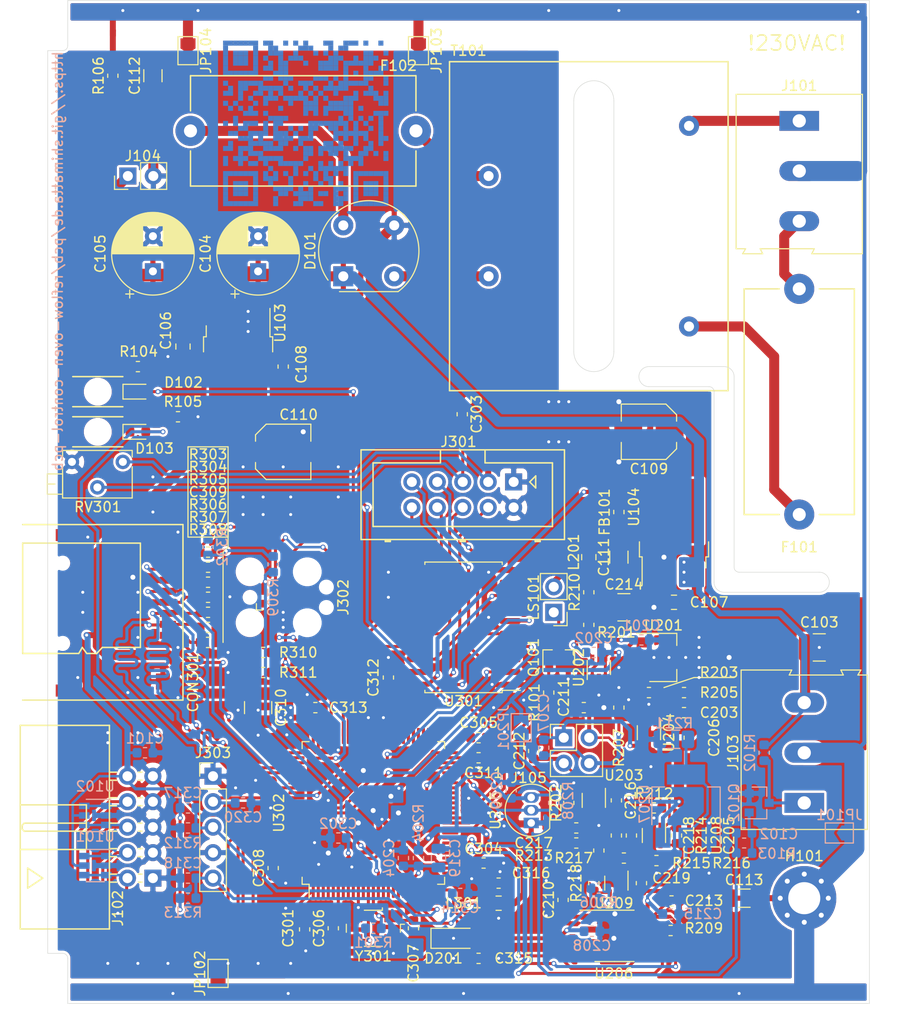
<source format=kicad_pcb>
(kicad_pcb (version 20171130) (host pcbnew 5.1.5)

  (general
    (thickness 1.6)
    (drawings 45)
    (tracks 1926)
    (zones 0)
    (modules 139)
    (nets 135)
  )

  (page A4)
  (layers
    (0 F.Cu signal)
    (31 B.Cu signal)
    (32 B.Adhes user)
    (33 F.Adhes user)
    (34 B.Paste user)
    (35 F.Paste user)
    (36 B.SilkS user)
    (37 F.SilkS user)
    (38 B.Mask user)
    (39 F.Mask user)
    (40 Dwgs.User user)
    (41 Cmts.User user)
    (42 Eco1.User user)
    (43 Eco2.User user)
    (44 Edge.Cuts user)
    (45 Margin user)
    (46 B.CrtYd user)
    (47 F.CrtYd user)
    (48 B.Fab user hide)
    (49 F.Fab user hide)
  )

  (setup
    (last_trace_width 0.25)
    (user_trace_width 0.3)
    (user_trace_width 0.4)
    (user_trace_width 0.6)
    (user_trace_width 1)
    (user_trace_width 2)
    (trace_clearance 0.2)
    (zone_clearance 0.25)
    (zone_45_only no)
    (trace_min 0.21)
    (via_size 0.5)
    (via_drill 0.3)
    (via_min_size 0.4)
    (via_min_drill 0.3)
    (user_via 0.9 0.5)
    (uvia_size 0.3)
    (uvia_drill 0.1)
    (uvias_allowed no)
    (uvia_min_size 0.2)
    (uvia_min_drill 0.1)
    (edge_width 0.05)
    (segment_width 0.2)
    (pcb_text_width 0.3)
    (pcb_text_size 1.5 1.5)
    (mod_edge_width 0.12)
    (mod_text_size 1 1)
    (mod_text_width 0.15)
    (pad_size 0.7874 0.7874)
    (pad_drill 0)
    (pad_to_mask_clearance 0.051)
    (solder_mask_min_width 0.25)
    (aux_axis_origin 13 13)
    (grid_origin 13 13)
    (visible_elements FFFFFF7F)
    (pcbplotparams
      (layerselection 0x010fc_ffffffff)
      (usegerberextensions true)
      (usegerberattributes false)
      (usegerberadvancedattributes false)
      (creategerberjobfile true)
      (excludeedgelayer true)
      (linewidth 0.100000)
      (plotframeref false)
      (viasonmask true)
      (mode 1)
      (useauxorigin false)
      (hpglpennumber 1)
      (hpglpenspeed 20)
      (hpglpendiameter 15.000000)
      (psnegative false)
      (psa4output false)
      (plotreference true)
      (plotvalue true)
      (plotinvisibletext false)
      (padsonsilk false)
      (subtractmaskfromsilk false)
      (outputformat 1)
      (mirror false)
      (drillshape 0)
      (scaleselection 1)
      (outputdirectory "gerber/"))
  )

  (net 0 "")
  (net 1 Earth)
  (net 2 GND)
  (net 3 +8V)
  (net 4 +3V3)
  (net 5 +5V)
  (net 6 "Net-(C203-Pad1)")
  (net 7 /Controller/ENC1)
  (net 8 /Controller/ENC2)
  (net 9 /Controller/VREF)
  (net 10 /Controller/SW1)
  (net 11 +5VA)
  (net 12 /Frontend/FORCE+)
  (net 13 /Frontend/FORCE-)
  (net 14 /Frontend/SENS+)
  (net 15 /Frontend/SENS-)
  (net 16 /Controller/SDIO_D1)
  (net 17 /Controller/SDIO_D0)
  (net 18 /Controller/SDIO_CLK)
  (net 19 /Controller/SDIO_CMD)
  (net 20 /Controller/SDIO_D3)
  (net 21 /Controller/SDIO_D2)
  (net 22 "Net-(D102-Pad1)")
  (net 23 /Controller/TEMP_IN)
  (net 24 /L_Trafo)
  (net 25 /L_IN)
  (net 26 /N_IN)
  (net 27 /DIGIO3)
  (net 28 /DIGIO2)
  (net 29 /DIGIO1)
  (net 30 /DIGIO0)
  (net 31 /Controller/SWDIO)
  (net 32 /Controller/SWCLK)
  (net 33 /Controller/PC_RX)
  (net 34 /Controller/PC_TX)
  (net 35 /Controller/~RST)
  (net 36 "Net-(LS101-Pad1)")
  (net 37 /Controller/LCD_VO)
  (net 38 /Controller/LCD_RS)
  (net 39 /Controller/LCD_EN)
  (net 40 /Controller/LCD_D3)
  (net 41 /Controller/LCD_D0)
  (net 42 /Controller/LCD_D2)
  (net 43 /Controller/LCD_D1)
  (net 44 /Controller/FRONTEND_TEMP)
  (net 45 /OUT0)
  (net 46 /OUT3)
  (net 47 /OUT2)
  (net 48 /OUT1)
  (net 49 /Controller/VDDA)
  (net 50 /Frontend/ADC_VDD)
  (net 51 /Frontend/ADC_CS)
  (net 52 /Frontend/ADC_SCK)
  (net 53 /Frontend/ADC_SDO)
  (net 54 +5VL)
  (net 55 /Frontend/VREF_ADC)
  (net 56 /Controller/CARD_DETECT)
  (net 57 "Net-(C102-Pad2)")
  (net 58 "Net-(C201-Pad2)")
  (net 59 "Net-(C210-Pad2)")
  (net 60 "Net-(C306-Pad1)")
  (net 61 "Net-(C307-Pad1)")
  (net 62 "Net-(C311-Pad1)")
  (net 63 "Net-(C313-Pad1)")
  (net 64 "Net-(D101-Pad4)")
  (net 65 "Net-(D101-Pad2)")
  (net 66 "Net-(D103-Pad1)")
  (net 67 "Net-(F102-Pad2)")
  (net 68 "Net-(J103-Pad1)")
  (net 69 "Net-(J302-Pad5)")
  (net 70 "Net-(J302-Pad6)")
  (net 71 "Net-(J302-Pad8)")
  (net 72 "Net-(L201-Pad2)")
  (net 73 "Net-(Q101-Pad1)")
  (net 74 "Net-(R206-Pad2)")
  (net 75 "Net-(U301-Pad2)")
  (net 76 "Net-(U301-Pad4)")
  (net 77 "Net-(U301-Pad6)")
  (net 78 "Net-(U301-Pad7)")
  (net 79 "Net-(U301-Pad8)")
  (net 80 "Net-(U301-Pad9)")
  (net 81 "Net-(U301-Pad15)")
  (net 82 "Net-(U301-Pad17)")
  (net 83 "Net-(U302-Pad2)")
  (net 84 "Net-(U302-Pad3)")
  (net 85 "Net-(U302-Pad4)")
  (net 86 "Net-(U302-Pad5)")
  (net 87 "Net-(U302-Pad7)")
  (net 88 "Net-(U302-Pad8)")
  (net 89 "Net-(U302-Pad9)")
  (net 90 "Net-(U302-Pad15)")
  (net 91 "Net-(U302-Pad16)")
  (net 92 "Net-(U302-Pad17)")
  (net 93 "Net-(U302-Pad18)")
  (net 94 "Net-(U302-Pad26)")
  (net 95 "Net-(U302-Pad29)")
  (net 96 "Net-(U302-Pad32)")
  (net 97 "Net-(U302-Pad33)")
  (net 98 "Net-(U302-Pad34)")
  (net 99 "Net-(U302-Pad38)")
  (net 100 "Net-(U302-Pad39)")
  (net 101 "Net-(U302-Pad40)")
  (net 102 "Net-(U302-Pad41)")
  (net 103 "Net-(U302-Pad42)")
  (net 104 "Net-(U302-Pad43)")
  (net 105 "Net-(U302-Pad44)")
  (net 106 "Net-(U302-Pad45)")
  (net 107 "Net-(U302-Pad46)")
  (net 108 "Net-(U302-Pad51)")
  (net 109 "Net-(U302-Pad52)")
  (net 110 "Net-(U302-Pad53)")
  (net 111 "Net-(U302-Pad54)")
  (net 112 "Net-(U302-Pad59)")
  (net 113 "Net-(U302-Pad60)")
  (net 114 "Net-(U302-Pad61)")
  (net 115 "Net-(U302-Pad62)")
  (net 116 "Net-(U302-Pad63)")
  (net 117 "Net-(U302-Pad64)")
  (net 118 "Net-(U302-Pad70)")
  (net 119 "Net-(U302-Pad71)")
  (net 120 "Net-(U302-Pad77)")
  (net 121 "Net-(U302-Pad81)")
  (net 122 "Net-(U302-Pad82)")
  (net 123 "Net-(U302-Pad84)")
  (net 124 "Net-(U302-Pad86)")
  (net 125 "Net-(U302-Pad95)")
  (net 126 "Net-(U302-Pad96)")
  (net 127 "Net-(U302-Pad97)")
  (net 128 "Net-(U302-Pad98)")
  (net 129 "Net-(C217-Pad2)")
  (net 130 "Net-(C217-Pad1)")
  (net 131 "Net-(C218-Pad2)")
  (net 132 "Net-(C218-Pad1)")
  (net 133 "Net-(R215-Pad1)")
  (net 134 "Net-(R217-Pad2)")

  (net_class Default "This is the default net class."
    (clearance 0.2)
    (trace_width 0.25)
    (via_dia 0.5)
    (via_drill 0.3)
    (uvia_dia 0.3)
    (uvia_drill 0.1)
    (diff_pair_width 0.21)
    (diff_pair_gap 0.25)
    (add_net +3V3)
    (add_net +5V)
    (add_net +5VA)
    (add_net +5VL)
    (add_net +8V)
    (add_net /Controller/CARD_DETECT)
    (add_net /Controller/ENC1)
    (add_net /Controller/ENC2)
    (add_net /Controller/FRONTEND_TEMP)
    (add_net /Controller/LCD_D0)
    (add_net /Controller/LCD_D1)
    (add_net /Controller/LCD_D2)
    (add_net /Controller/LCD_D3)
    (add_net /Controller/LCD_EN)
    (add_net /Controller/LCD_RS)
    (add_net /Controller/LCD_VO)
    (add_net /Controller/PC_RX)
    (add_net /Controller/PC_TX)
    (add_net /Controller/SDIO_CLK)
    (add_net /Controller/SDIO_CMD)
    (add_net /Controller/SDIO_D0)
    (add_net /Controller/SDIO_D1)
    (add_net /Controller/SDIO_D2)
    (add_net /Controller/SDIO_D3)
    (add_net /Controller/SW1)
    (add_net /Controller/SWCLK)
    (add_net /Controller/SWDIO)
    (add_net /Controller/TEMP_IN)
    (add_net /Controller/VDDA)
    (add_net /Controller/VREF)
    (add_net /Controller/~RST)
    (add_net /DIGIO0)
    (add_net /DIGIO1)
    (add_net /DIGIO2)
    (add_net /DIGIO3)
    (add_net /Frontend/ADC_CS)
    (add_net /Frontend/ADC_SCK)
    (add_net /Frontend/ADC_SDO)
    (add_net /Frontend/ADC_VDD)
    (add_net /Frontend/FORCE+)
    (add_net /Frontend/FORCE-)
    (add_net /Frontend/SENS+)
    (add_net /Frontend/SENS-)
    (add_net /Frontend/VREF_ADC)
    (add_net /OUT0)
    (add_net /OUT1)
    (add_net /OUT2)
    (add_net /OUT3)
    (add_net Earth)
    (add_net GND)
    (add_net "Net-(C102-Pad2)")
    (add_net "Net-(C201-Pad2)")
    (add_net "Net-(C203-Pad1)")
    (add_net "Net-(C210-Pad2)")
    (add_net "Net-(C217-Pad1)")
    (add_net "Net-(C217-Pad2)")
    (add_net "Net-(C218-Pad1)")
    (add_net "Net-(C218-Pad2)")
    (add_net "Net-(C306-Pad1)")
    (add_net "Net-(C307-Pad1)")
    (add_net "Net-(C311-Pad1)")
    (add_net "Net-(C313-Pad1)")
    (add_net "Net-(D101-Pad2)")
    (add_net "Net-(D101-Pad4)")
    (add_net "Net-(D102-Pad1)")
    (add_net "Net-(D103-Pad1)")
    (add_net "Net-(F102-Pad2)")
    (add_net "Net-(J103-Pad1)")
    (add_net "Net-(J302-Pad5)")
    (add_net "Net-(J302-Pad6)")
    (add_net "Net-(J302-Pad8)")
    (add_net "Net-(L201-Pad2)")
    (add_net "Net-(LS101-Pad1)")
    (add_net "Net-(Q101-Pad1)")
    (add_net "Net-(R206-Pad2)")
    (add_net "Net-(R215-Pad1)")
    (add_net "Net-(R217-Pad2)")
    (add_net "Net-(U301-Pad15)")
    (add_net "Net-(U301-Pad17)")
    (add_net "Net-(U301-Pad2)")
    (add_net "Net-(U301-Pad4)")
    (add_net "Net-(U301-Pad6)")
    (add_net "Net-(U301-Pad7)")
    (add_net "Net-(U301-Pad8)")
    (add_net "Net-(U301-Pad9)")
    (add_net "Net-(U302-Pad15)")
    (add_net "Net-(U302-Pad16)")
    (add_net "Net-(U302-Pad17)")
    (add_net "Net-(U302-Pad18)")
    (add_net "Net-(U302-Pad2)")
    (add_net "Net-(U302-Pad26)")
    (add_net "Net-(U302-Pad29)")
    (add_net "Net-(U302-Pad3)")
    (add_net "Net-(U302-Pad32)")
    (add_net "Net-(U302-Pad33)")
    (add_net "Net-(U302-Pad34)")
    (add_net "Net-(U302-Pad38)")
    (add_net "Net-(U302-Pad39)")
    (add_net "Net-(U302-Pad4)")
    (add_net "Net-(U302-Pad40)")
    (add_net "Net-(U302-Pad41)")
    (add_net "Net-(U302-Pad42)")
    (add_net "Net-(U302-Pad43)")
    (add_net "Net-(U302-Pad44)")
    (add_net "Net-(U302-Pad45)")
    (add_net "Net-(U302-Pad46)")
    (add_net "Net-(U302-Pad5)")
    (add_net "Net-(U302-Pad51)")
    (add_net "Net-(U302-Pad52)")
    (add_net "Net-(U302-Pad53)")
    (add_net "Net-(U302-Pad54)")
    (add_net "Net-(U302-Pad59)")
    (add_net "Net-(U302-Pad60)")
    (add_net "Net-(U302-Pad61)")
    (add_net "Net-(U302-Pad62)")
    (add_net "Net-(U302-Pad63)")
    (add_net "Net-(U302-Pad64)")
    (add_net "Net-(U302-Pad7)")
    (add_net "Net-(U302-Pad70)")
    (add_net "Net-(U302-Pad71)")
    (add_net "Net-(U302-Pad77)")
    (add_net "Net-(U302-Pad8)")
    (add_net "Net-(U302-Pad81)")
    (add_net "Net-(U302-Pad82)")
    (add_net "Net-(U302-Pad84)")
    (add_net "Net-(U302-Pad86)")
    (add_net "Net-(U302-Pad9)")
    (add_net "Net-(U302-Pad95)")
    (add_net "Net-(U302-Pad96)")
    (add_net "Net-(U302-Pad97)")
    (add_net "Net-(U302-Pad98)")
  )

  (net_class HV ""
    (clearance 2.55)
    (trace_width 1)
    (via_dia 0.5)
    (via_drill 0.3)
    (uvia_dia 0.3)
    (uvia_drill 0.1)
    (diff_pair_width 0.21)
    (diff_pair_gap 0.25)
    (add_net /L_IN)
    (add_net /L_Trafo)
    (add_net /N_IN)
  )

  (module Package_TO_SOT_SMD:SOT-353_SC-70-5 (layer F.Cu) (tedit 5A02FF57) (tstamp 5E1B24D9)
    (at 72.75 101 270)
    (descr "SOT-353, SC-70-5")
    (tags "SOT-353 SC-70-5")
    (path /5D8C5188/5E2E5D52)
    (attr smd)
    (fp_text reference U209 (at 2 0.25 180) (layer F.SilkS)
      (effects (font (size 1 1) (thickness 0.15)))
    )
    (fp_text value MCP6V31U (at 0 2 270) (layer F.Fab)
      (effects (font (size 1 1) (thickness 0.15)))
    )
    (fp_line (start -0.175 -1.1) (end -0.675 -0.6) (layer F.Fab) (width 0.1))
    (fp_line (start 0.675 1.1) (end -0.675 1.1) (layer F.Fab) (width 0.1))
    (fp_line (start 0.675 -1.1) (end 0.675 1.1) (layer F.Fab) (width 0.1))
    (fp_line (start -1.6 1.4) (end 1.6 1.4) (layer F.CrtYd) (width 0.05))
    (fp_line (start -0.675 -0.6) (end -0.675 1.1) (layer F.Fab) (width 0.1))
    (fp_line (start 0.675 -1.1) (end -0.175 -1.1) (layer F.Fab) (width 0.1))
    (fp_line (start -1.6 -1.4) (end 1.6 -1.4) (layer F.CrtYd) (width 0.05))
    (fp_line (start -1.6 -1.4) (end -1.6 1.4) (layer F.CrtYd) (width 0.05))
    (fp_line (start 1.6 1.4) (end 1.6 -1.4) (layer F.CrtYd) (width 0.05))
    (fp_line (start -0.7 1.16) (end 0.7 1.16) (layer F.SilkS) (width 0.12))
    (fp_line (start 0.7 -1.16) (end -1.2 -1.16) (layer F.SilkS) (width 0.12))
    (fp_text user %R (at 0 0) (layer F.Fab)
      (effects (font (size 0.5 0.5) (thickness 0.075)))
    )
    (pad 5 smd rect (at 0.95 -0.65 270) (size 0.65 0.4) (layers F.Cu F.Paste F.Mask)
      (net 11 +5VA))
    (pad 4 smd rect (at 0.95 0.65 270) (size 0.65 0.4) (layers F.Cu F.Paste F.Mask)
      (net 74 "Net-(R206-Pad2)"))
    (pad 2 smd rect (at -0.95 0 270) (size 0.65 0.4) (layers F.Cu F.Paste F.Mask)
      (net 2 GND))
    (pad 3 smd rect (at -0.95 0.65 270) (size 0.65 0.4) (layers F.Cu F.Paste F.Mask)
      (net 134 "Net-(R217-Pad2)"))
    (pad 1 smd rect (at -0.95 -0.65 270) (size 0.65 0.4) (layers F.Cu F.Paste F.Mask)
      (net 133 "Net-(R215-Pad1)"))
    (model ${KISYS3DMOD}/Package_TO_SOT_SMD.3dshapes/SOT-353_SC-70-5.wrl
      (at (xyz 0 0 0))
      (scale (xyz 1 1 1))
      (rotate (xyz 0 0 0))
    )
  )

  (module Package_TO_SOT_SMD:SOT-353_SC-70-5 (layer F.Cu) (tedit 5A02FF57) (tstamp 5E1B3200)
    (at 76.5 96.25 270)
    (descr "SOT-353, SC-70-5")
    (tags "SOT-353 SC-70-5")
    (path /5D8C5188/5E224826)
    (attr smd)
    (fp_text reference U208 (at 0 -6.25 90) (layer F.SilkS)
      (effects (font (size 1 1) (thickness 0.15)))
    )
    (fp_text value MCP6V31U (at 0 2 270) (layer F.Fab)
      (effects (font (size 1 1) (thickness 0.15)))
    )
    (fp_line (start -0.175 -1.1) (end -0.675 -0.6) (layer F.Fab) (width 0.1))
    (fp_line (start 0.675 1.1) (end -0.675 1.1) (layer F.Fab) (width 0.1))
    (fp_line (start 0.675 -1.1) (end 0.675 1.1) (layer F.Fab) (width 0.1))
    (fp_line (start -1.6 1.4) (end 1.6 1.4) (layer F.CrtYd) (width 0.05))
    (fp_line (start -0.675 -0.6) (end -0.675 1.1) (layer F.Fab) (width 0.1))
    (fp_line (start 0.675 -1.1) (end -0.175 -1.1) (layer F.Fab) (width 0.1))
    (fp_line (start -1.6 -1.4) (end 1.6 -1.4) (layer F.CrtYd) (width 0.05))
    (fp_line (start -1.6 -1.4) (end -1.6 1.4) (layer F.CrtYd) (width 0.05))
    (fp_line (start 1.6 1.4) (end 1.6 -1.4) (layer F.CrtYd) (width 0.05))
    (fp_line (start -0.7 1.16) (end 0.7 1.16) (layer F.SilkS) (width 0.12))
    (fp_line (start 0.7 -1.16) (end -1.2 -1.16) (layer F.SilkS) (width 0.12))
    (fp_text user %R (at 0 0) (layer F.Fab)
      (effects (font (size 0.5 0.5) (thickness 0.075)))
    )
    (pad 5 smd rect (at 0.95 -0.65 270) (size 0.65 0.4) (layers F.Cu F.Paste F.Mask)
      (net 11 +5VA))
    (pad 4 smd rect (at 0.95 0.65 270) (size 0.65 0.4) (layers F.Cu F.Paste F.Mask)
      (net 132 "Net-(C218-Pad1)"))
    (pad 2 smd rect (at -0.95 0 270) (size 0.65 0.4) (layers F.Cu F.Paste F.Mask)
      (net 2 GND))
    (pad 3 smd rect (at -0.95 0.65 270) (size 0.65 0.4) (layers F.Cu F.Paste F.Mask)
      (net 131 "Net-(C218-Pad2)"))
    (pad 1 smd rect (at -0.95 -0.65 270) (size 0.65 0.4) (layers F.Cu F.Paste F.Mask)
      (net 14 /Frontend/SENS+))
    (model ${KISYS3DMOD}/Package_TO_SOT_SMD.3dshapes/SOT-353_SC-70-5.wrl
      (at (xyz 0 0 0))
      (scale (xyz 1 1 1))
      (rotate (xyz 0 0 0))
    )
  )

  (module Package_TO_SOT_SMD:SOT-353_SC-70-5 (layer F.Cu) (tedit 5A02FF57) (tstamp 5DEF190C)
    (at 76 86 270)
    (descr "SOT-353, SC-70-5")
    (tags "SOT-353 SC-70-5")
    (path /5D8C5188/5D8C684C)
    (attr smd)
    (fp_text reference U204 (at 0 -2 90) (layer F.SilkS)
      (effects (font (size 1 1) (thickness 0.15)))
    )
    (fp_text value MCP6V31U (at 0 2 270) (layer F.Fab)
      (effects (font (size 1 1) (thickness 0.15)))
    )
    (fp_line (start -0.175 -1.1) (end -0.675 -0.6) (layer F.Fab) (width 0.1))
    (fp_line (start 0.675 1.1) (end -0.675 1.1) (layer F.Fab) (width 0.1))
    (fp_line (start 0.675 -1.1) (end 0.675 1.1) (layer F.Fab) (width 0.1))
    (fp_line (start -1.6 1.4) (end 1.6 1.4) (layer F.CrtYd) (width 0.05))
    (fp_line (start -0.675 -0.6) (end -0.675 1.1) (layer F.Fab) (width 0.1))
    (fp_line (start 0.675 -1.1) (end -0.175 -1.1) (layer F.Fab) (width 0.1))
    (fp_line (start -1.6 -1.4) (end 1.6 -1.4) (layer F.CrtYd) (width 0.05))
    (fp_line (start -1.6 -1.4) (end -1.6 1.4) (layer F.CrtYd) (width 0.05))
    (fp_line (start 1.6 1.4) (end 1.6 -1.4) (layer F.CrtYd) (width 0.05))
    (fp_line (start -0.7 1.16) (end 0.7 1.16) (layer F.SilkS) (width 0.12))
    (fp_line (start 0.7 -1.16) (end -1.2 -1.16) (layer F.SilkS) (width 0.12))
    (fp_text user %R (at 0 0) (layer F.Fab)
      (effects (font (size 0.5 0.5) (thickness 0.075)))
    )
    (pad 5 smd rect (at 0.95 -0.65 270) (size 0.65 0.4) (layers F.Cu F.Paste F.Mask)
      (net 11 +5VA))
    (pad 4 smd rect (at 0.95 0.65 270) (size 0.65 0.4) (layers F.Cu F.Paste F.Mask)
      (net 12 /Frontend/FORCE+))
    (pad 2 smd rect (at -0.95 0 270) (size 0.65 0.4) (layers F.Cu F.Paste F.Mask)
      (net 2 GND))
    (pad 3 smd rect (at -0.95 0.65 270) (size 0.65 0.4) (layers F.Cu F.Paste F.Mask)
      (net 13 /Frontend/FORCE-))
    (pad 1 smd rect (at -0.95 -0.65 270) (size 0.65 0.4) (layers F.Cu F.Paste F.Mask)
      (net 6 "Net-(C203-Pad1)"))
    (model ${KISYS3DMOD}/Package_TO_SOT_SMD.3dshapes/SOT-353_SC-70-5.wrl
      (at (xyz 0 0 0))
      (scale (xyz 1 1 1))
      (rotate (xyz 0 0 0))
    )
  )

  (module Package_TO_SOT_SMD:SOT-353_SC-70-5 (layer F.Cu) (tedit 5A02FF57) (tstamp 5E1B28DB)
    (at 70.5 92.75 270)
    (descr "SOT-353, SC-70-5")
    (tags "SOT-353 SC-70-5")
    (path /5D8C5188/5E292BB7)
    (attr smd)
    (fp_text reference U203 (at -2.5 -3 180) (layer F.SilkS)
      (effects (font (size 1 1) (thickness 0.15)))
    )
    (fp_text value MCP6V31U (at 0 2 270) (layer F.Fab)
      (effects (font (size 1 1) (thickness 0.15)))
    )
    (fp_line (start -0.175 -1.1) (end -0.675 -0.6) (layer F.Fab) (width 0.1))
    (fp_line (start 0.675 1.1) (end -0.675 1.1) (layer F.Fab) (width 0.1))
    (fp_line (start 0.675 -1.1) (end 0.675 1.1) (layer F.Fab) (width 0.1))
    (fp_line (start -1.6 1.4) (end 1.6 1.4) (layer F.CrtYd) (width 0.05))
    (fp_line (start -0.675 -0.6) (end -0.675 1.1) (layer F.Fab) (width 0.1))
    (fp_line (start 0.675 -1.1) (end -0.175 -1.1) (layer F.Fab) (width 0.1))
    (fp_line (start -1.6 -1.4) (end 1.6 -1.4) (layer F.CrtYd) (width 0.05))
    (fp_line (start -1.6 -1.4) (end -1.6 1.4) (layer F.CrtYd) (width 0.05))
    (fp_line (start 1.6 1.4) (end 1.6 -1.4) (layer F.CrtYd) (width 0.05))
    (fp_line (start -0.7 1.16) (end 0.7 1.16) (layer F.SilkS) (width 0.12))
    (fp_line (start 0.7 -1.16) (end -1.2 -1.16) (layer F.SilkS) (width 0.12))
    (fp_text user %R (at 0 0) (layer F.Fab)
      (effects (font (size 0.5 0.5) (thickness 0.075)))
    )
    (pad 5 smd rect (at 0.95 -0.65 270) (size 0.65 0.4) (layers F.Cu F.Paste F.Mask)
      (net 11 +5VA))
    (pad 4 smd rect (at 0.95 0.65 270) (size 0.65 0.4) (layers F.Cu F.Paste F.Mask)
      (net 130 "Net-(C217-Pad1)"))
    (pad 2 smd rect (at -0.95 0 270) (size 0.65 0.4) (layers F.Cu F.Paste F.Mask)
      (net 2 GND))
    (pad 3 smd rect (at -0.95 0.65 270) (size 0.65 0.4) (layers F.Cu F.Paste F.Mask)
      (net 129 "Net-(C217-Pad2)"))
    (pad 1 smd rect (at -0.95 -0.65 270) (size 0.65 0.4) (layers F.Cu F.Paste F.Mask)
      (net 15 /Frontend/SENS-))
    (model ${KISYS3DMOD}/Package_TO_SOT_SMD.3dshapes/SOT-353_SC-70-5.wrl
      (at (xyz 0 0 0))
      (scale (xyz 1 1 1))
      (rotate (xyz 0 0 0))
    )
  )

  (module Package_TO_SOT_SMD:SOT-353_SC-70-5 (layer F.Cu) (tedit 5A02FF57) (tstamp 5E0E9C16)
    (at 71 79.5 90)
    (descr "SOT-353, SC-70-5")
    (tags "SOT-353 SC-70-5")
    (path /5D8C5188/5E115D94)
    (attr smd)
    (fp_text reference U202 (at 0 -2 90) (layer F.SilkS)
      (effects (font (size 1 1) (thickness 0.15)))
    )
    (fp_text value MCP6V31U (at 0 2 270) (layer F.Fab)
      (effects (font (size 1 1) (thickness 0.15)))
    )
    (fp_line (start -0.175 -1.1) (end -0.675 -0.6) (layer F.Fab) (width 0.1))
    (fp_line (start 0.675 1.1) (end -0.675 1.1) (layer F.Fab) (width 0.1))
    (fp_line (start 0.675 -1.1) (end 0.675 1.1) (layer F.Fab) (width 0.1))
    (fp_line (start -1.6 1.4) (end 1.6 1.4) (layer F.CrtYd) (width 0.05))
    (fp_line (start -0.675 -0.6) (end -0.675 1.1) (layer F.Fab) (width 0.1))
    (fp_line (start 0.675 -1.1) (end -0.175 -1.1) (layer F.Fab) (width 0.1))
    (fp_line (start -1.6 -1.4) (end 1.6 -1.4) (layer F.CrtYd) (width 0.05))
    (fp_line (start -1.6 -1.4) (end -1.6 1.4) (layer F.CrtYd) (width 0.05))
    (fp_line (start 1.6 1.4) (end 1.6 -1.4) (layer F.CrtYd) (width 0.05))
    (fp_line (start -0.7 1.16) (end 0.7 1.16) (layer F.SilkS) (width 0.12))
    (fp_line (start 0.7 -1.16) (end -1.2 -1.16) (layer F.SilkS) (width 0.12))
    (fp_text user %R (at 0 0) (layer F.Fab)
      (effects (font (size 0.5 0.5) (thickness 0.075)))
    )
    (pad 5 smd rect (at 0.95 -0.65 90) (size 0.65 0.4) (layers F.Cu F.Paste F.Mask)
      (net 11 +5VA))
    (pad 4 smd rect (at 0.95 0.65 90) (size 0.65 0.4) (layers F.Cu F.Paste F.Mask)
      (net 55 /Frontend/VREF_ADC))
    (pad 2 smd rect (at -0.95 0 90) (size 0.65 0.4) (layers F.Cu F.Paste F.Mask)
      (net 2 GND))
    (pad 3 smd rect (at -0.95 0.65 90) (size 0.65 0.4) (layers F.Cu F.Paste F.Mask)
      (net 55 /Frontend/VREF_ADC))
    (pad 1 smd rect (at -0.95 -0.65 90) (size 0.65 0.4) (layers F.Cu F.Paste F.Mask)
      (net 58 "Net-(C201-Pad2)"))
    (model ${KISYS3DMOD}/Package_TO_SOT_SMD.3dshapes/SOT-353_SC-70-5.wrl
      (at (xyz 0 0 0))
      (scale (xyz 1 1 1))
      (rotate (xyz 0 0 0))
    )
  )

  (module Resistor_SMD:R_0603_1608Metric (layer F.Cu) (tedit 5B301BBD) (tstamp 5E1B20F2)
    (at 70.5 101 270)
    (descr "Resistor SMD 0603 (1608 Metric), square (rectangular) end terminal, IPC_7351 nominal, (Body size source: http://www.tortai-tech.com/upload/download/2011102023233369053.pdf), generated with kicad-footprint-generator")
    (tags resistor)
    (path /5D8C5188/5E3A5DAA)
    (attr smd)
    (fp_text reference R218 (at 0 1.75 90) (layer F.SilkS)
      (effects (font (size 1 1) (thickness 0.15)))
    )
    (fp_text value "5k 0.1%" (at 0 1.43 90) (layer F.Fab)
      (effects (font (size 1 1) (thickness 0.15)))
    )
    (fp_text user %R (at 0 0 90) (layer F.Fab)
      (effects (font (size 0.4 0.4) (thickness 0.06)))
    )
    (fp_line (start 1.48 0.73) (end -1.48 0.73) (layer F.CrtYd) (width 0.05))
    (fp_line (start 1.48 -0.73) (end 1.48 0.73) (layer F.CrtYd) (width 0.05))
    (fp_line (start -1.48 -0.73) (end 1.48 -0.73) (layer F.CrtYd) (width 0.05))
    (fp_line (start -1.48 0.73) (end -1.48 -0.73) (layer F.CrtYd) (width 0.05))
    (fp_line (start -0.162779 0.51) (end 0.162779 0.51) (layer F.SilkS) (width 0.12))
    (fp_line (start -0.162779 -0.51) (end 0.162779 -0.51) (layer F.SilkS) (width 0.12))
    (fp_line (start 0.8 0.4) (end -0.8 0.4) (layer F.Fab) (width 0.1))
    (fp_line (start 0.8 -0.4) (end 0.8 0.4) (layer F.Fab) (width 0.1))
    (fp_line (start -0.8 -0.4) (end 0.8 -0.4) (layer F.Fab) (width 0.1))
    (fp_line (start -0.8 0.4) (end -0.8 -0.4) (layer F.Fab) (width 0.1))
    (pad 2 smd roundrect (at 0.7875 0 270) (size 0.875 0.95) (layers F.Cu F.Paste F.Mask) (roundrect_rratio 0.25)
      (net 74 "Net-(R206-Pad2)"))
    (pad 1 smd roundrect (at -0.7875 0 270) (size 0.875 0.95) (layers F.Cu F.Paste F.Mask) (roundrect_rratio 0.25)
      (net 134 "Net-(R217-Pad2)"))
    (model ${KISYS3DMOD}/Resistor_SMD.3dshapes/R_0603_1608Metric.wrl
      (at (xyz 0 0 0))
      (scale (xyz 1 1 1))
      (rotate (xyz 0 0 0))
    )
  )

  (module Resistor_SMD:R_0603_1608Metric (layer F.Cu) (tedit 5B301BBD) (tstamp 5E1B20E1)
    (at 71 97.75 270)
    (descr "Resistor SMD 0603 (1608 Metric), square (rectangular) end terminal, IPC_7351 nominal, (Body size source: http://www.tortai-tech.com/upload/download/2011102023233369053.pdf), generated with kicad-footprint-generator")
    (tags resistor)
    (path /5D8C5188/5E381FD9)
    (attr smd)
    (fp_text reference R217 (at 0.75 2.5 180) (layer F.SilkS)
      (effects (font (size 1 1) (thickness 0.15)))
    )
    (fp_text value "1k 0.1%" (at 0 1.43 90) (layer F.Fab)
      (effects (font (size 1 1) (thickness 0.15)))
    )
    (fp_text user %R (at 0 0 90) (layer F.Fab)
      (effects (font (size 0.4 0.4) (thickness 0.06)))
    )
    (fp_line (start 1.48 0.73) (end -1.48 0.73) (layer F.CrtYd) (width 0.05))
    (fp_line (start 1.48 -0.73) (end 1.48 0.73) (layer F.CrtYd) (width 0.05))
    (fp_line (start -1.48 -0.73) (end 1.48 -0.73) (layer F.CrtYd) (width 0.05))
    (fp_line (start -1.48 0.73) (end -1.48 -0.73) (layer F.CrtYd) (width 0.05))
    (fp_line (start -0.162779 0.51) (end 0.162779 0.51) (layer F.SilkS) (width 0.12))
    (fp_line (start -0.162779 -0.51) (end 0.162779 -0.51) (layer F.SilkS) (width 0.12))
    (fp_line (start 0.8 0.4) (end -0.8 0.4) (layer F.Fab) (width 0.1))
    (fp_line (start 0.8 -0.4) (end 0.8 0.4) (layer F.Fab) (width 0.1))
    (fp_line (start -0.8 -0.4) (end 0.8 -0.4) (layer F.Fab) (width 0.1))
    (fp_line (start -0.8 0.4) (end -0.8 -0.4) (layer F.Fab) (width 0.1))
    (pad 2 smd roundrect (at 0.7875 0 270) (size 0.875 0.95) (layers F.Cu F.Paste F.Mask) (roundrect_rratio 0.25)
      (net 134 "Net-(R217-Pad2)"))
    (pad 1 smd roundrect (at -0.7875 0 270) (size 0.875 0.95) (layers F.Cu F.Paste F.Mask) (roundrect_rratio 0.25)
      (net 130 "Net-(C217-Pad1)"))
    (model ${KISYS3DMOD}/Resistor_SMD.3dshapes/R_0603_1608Metric.wrl
      (at (xyz 0 0 0))
      (scale (xyz 1 1 1))
      (rotate (xyz 0 0 0))
    )
  )

  (module Resistor_SMD:R_0603_1608Metric (layer F.Cu) (tedit 5B301BBD) (tstamp 5E1B20D0)
    (at 76.75 98.75 180)
    (descr "Resistor SMD 0603 (1608 Metric), square (rectangular) end terminal, IPC_7351 nominal, (Body size source: http://www.tortai-tech.com/upload/download/2011102023233369053.pdf), generated with kicad-footprint-generator")
    (tags resistor)
    (path /5D8C5188/5E352DB6)
    (attr smd)
    (fp_text reference R216 (at -7.5 -0.25) (layer F.SilkS)
      (effects (font (size 1 1) (thickness 0.15)))
    )
    (fp_text value "5k 0.1%" (at 0 1.43) (layer F.Fab)
      (effects (font (size 1 1) (thickness 0.15)))
    )
    (fp_text user %R (at 0 0) (layer F.Fab)
      (effects (font (size 0.4 0.4) (thickness 0.06)))
    )
    (fp_line (start 1.48 0.73) (end -1.48 0.73) (layer F.CrtYd) (width 0.05))
    (fp_line (start 1.48 -0.73) (end 1.48 0.73) (layer F.CrtYd) (width 0.05))
    (fp_line (start -1.48 -0.73) (end 1.48 -0.73) (layer F.CrtYd) (width 0.05))
    (fp_line (start -1.48 0.73) (end -1.48 -0.73) (layer F.CrtYd) (width 0.05))
    (fp_line (start -0.162779 0.51) (end 0.162779 0.51) (layer F.SilkS) (width 0.12))
    (fp_line (start -0.162779 -0.51) (end 0.162779 -0.51) (layer F.SilkS) (width 0.12))
    (fp_line (start 0.8 0.4) (end -0.8 0.4) (layer F.Fab) (width 0.1))
    (fp_line (start 0.8 -0.4) (end 0.8 0.4) (layer F.Fab) (width 0.1))
    (fp_line (start -0.8 -0.4) (end 0.8 -0.4) (layer F.Fab) (width 0.1))
    (fp_line (start -0.8 0.4) (end -0.8 -0.4) (layer F.Fab) (width 0.1))
    (pad 2 smd roundrect (at 0.7875 0 180) (size 0.875 0.95) (layers F.Cu F.Paste F.Mask) (roundrect_rratio 0.25)
      (net 133 "Net-(R215-Pad1)"))
    (pad 1 smd roundrect (at -0.7875 0 180) (size 0.875 0.95) (layers F.Cu F.Paste F.Mask) (roundrect_rratio 0.25)
      (net 2 GND))
    (model ${KISYS3DMOD}/Resistor_SMD.3dshapes/R_0603_1608Metric.wrl
      (at (xyz 0 0 0))
      (scale (xyz 1 1 1))
      (rotate (xyz 0 0 0))
    )
  )

  (module Resistor_SMD:R_0603_1608Metric (layer F.Cu) (tedit 5B301BBD) (tstamp 5E1B20BF)
    (at 73.5 98.5 180)
    (descr "Resistor SMD 0603 (1608 Metric), square (rectangular) end terminal, IPC_7351 nominal, (Body size source: http://www.tortai-tech.com/upload/download/2011102023233369053.pdf), generated with kicad-footprint-generator")
    (tags resistor)
    (path /5D8C5188/5E333B2A)
    (attr smd)
    (fp_text reference R215 (at -6.75 -0.5) (layer F.SilkS)
      (effects (font (size 1 1) (thickness 0.15)))
    )
    (fp_text value "1k 0.1%" (at 0 1.43) (layer F.Fab)
      (effects (font (size 1 1) (thickness 0.15)))
    )
    (fp_text user %R (at 0 0) (layer F.Fab)
      (effects (font (size 0.4 0.4) (thickness 0.06)))
    )
    (fp_line (start 1.48 0.73) (end -1.48 0.73) (layer F.CrtYd) (width 0.05))
    (fp_line (start 1.48 -0.73) (end 1.48 0.73) (layer F.CrtYd) (width 0.05))
    (fp_line (start -1.48 -0.73) (end 1.48 -0.73) (layer F.CrtYd) (width 0.05))
    (fp_line (start -1.48 0.73) (end -1.48 -0.73) (layer F.CrtYd) (width 0.05))
    (fp_line (start -0.162779 0.51) (end 0.162779 0.51) (layer F.SilkS) (width 0.12))
    (fp_line (start -0.162779 -0.51) (end 0.162779 -0.51) (layer F.SilkS) (width 0.12))
    (fp_line (start 0.8 0.4) (end -0.8 0.4) (layer F.Fab) (width 0.1))
    (fp_line (start 0.8 -0.4) (end 0.8 0.4) (layer F.Fab) (width 0.1))
    (fp_line (start -0.8 -0.4) (end 0.8 -0.4) (layer F.Fab) (width 0.1))
    (fp_line (start -0.8 0.4) (end -0.8 -0.4) (layer F.Fab) (width 0.1))
    (pad 2 smd roundrect (at 0.7875 0 180) (size 0.875 0.95) (layers F.Cu F.Paste F.Mask) (roundrect_rratio 0.25)
      (net 132 "Net-(C218-Pad1)"))
    (pad 1 smd roundrect (at -0.7875 0 180) (size 0.875 0.95) (layers F.Cu F.Paste F.Mask) (roundrect_rratio 0.25)
      (net 133 "Net-(R215-Pad1)"))
    (model ${KISYS3DMOD}/Resistor_SMD.3dshapes/R_0603_1608Metric.wrl
      (at (xyz 0 0 0))
      (scale (xyz 1 1 1))
      (rotate (xyz 0 0 0))
    )
  )

  (module Resistor_SMD:R_0603_1608Metric (layer F.Cu) (tedit 5B301BBD) (tstamp 5E1B20AE)
    (at 74.25 96.25 90)
    (descr "Resistor SMD 0603 (1608 Metric), square (rectangular) end terminal, IPC_7351 nominal, (Body size source: http://www.tortai-tech.com/upload/download/2011102023233369053.pdf), generated with kicad-footprint-generator")
    (tags resistor)
    (path /5D8C5188/5E255618)
    (attr smd)
    (fp_text reference R214 (at 0 7 90) (layer F.SilkS)
      (effects (font (size 1 1) (thickness 0.15)))
    )
    (fp_text value "1k 0.1%" (at 0 1.43 90) (layer F.Fab)
      (effects (font (size 1 1) (thickness 0.15)))
    )
    (fp_text user %R (at 0 0 90) (layer F.Fab)
      (effects (font (size 0.4 0.4) (thickness 0.06)))
    )
    (fp_line (start 1.48 0.73) (end -1.48 0.73) (layer F.CrtYd) (width 0.05))
    (fp_line (start 1.48 -0.73) (end 1.48 0.73) (layer F.CrtYd) (width 0.05))
    (fp_line (start -1.48 -0.73) (end 1.48 -0.73) (layer F.CrtYd) (width 0.05))
    (fp_line (start -1.48 0.73) (end -1.48 -0.73) (layer F.CrtYd) (width 0.05))
    (fp_line (start -0.162779 0.51) (end 0.162779 0.51) (layer F.SilkS) (width 0.12))
    (fp_line (start -0.162779 -0.51) (end 0.162779 -0.51) (layer F.SilkS) (width 0.12))
    (fp_line (start 0.8 0.4) (end -0.8 0.4) (layer F.Fab) (width 0.1))
    (fp_line (start 0.8 -0.4) (end 0.8 0.4) (layer F.Fab) (width 0.1))
    (fp_line (start -0.8 -0.4) (end 0.8 -0.4) (layer F.Fab) (width 0.1))
    (fp_line (start -0.8 0.4) (end -0.8 -0.4) (layer F.Fab) (width 0.1))
    (pad 2 smd roundrect (at 0.7875 0 90) (size 0.875 0.95) (layers F.Cu F.Paste F.Mask) (roundrect_rratio 0.25)
      (net 131 "Net-(C218-Pad2)"))
    (pad 1 smd roundrect (at -0.7875 0 90) (size 0.875 0.95) (layers F.Cu F.Paste F.Mask) (roundrect_rratio 0.25)
      (net 132 "Net-(C218-Pad1)"))
    (model ${KISYS3DMOD}/Resistor_SMD.3dshapes/R_0603_1608Metric.wrl
      (at (xyz 0 0 0))
      (scale (xyz 1 1 1))
      (rotate (xyz 0 0 0))
    )
  )

  (module Resistor_SMD:R_0603_1608Metric (layer F.Cu) (tedit 5B301BBD) (tstamp 5E1B209D)
    (at 68.75 97 180)
    (descr "Resistor SMD 0603 (1608 Metric), square (rectangular) end terminal, IPC_7351 nominal, (Body size source: http://www.tortai-tech.com/upload/download/2011102023233369053.pdf), generated with kicad-footprint-generator")
    (tags resistor)
    (path /5D8C5188/5E292BD1)
    (attr smd)
    (fp_text reference R213 (at 4.25 -1.25) (layer F.SilkS)
      (effects (font (size 1 1) (thickness 0.15)))
    )
    (fp_text value "1k 0.1%" (at 0 1.43) (layer F.Fab)
      (effects (font (size 1 1) (thickness 0.15)))
    )
    (fp_text user %R (at 0 0) (layer F.Fab)
      (effects (font (size 0.4 0.4) (thickness 0.06)))
    )
    (fp_line (start 1.48 0.73) (end -1.48 0.73) (layer F.CrtYd) (width 0.05))
    (fp_line (start 1.48 -0.73) (end 1.48 0.73) (layer F.CrtYd) (width 0.05))
    (fp_line (start -1.48 -0.73) (end 1.48 -0.73) (layer F.CrtYd) (width 0.05))
    (fp_line (start -1.48 0.73) (end -1.48 -0.73) (layer F.CrtYd) (width 0.05))
    (fp_line (start -0.162779 0.51) (end 0.162779 0.51) (layer F.SilkS) (width 0.12))
    (fp_line (start -0.162779 -0.51) (end 0.162779 -0.51) (layer F.SilkS) (width 0.12))
    (fp_line (start 0.8 0.4) (end -0.8 0.4) (layer F.Fab) (width 0.1))
    (fp_line (start 0.8 -0.4) (end 0.8 0.4) (layer F.Fab) (width 0.1))
    (fp_line (start -0.8 -0.4) (end 0.8 -0.4) (layer F.Fab) (width 0.1))
    (fp_line (start -0.8 0.4) (end -0.8 -0.4) (layer F.Fab) (width 0.1))
    (pad 2 smd roundrect (at 0.7875 0 180) (size 0.875 0.95) (layers F.Cu F.Paste F.Mask) (roundrect_rratio 0.25)
      (net 129 "Net-(C217-Pad2)"))
    (pad 1 smd roundrect (at -0.7875 0 180) (size 0.875 0.95) (layers F.Cu F.Paste F.Mask) (roundrect_rratio 0.25)
      (net 130 "Net-(C217-Pad1)"))
    (model ${KISYS3DMOD}/Resistor_SMD.3dshapes/R_0603_1608Metric.wrl
      (at (xyz 0 0 0))
      (scale (xyz 1 1 1))
      (rotate (xyz 0 0 0))
    )
  )

  (module Resistor_SMD:R_0603_1608Metric (layer F.Cu) (tedit 5B301BBD) (tstamp 5E1B208C)
    (at 76.5 93.5)
    (descr "Resistor SMD 0603 (1608 Metric), square (rectangular) end terminal, IPC_7351 nominal, (Body size source: http://www.tortai-tech.com/upload/download/2011102023233369053.pdf), generated with kicad-footprint-generator")
    (tags resistor)
    (path /5D8C5188/5E25723A)
    (attr smd)
    (fp_text reference R212 (at 0 -1.43) (layer F.SilkS)
      (effects (font (size 1 1) (thickness 0.15)))
    )
    (fp_text value "1k 0.1%" (at 0 1.43) (layer F.Fab)
      (effects (font (size 1 1) (thickness 0.15)))
    )
    (fp_text user %R (at 0 0) (layer F.Fab)
      (effects (font (size 0.4 0.4) (thickness 0.06)))
    )
    (fp_line (start 1.48 0.73) (end -1.48 0.73) (layer F.CrtYd) (width 0.05))
    (fp_line (start 1.48 -0.73) (end 1.48 0.73) (layer F.CrtYd) (width 0.05))
    (fp_line (start -1.48 -0.73) (end 1.48 -0.73) (layer F.CrtYd) (width 0.05))
    (fp_line (start -1.48 0.73) (end -1.48 -0.73) (layer F.CrtYd) (width 0.05))
    (fp_line (start -0.162779 0.51) (end 0.162779 0.51) (layer F.SilkS) (width 0.12))
    (fp_line (start -0.162779 -0.51) (end 0.162779 -0.51) (layer F.SilkS) (width 0.12))
    (fp_line (start 0.8 0.4) (end -0.8 0.4) (layer F.Fab) (width 0.1))
    (fp_line (start 0.8 -0.4) (end 0.8 0.4) (layer F.Fab) (width 0.1))
    (fp_line (start -0.8 -0.4) (end 0.8 -0.4) (layer F.Fab) (width 0.1))
    (fp_line (start -0.8 0.4) (end -0.8 -0.4) (layer F.Fab) (width 0.1))
    (pad 2 smd roundrect (at 0.7875 0) (size 0.875 0.95) (layers F.Cu F.Paste F.Mask) (roundrect_rratio 0.25)
      (net 2 GND))
    (pad 1 smd roundrect (at -0.7875 0) (size 0.875 0.95) (layers F.Cu F.Paste F.Mask) (roundrect_rratio 0.25)
      (net 131 "Net-(C218-Pad2)"))
    (model ${KISYS3DMOD}/Resistor_SMD.3dshapes/R_0603_1608Metric.wrl
      (at (xyz 0 0 0))
      (scale (xyz 1 1 1))
      (rotate (xyz 0 0 0))
    )
  )

  (module Resistor_SMD:R_0603_1608Metric (layer F.Cu) (tedit 5B301BBD) (tstamp 5E1B1F5B)
    (at 68 93 90)
    (descr "Resistor SMD 0603 (1608 Metric), square (rectangular) end terminal, IPC_7351 nominal, (Body size source: http://www.tortai-tech.com/upload/download/2011102023233369053.pdf), generated with kicad-footprint-generator")
    (tags resistor)
    (path /5D8C5188/5E292BD7)
    (attr smd)
    (fp_text reference R202 (at 0 -1.25 90) (layer F.SilkS)
      (effects (font (size 1 1) (thickness 0.15)))
    )
    (fp_text value "1k 0.1%" (at 0 1.43 90) (layer F.Fab)
      (effects (font (size 1 1) (thickness 0.15)))
    )
    (fp_text user %R (at 0 0 90) (layer F.Fab)
      (effects (font (size 0.4 0.4) (thickness 0.06)))
    )
    (fp_line (start 1.48 0.73) (end -1.48 0.73) (layer F.CrtYd) (width 0.05))
    (fp_line (start 1.48 -0.73) (end 1.48 0.73) (layer F.CrtYd) (width 0.05))
    (fp_line (start -1.48 -0.73) (end 1.48 -0.73) (layer F.CrtYd) (width 0.05))
    (fp_line (start -1.48 0.73) (end -1.48 -0.73) (layer F.CrtYd) (width 0.05))
    (fp_line (start -0.162779 0.51) (end 0.162779 0.51) (layer F.SilkS) (width 0.12))
    (fp_line (start -0.162779 -0.51) (end 0.162779 -0.51) (layer F.SilkS) (width 0.12))
    (fp_line (start 0.8 0.4) (end -0.8 0.4) (layer F.Fab) (width 0.1))
    (fp_line (start 0.8 -0.4) (end 0.8 0.4) (layer F.Fab) (width 0.1))
    (fp_line (start -0.8 -0.4) (end 0.8 -0.4) (layer F.Fab) (width 0.1))
    (fp_line (start -0.8 0.4) (end -0.8 -0.4) (layer F.Fab) (width 0.1))
    (pad 2 smd roundrect (at 0.7875 0 90) (size 0.875 0.95) (layers F.Cu F.Paste F.Mask) (roundrect_rratio 0.25)
      (net 2 GND))
    (pad 1 smd roundrect (at -0.7875 0 90) (size 0.875 0.95) (layers F.Cu F.Paste F.Mask) (roundrect_rratio 0.25)
      (net 129 "Net-(C217-Pad2)"))
    (model ${KISYS3DMOD}/Resistor_SMD.3dshapes/R_0603_1608Metric.wrl
      (at (xyz 0 0 0))
      (scale (xyz 1 1 1))
      (rotate (xyz 0 0 0))
    )
  )

  (module Capacitor_SMD:C_0603_1608Metric (layer F.Cu) (tedit 5B301BBE) (tstamp 5E1B1548)
    (at 75.25 101 270)
    (descr "Capacitor SMD 0603 (1608 Metric), square (rectangular) end terminal, IPC_7351 nominal, (Body size source: http://www.tortai-tech.com/upload/download/2011102023233369053.pdf), generated with kicad-footprint-generator")
    (tags capacitor)
    (path /5D8C5188/5E2E5D32)
    (attr smd)
    (fp_text reference C219 (at -0.5 -3 180) (layer F.SilkS)
      (effects (font (size 1 1) (thickness 0.15)))
    )
    (fp_text value 100n (at 0 1.43 90) (layer F.Fab)
      (effects (font (size 1 1) (thickness 0.15)))
    )
    (fp_text user %R (at 0 0 90) (layer F.Fab)
      (effects (font (size 0.4 0.4) (thickness 0.06)))
    )
    (fp_line (start 1.48 0.73) (end -1.48 0.73) (layer F.CrtYd) (width 0.05))
    (fp_line (start 1.48 -0.73) (end 1.48 0.73) (layer F.CrtYd) (width 0.05))
    (fp_line (start -1.48 -0.73) (end 1.48 -0.73) (layer F.CrtYd) (width 0.05))
    (fp_line (start -1.48 0.73) (end -1.48 -0.73) (layer F.CrtYd) (width 0.05))
    (fp_line (start -0.162779 0.51) (end 0.162779 0.51) (layer F.SilkS) (width 0.12))
    (fp_line (start -0.162779 -0.51) (end 0.162779 -0.51) (layer F.SilkS) (width 0.12))
    (fp_line (start 0.8 0.4) (end -0.8 0.4) (layer F.Fab) (width 0.1))
    (fp_line (start 0.8 -0.4) (end 0.8 0.4) (layer F.Fab) (width 0.1))
    (fp_line (start -0.8 -0.4) (end 0.8 -0.4) (layer F.Fab) (width 0.1))
    (fp_line (start -0.8 0.4) (end -0.8 -0.4) (layer F.Fab) (width 0.1))
    (pad 2 smd roundrect (at 0.7875 0 270) (size 0.875 0.95) (layers F.Cu F.Paste F.Mask) (roundrect_rratio 0.25)
      (net 11 +5VA))
    (pad 1 smd roundrect (at -0.7875 0 270) (size 0.875 0.95) (layers F.Cu F.Paste F.Mask) (roundrect_rratio 0.25)
      (net 2 GND))
    (model ${KISYS3DMOD}/Capacitor_SMD.3dshapes/C_0603_1608Metric.wrl
      (at (xyz 0 0 0))
      (scale (xyz 1 1 1))
      (rotate (xyz 0 0 0))
    )
  )

  (module Capacitor_SMD:C_0603_1608Metric (layer F.Cu) (tedit 5B301BBE) (tstamp 5E1B1537)
    (at 72.75 96.25 90)
    (descr "Capacitor SMD 0603 (1608 Metric), square (rectangular) end terminal, IPC_7351 nominal, (Body size source: http://www.tortai-tech.com/upload/download/2011102023233369053.pdf), generated with kicad-footprint-generator")
    (tags capacitor)
    (path /5D8C5188/5E232923)
    (attr smd)
    (fp_text reference C218 (at 0 7.25 270) (layer F.SilkS)
      (effects (font (size 1 1) (thickness 0.15)))
    )
    (fp_text value 100n (at 0 1.43 90) (layer F.Fab)
      (effects (font (size 1 1) (thickness 0.15)))
    )
    (fp_text user %R (at 0 0 90) (layer F.Fab)
      (effects (font (size 0.4 0.4) (thickness 0.06)))
    )
    (fp_line (start 1.48 0.73) (end -1.48 0.73) (layer F.CrtYd) (width 0.05))
    (fp_line (start 1.48 -0.73) (end 1.48 0.73) (layer F.CrtYd) (width 0.05))
    (fp_line (start -1.48 -0.73) (end 1.48 -0.73) (layer F.CrtYd) (width 0.05))
    (fp_line (start -1.48 0.73) (end -1.48 -0.73) (layer F.CrtYd) (width 0.05))
    (fp_line (start -0.162779 0.51) (end 0.162779 0.51) (layer F.SilkS) (width 0.12))
    (fp_line (start -0.162779 -0.51) (end 0.162779 -0.51) (layer F.SilkS) (width 0.12))
    (fp_line (start 0.8 0.4) (end -0.8 0.4) (layer F.Fab) (width 0.1))
    (fp_line (start 0.8 -0.4) (end 0.8 0.4) (layer F.Fab) (width 0.1))
    (fp_line (start -0.8 -0.4) (end 0.8 -0.4) (layer F.Fab) (width 0.1))
    (fp_line (start -0.8 0.4) (end -0.8 -0.4) (layer F.Fab) (width 0.1))
    (pad 2 smd roundrect (at 0.7875 0 90) (size 0.875 0.95) (layers F.Cu F.Paste F.Mask) (roundrect_rratio 0.25)
      (net 131 "Net-(C218-Pad2)"))
    (pad 1 smd roundrect (at -0.7875 0 90) (size 0.875 0.95) (layers F.Cu F.Paste F.Mask) (roundrect_rratio 0.25)
      (net 132 "Net-(C218-Pad1)"))
    (model ${KISYS3DMOD}/Capacitor_SMD.3dshapes/C_0603_1608Metric.wrl
      (at (xyz 0 0 0))
      (scale (xyz 1 1 1))
      (rotate (xyz 0 0 0))
    )
  )

  (module Capacitor_SMD:C_0603_1608Metric (layer F.Cu) (tedit 5B301BBE) (tstamp 5E1B1526)
    (at 68.75 95.5 180)
    (descr "Capacitor SMD 0603 (1608 Metric), square (rectangular) end terminal, IPC_7351 nominal, (Body size source: http://www.tortai-tech.com/upload/download/2011102023233369053.pdf), generated with kicad-footprint-generator")
    (tags capacitor)
    (path /5D8C5188/5E292BC1)
    (attr smd)
    (fp_text reference C217 (at 4.25 -1.5) (layer F.SilkS)
      (effects (font (size 1 1) (thickness 0.15)))
    )
    (fp_text value 100n (at 0 1.43) (layer F.Fab)
      (effects (font (size 1 1) (thickness 0.15)))
    )
    (fp_text user %R (at 0 0) (layer F.Fab)
      (effects (font (size 0.4 0.4) (thickness 0.06)))
    )
    (fp_line (start 1.48 0.73) (end -1.48 0.73) (layer F.CrtYd) (width 0.05))
    (fp_line (start 1.48 -0.73) (end 1.48 0.73) (layer F.CrtYd) (width 0.05))
    (fp_line (start -1.48 -0.73) (end 1.48 -0.73) (layer F.CrtYd) (width 0.05))
    (fp_line (start -1.48 0.73) (end -1.48 -0.73) (layer F.CrtYd) (width 0.05))
    (fp_line (start -0.162779 0.51) (end 0.162779 0.51) (layer F.SilkS) (width 0.12))
    (fp_line (start -0.162779 -0.51) (end 0.162779 -0.51) (layer F.SilkS) (width 0.12))
    (fp_line (start 0.8 0.4) (end -0.8 0.4) (layer F.Fab) (width 0.1))
    (fp_line (start 0.8 -0.4) (end 0.8 0.4) (layer F.Fab) (width 0.1))
    (fp_line (start -0.8 -0.4) (end 0.8 -0.4) (layer F.Fab) (width 0.1))
    (fp_line (start -0.8 0.4) (end -0.8 -0.4) (layer F.Fab) (width 0.1))
    (pad 2 smd roundrect (at 0.7875 0 180) (size 0.875 0.95) (layers F.Cu F.Paste F.Mask) (roundrect_rratio 0.25)
      (net 129 "Net-(C217-Pad2)"))
    (pad 1 smd roundrect (at -0.7875 0 180) (size 0.875 0.95) (layers F.Cu F.Paste F.Mask) (roundrect_rratio 0.25)
      (net 130 "Net-(C217-Pad1)"))
    (model ${KISYS3DMOD}/Capacitor_SMD.3dshapes/C_0603_1608Metric.wrl
      (at (xyz 0 0 0))
      (scale (xyz 1 1 1))
      (rotate (xyz 0 0 0))
    )
  )

  (module Capacitor_SMD:C_0603_1608Metric (layer F.Cu) (tedit 5B301BBE) (tstamp 5E1B1515)
    (at 72.75 92.75 270)
    (descr "Capacitor SMD 0603 (1608 Metric), square (rectangular) end terminal, IPC_7351 nominal, (Body size source: http://www.tortai-tech.com/upload/download/2011102023233369053.pdf), generated with kicad-footprint-generator")
    (tags capacitor)
    (path /5D8C5188/5E292BA1)
    (attr smd)
    (fp_text reference C216 (at 0 -1.43 90) (layer F.SilkS)
      (effects (font (size 1 1) (thickness 0.15)))
    )
    (fp_text value 100n (at 0 1.43 90) (layer F.Fab)
      (effects (font (size 1 1) (thickness 0.15)))
    )
    (fp_text user %R (at 0 0 90) (layer F.Fab)
      (effects (font (size 0.4 0.4) (thickness 0.06)))
    )
    (fp_line (start 1.48 0.73) (end -1.48 0.73) (layer F.CrtYd) (width 0.05))
    (fp_line (start 1.48 -0.73) (end 1.48 0.73) (layer F.CrtYd) (width 0.05))
    (fp_line (start -1.48 -0.73) (end 1.48 -0.73) (layer F.CrtYd) (width 0.05))
    (fp_line (start -1.48 0.73) (end -1.48 -0.73) (layer F.CrtYd) (width 0.05))
    (fp_line (start -0.162779 0.51) (end 0.162779 0.51) (layer F.SilkS) (width 0.12))
    (fp_line (start -0.162779 -0.51) (end 0.162779 -0.51) (layer F.SilkS) (width 0.12))
    (fp_line (start 0.8 0.4) (end -0.8 0.4) (layer F.Fab) (width 0.1))
    (fp_line (start 0.8 -0.4) (end 0.8 0.4) (layer F.Fab) (width 0.1))
    (fp_line (start -0.8 -0.4) (end 0.8 -0.4) (layer F.Fab) (width 0.1))
    (fp_line (start -0.8 0.4) (end -0.8 -0.4) (layer F.Fab) (width 0.1))
    (pad 2 smd roundrect (at 0.7875 0 270) (size 0.875 0.95) (layers F.Cu F.Paste F.Mask) (roundrect_rratio 0.25)
      (net 11 +5VA))
    (pad 1 smd roundrect (at -0.7875 0 270) (size 0.875 0.95) (layers F.Cu F.Paste F.Mask) (roundrect_rratio 0.25)
      (net 2 GND))
    (model ${KISYS3DMOD}/Capacitor_SMD.3dshapes/C_0603_1608Metric.wrl
      (at (xyz 0 0 0))
      (scale (xyz 1 1 1))
      (rotate (xyz 0 0 0))
    )
  )

  (module Capacitor_SMD:C_0603_1608Metric (layer F.Cu) (tedit 5B301BBE) (tstamp 5E1B91BA)
    (at 78.75 96.25 270)
    (descr "Capacitor SMD 0603 (1608 Metric), square (rectangular) end terminal, IPC_7351 nominal, (Body size source: http://www.tortai-tech.com/upload/download/2011102023233369053.pdf), generated with kicad-footprint-generator")
    (tags capacitor)
    (path /5D8C5188/5DA18039)
    (attr smd)
    (fp_text reference C205 (at 0 -5.25 90) (layer F.SilkS)
      (effects (font (size 1 1) (thickness 0.15)))
    )
    (fp_text value 100n (at 0 1.43 90) (layer F.Fab)
      (effects (font (size 1 1) (thickness 0.15)))
    )
    (fp_text user %R (at 0 0 90) (layer F.Fab)
      (effects (font (size 0.4 0.4) (thickness 0.06)))
    )
    (fp_line (start 1.48 0.73) (end -1.48 0.73) (layer F.CrtYd) (width 0.05))
    (fp_line (start 1.48 -0.73) (end 1.48 0.73) (layer F.CrtYd) (width 0.05))
    (fp_line (start -1.48 -0.73) (end 1.48 -0.73) (layer F.CrtYd) (width 0.05))
    (fp_line (start -1.48 0.73) (end -1.48 -0.73) (layer F.CrtYd) (width 0.05))
    (fp_line (start -0.162779 0.51) (end 0.162779 0.51) (layer F.SilkS) (width 0.12))
    (fp_line (start -0.162779 -0.51) (end 0.162779 -0.51) (layer F.SilkS) (width 0.12))
    (fp_line (start 0.8 0.4) (end -0.8 0.4) (layer F.Fab) (width 0.1))
    (fp_line (start 0.8 -0.4) (end 0.8 0.4) (layer F.Fab) (width 0.1))
    (fp_line (start -0.8 -0.4) (end 0.8 -0.4) (layer F.Fab) (width 0.1))
    (fp_line (start -0.8 0.4) (end -0.8 -0.4) (layer F.Fab) (width 0.1))
    (pad 2 smd roundrect (at 0.7875 0 270) (size 0.875 0.95) (layers F.Cu F.Paste F.Mask) (roundrect_rratio 0.25)
      (net 11 +5VA))
    (pad 1 smd roundrect (at -0.7875 0 270) (size 0.875 0.95) (layers F.Cu F.Paste F.Mask) (roundrect_rratio 0.25)
      (net 2 GND))
    (model ${KISYS3DMOD}/Capacitor_SMD.3dshapes/C_0603_1608Metric.wrl
      (at (xyz 0 0 0))
      (scale (xyz 1 1 1))
      (rotate (xyz 0 0 0))
    )
  )

  (module Jumper:SolderJumper-2_P1.3mm_Open_TrianglePad1.0x1.5mm (layer F.Cu) (tedit 5A64794F) (tstamp 5E102D21)
    (at 30 18 270)
    (descr "SMD Solder Jumper, 1x1.5mm Triangular Pads, 0.3mm gap, open")
    (tags "solder jumper open")
    (path /5E154E5C)
    (attr virtual)
    (fp_text reference JP104 (at 0 -1.8 90) (layer F.SilkS)
      (effects (font (size 1 1) (thickness 0.15)))
    )
    (fp_text value EarthBridge (at 0 1.9 90) (layer F.Fab)
      (effects (font (size 1 1) (thickness 0.15)))
    )
    (fp_line (start 1.65 1.25) (end -1.65 1.25) (layer F.CrtYd) (width 0.05))
    (fp_line (start 1.65 1.25) (end 1.65 -1.25) (layer F.CrtYd) (width 0.05))
    (fp_line (start -1.65 -1.25) (end -1.65 1.25) (layer F.CrtYd) (width 0.05))
    (fp_line (start -1.65 -1.25) (end 1.65 -1.25) (layer F.CrtYd) (width 0.05))
    (fp_line (start -1.4 -1) (end 1.4 -1) (layer F.SilkS) (width 0.12))
    (fp_line (start 1.4 -1) (end 1.4 1) (layer F.SilkS) (width 0.12))
    (fp_line (start 1.4 1) (end -1.4 1) (layer F.SilkS) (width 0.12))
    (fp_line (start -1.4 1) (end -1.4 -1) (layer F.SilkS) (width 0.12))
    (pad 1 smd custom (at -0.725 0 270) (size 0.3 0.3) (layers F.Cu F.Mask)
      (net 1 Earth) (zone_connect 2)
      (options (clearance outline) (anchor rect))
      (primitives
        (gr_poly (pts
           (xy -0.5 -0.75) (xy 0.5 -0.75) (xy 1 0) (xy 0.5 0.75) (xy -0.5 0.75)
) (width 0))
      ))
    (pad 2 smd custom (at 0.725 0 270) (size 0.3 0.3) (layers F.Cu F.Mask)
      (net 2 GND) (zone_connect 2)
      (options (clearance outline) (anchor rect))
      (primitives
        (gr_poly (pts
           (xy -0.65 -0.75) (xy 0.5 -0.75) (xy 0.5 0.75) (xy -0.65 0.75) (xy -0.15 0)
) (width 0))
      ))
  )

  (module Jumper:SolderJumper-2_P1.3mm_Open_TrianglePad1.0x1.5mm (layer F.Cu) (tedit 5A64794F) (tstamp 5E102D13)
    (at 53 18 270)
    (descr "SMD Solder Jumper, 1x1.5mm Triangular Pads, 0.3mm gap, open")
    (tags "solder jumper open")
    (path /5E154646)
    (attr virtual)
    (fp_text reference JP103 (at 0 -1.8 90) (layer F.SilkS)
      (effects (font (size 1 1) (thickness 0.15)))
    )
    (fp_text value EarthBridge (at 0 1.9 90) (layer F.Fab)
      (effects (font (size 1 1) (thickness 0.15)))
    )
    (fp_line (start 1.65 1.25) (end -1.65 1.25) (layer F.CrtYd) (width 0.05))
    (fp_line (start 1.65 1.25) (end 1.65 -1.25) (layer F.CrtYd) (width 0.05))
    (fp_line (start -1.65 -1.25) (end -1.65 1.25) (layer F.CrtYd) (width 0.05))
    (fp_line (start -1.65 -1.25) (end 1.65 -1.25) (layer F.CrtYd) (width 0.05))
    (fp_line (start -1.4 -1) (end 1.4 -1) (layer F.SilkS) (width 0.12))
    (fp_line (start 1.4 -1) (end 1.4 1) (layer F.SilkS) (width 0.12))
    (fp_line (start 1.4 1) (end -1.4 1) (layer F.SilkS) (width 0.12))
    (fp_line (start -1.4 1) (end -1.4 -1) (layer F.SilkS) (width 0.12))
    (pad 1 smd custom (at -0.725 0 270) (size 0.3 0.3) (layers F.Cu F.Mask)
      (net 1 Earth) (zone_connect 2)
      (options (clearance outline) (anchor rect))
      (primitives
        (gr_poly (pts
           (xy -0.5 -0.75) (xy 0.5 -0.75) (xy 1 0) (xy 0.5 0.75) (xy -0.5 0.75)
) (width 0))
      ))
    (pad 2 smd custom (at 0.725 0 270) (size 0.3 0.3) (layers F.Cu F.Mask)
      (net 2 GND) (zone_connect 2)
      (options (clearance outline) (anchor rect))
      (primitives
        (gr_poly (pts
           (xy -0.65 -0.75) (xy 0.5 -0.75) (xy 0.5 0.75) (xy -0.65 0.75) (xy -0.15 0)
) (width 0))
      ))
  )

  (module Jumper:SolderJumper-2_P1.3mm_Open_TrianglePad1.0x1.5mm (layer F.Cu) (tedit 5A64794F) (tstamp 5E102D05)
    (at 33 110 90)
    (descr "SMD Solder Jumper, 1x1.5mm Triangular Pads, 0.3mm gap, open")
    (tags "solder jumper open")
    (path /5E1491CF)
    (attr virtual)
    (fp_text reference JP102 (at 0 -1.8 90) (layer F.SilkS)
      (effects (font (size 1 1) (thickness 0.15)))
    )
    (fp_text value EarthBridge (at 0 1.9 90) (layer F.Fab)
      (effects (font (size 1 1) (thickness 0.15)))
    )
    (fp_line (start 1.65 1.25) (end -1.65 1.25) (layer F.CrtYd) (width 0.05))
    (fp_line (start 1.65 1.25) (end 1.65 -1.25) (layer F.CrtYd) (width 0.05))
    (fp_line (start -1.65 -1.25) (end -1.65 1.25) (layer F.CrtYd) (width 0.05))
    (fp_line (start -1.65 -1.25) (end 1.65 -1.25) (layer F.CrtYd) (width 0.05))
    (fp_line (start -1.4 -1) (end 1.4 -1) (layer F.SilkS) (width 0.12))
    (fp_line (start 1.4 -1) (end 1.4 1) (layer F.SilkS) (width 0.12))
    (fp_line (start 1.4 1) (end -1.4 1) (layer F.SilkS) (width 0.12))
    (fp_line (start -1.4 1) (end -1.4 -1) (layer F.SilkS) (width 0.12))
    (pad 1 smd custom (at -0.725 0 90) (size 0.3 0.3) (layers F.Cu F.Mask)
      (net 1 Earth) (zone_connect 2)
      (options (clearance outline) (anchor rect))
      (primitives
        (gr_poly (pts
           (xy -0.5 -0.75) (xy 0.5 -0.75) (xy 1 0) (xy 0.5 0.75) (xy -0.5 0.75)
) (width 0))
      ))
    (pad 2 smd custom (at 0.725 0 90) (size 0.3 0.3) (layers F.Cu F.Mask)
      (net 2 GND) (zone_connect 2)
      (options (clearance outline) (anchor rect))
      (primitives
        (gr_poly (pts
           (xy -0.65 -0.75) (xy 0.5 -0.75) (xy 0.5 0.75) (xy -0.65 0.75) (xy -0.15 0)
) (width 0))
      ))
  )

  (module Jumper:SolderJumper-2_P1.3mm_Open_TrianglePad1.0x1.5mm (layer B.Cu) (tedit 5A64794F) (tstamp 5E102CF7)
    (at 95 96 180)
    (descr "SMD Solder Jumper, 1x1.5mm Triangular Pads, 0.3mm gap, open")
    (tags "solder jumper open")
    (path /5E168E1A)
    (attr virtual)
    (fp_text reference JP101 (at 0 1.8) (layer B.SilkS)
      (effects (font (size 1 1) (thickness 0.15)) (justify mirror))
    )
    (fp_text value EarthBridge (at 0 -1.9) (layer B.Fab)
      (effects (font (size 1 1) (thickness 0.15)) (justify mirror))
    )
    (fp_line (start 1.65 -1.25) (end -1.65 -1.25) (layer B.CrtYd) (width 0.05))
    (fp_line (start 1.65 -1.25) (end 1.65 1.25) (layer B.CrtYd) (width 0.05))
    (fp_line (start -1.65 1.25) (end -1.65 -1.25) (layer B.CrtYd) (width 0.05))
    (fp_line (start -1.65 1.25) (end 1.65 1.25) (layer B.CrtYd) (width 0.05))
    (fp_line (start -1.4 1) (end 1.4 1) (layer B.SilkS) (width 0.12))
    (fp_line (start 1.4 1) (end 1.4 -1) (layer B.SilkS) (width 0.12))
    (fp_line (start 1.4 -1) (end -1.4 -1) (layer B.SilkS) (width 0.12))
    (fp_line (start -1.4 -1) (end -1.4 1) (layer B.SilkS) (width 0.12))
    (pad 1 smd custom (at -0.725 0 180) (size 0.3 0.3) (layers B.Cu B.Mask)
      (net 1 Earth) (zone_connect 2)
      (options (clearance outline) (anchor rect))
      (primitives
        (gr_poly (pts
           (xy -0.5 0.75) (xy 0.5 0.75) (xy 1 0) (xy 0.5 -0.75) (xy -0.5 -0.75)
) (width 0))
      ))
    (pad 2 smd custom (at 0.725 0 180) (size 0.3 0.3) (layers B.Cu B.Mask)
      (net 2 GND) (zone_connect 2)
      (options (clearance outline) (anchor rect))
      (primitives
        (gr_poly (pts
           (xy -0.65 0.75) (xy 0.5 0.75) (xy 0.5 -0.75) (xy -0.65 -0.75) (xy -0.15 0)
) (width 0))
      ))
  )

  (module shimatta_smd:MCC-SDMICRO3-112J-TDAR-R01 (layer F.Cu) (tedit 5E0F7980) (tstamp 5DEF124A)
    (at 28 67.5 270)
    (path /5D77EC9D/5DB776DE)
    (fp_text reference CON301 (at 13.5 -2.5 90) (layer F.SilkS)
      (effects (font (size 1 1) (thickness 0.15)))
    )
    (fp_text value Micro_SD (at 7.25 -2.25 90) (layer F.Fab)
      (effects (font (size 1 1) (thickness 0.15)))
    )
    (fp_line (start -0.4 14.5) (end -0.4 13.8) (layer F.Fab) (width 0.12))
    (fp_line (start 13.8 1.5) (end 13.8 14.5) (layer F.Fab) (width 0.12))
    (fp_line (start 12.4 1.5) (end 13.8 1.5) (layer F.Fab) (width 0.12))
    (fp_line (start 12.4 1) (end 12.4 1.5) (layer F.Fab) (width 0.12))
    (fp_line (start 13.8 1) (end 12.4 1) (layer F.Fab) (width 0.12))
    (fp_line (start 13.8 0) (end 13.8 1) (layer F.Fab) (width 0.12))
    (fp_line (start -0.7 0) (end 13.8 0) (layer F.Fab) (width 0.12))
    (fp_line (start -0.7 13.8) (end -0.7 0) (layer F.Fab) (width 0.12))
    (fp_line (start 7.7 13.8) (end -0.7 13.8) (layer F.Fab) (width 0.12))
    (fp_line (start 9.5 14.5) (end 7.7 13.8) (layer F.Fab) (width 0.12))
    (fp_line (start 13.8 14.5) (end 9.5 14.5) (layer F.Fab) (width 0.12))
    (fp_text user Inserted (at 8.1 16.4 90) (layer F.Fab)
      (effects (font (size 0.25 0.25) (thickness 0.05)))
    )
    (fp_line (start -0.4 15.5) (end -0.4 14.5) (layer F.Fab) (width 0.12))
    (fp_line (start 0.8 16.7) (end 9.4 16.7) (layer F.Fab) (width 0.12))
    (fp_arc (start 0.8 15.5) (end -0.4 15.5) (angle -90) (layer F.Fab) (width 0.12))
    (fp_line (start 10.6 15.5) (end 10.6 14.5) (layer F.Fab) (width 0.12))
    (fp_arc (start 9.4 15.5) (end 9.4 16.7) (angle -90) (layer F.Fab) (width 0.12))
    (fp_text user Push-in (at 8.1 15.4 90) (layer F.Fab)
      (effects (font (size 0.25 0.25) (thickness 0.05)))
    )
    (fp_line (start 0.8 15.7) (end 9.4 15.7) (layer F.Fab) (width 0.12))
    (fp_arc (start 0.8 14.5) (end -0.4 14.5) (angle -90) (layer F.Fab) (width 0.12))
    (fp_arc (start 9.4 14.5) (end 9.4 15.7) (angle -90) (layer F.Fab) (width 0.12))
    (fp_line (start -2.25 14.5) (end -2.25 -1.5) (layer F.CrtYd) (width 0.15))
    (fp_line (start 15.25 14.5) (end -2.25 14.5) (layer F.CrtYd) (width 0.15))
    (fp_line (start 15.25 -1.5) (end 15.25 14.5) (layer F.CrtYd) (width 0.15))
    (fp_line (start -2.25 -1.5) (end 15.25 -1.5) (layer F.CrtYd) (width 0.15))
    (fp_line (start -0.4 2.75) (end -0.4 14.5) (layer F.SilkS) (width 0.15))
    (fp_line (start 0.75 2.75) (end -0.4 2.75) (layer F.SilkS) (width 0.15))
    (fp_line (start 10 2.75) (end 0.75 2.75) (layer F.SilkS) (width 0.15))
    (fp_line (start 10 6.55) (end 10 2.75) (layer F.SilkS) (width 0.15))
    (fp_line (start 10.6 7.1) (end 10 6.55) (layer F.SilkS) (width 0.15))
    (fp_line (start 10.6 8.1) (end 10.6 7.1) (layer F.SilkS) (width 0.15))
    (fp_line (start 10 8.55) (end 10.6 8.1) (layer F.SilkS) (width 0.15))
    (fp_line (start 10.6 8.9) (end 10 8.55) (layer F.SilkS) (width 0.15))
    (fp_line (start 10.6 14.5) (end 10.6 8.9) (layer F.SilkS) (width 0.15))
    (fp_line (start -0.4 14.5) (end 10.6 14.5) (layer F.SilkS) (width 0.15))
    (fp_line (start -2.25 14.5) (end -2.25 11.25) (layer F.SilkS) (width 0.15))
    (fp_line (start 15.25 -1.5) (end 15.25 14.5) (layer F.SilkS) (width 0.15))
    (fp_line (start -2.25 -1.5) (end 15.25 -1.5) (layer F.SilkS) (width 0.15))
    (fp_line (start -2.25 -1.25) (end -2.25 -1.5) (layer F.SilkS) (width 0.15))
    (fp_line (start -2.25 11.25) (end -2.25 -1.25) (layer F.SilkS) (width 0.15))
    (fp_line (start 9.6 4) (end 9.6 6) (layer F.CrtYd) (width 0.15))
    (fp_line (start 0.6 4) (end 9.6 4) (layer F.CrtYd) (width 0.15))
    (fp_line (start 0.6 6) (end 0.6 4) (layer F.CrtYd) (width 0.15))
    (fp_line (start 9.6 6) (end 0.6 6) (layer F.CrtYd) (width 0.15))
    (pad 11 smd rect (at 14.3 10.1 270) (size 1.2 2.2) (layers F.Cu F.Paste F.Mask)
      (net 2 GND))
    (pad "" np_thru_hole circle (at 9.6 10.5 270) (size 1 1) (drill 1) (layers *.Cu *.Mask))
    (pad "" np_thru_hole circle (at 1.6 10.5 270) (size 1 1) (drill 1) (layers *.Cu *.Mask))
    (pad 12 smd rect (at -1.2 10.1 270) (size 1.2 2.2) (layers F.Cu F.Paste F.Mask)
      (net 2 GND))
    (pad 13 smd rect (at -1.2 0.5 270) (size 1.2 1.4) (layers F.Cu F.Paste F.Mask)
      (net 2 GND))
    (pad 10 smd rect (at 13.4 0.5 270) (size 1.6 1.4) (layers F.Cu F.Paste F.Mask)
      (net 2 GND))
    (pad 1 smd rect (at 8.8 0 270) (size 0.7 1.6) (layers F.Cu F.Paste F.Mask)
      (net 21 /Controller/SDIO_D2))
    (pad 2 smd rect (at 7.7 0 270) (size 0.7 1.6) (layers F.Cu F.Paste F.Mask)
      (net 20 /Controller/SDIO_D3))
    (pad 3 smd rect (at 6.6 0 270) (size 0.7 1.6) (layers F.Cu F.Paste F.Mask)
      (net 19 /Controller/SDIO_CMD))
    (pad 4 smd rect (at 5.5 0 270) (size 0.7 1.6) (layers F.Cu F.Paste F.Mask)
      (net 4 +3V3))
    (pad 5 smd rect (at 4.4 0 270) (size 0.7 1.6) (layers F.Cu F.Paste F.Mask)
      (net 18 /Controller/SDIO_CLK))
    (pad 6 smd rect (at 3.3 0 270) (size 0.7 1.6) (layers F.Cu F.Paste F.Mask)
      (net 2 GND))
    (pad 7 smd rect (at 2.2 0 270) (size 0.7 1.6) (layers F.Cu F.Paste F.Mask)
      (net 17 /Controller/SDIO_D0))
    (pad 8 smd rect (at 1.1 0 270) (size 0.7 1.6) (layers F.Cu F.Paste F.Mask)
      (net 16 /Controller/SDIO_D1))
    (pad 9 smd rect (at 0 0 270) (size 0.7 1.6) (layers F.Cu F.Paste F.Mask)
      (net 56 /Controller/CARD_DETECT))
  )

  (module proz_unknown:1271.1001 (layer F.Cu) (tedit 5C192637) (tstamp 5E0E4506)
    (at 21 56 180)
    (path /5E220866)
    (fp_text reference FID102 (at 0.5 8) (layer F.SilkS) hide
      (effects (font (size 1 1) (thickness 0.15)))
    )
    (fp_text value LightGuide (at 4.1 -2.5) (layer F.Fab) hide
      (effects (font (size 1 1) (thickness 0.15)))
    )
    (fp_line (start -1.8 1.2) (end -1.8 -1.2) (layer F.CrtYd) (width 0.12))
    (fp_line (start -6 1.2) (end -1.8 1.2) (layer F.CrtYd) (width 0.12))
    (fp_line (start -6 -1.2) (end -6 1.2) (layer F.CrtYd) (width 0.12))
    (fp_line (start -1.8 -1.2) (end -6 -1.2) (layer F.CrtYd) (width 0.12))
    (fp_line (start -1.5 1.5) (end -1.5 -1.5) (layer F.CrtYd) (width 0.12))
    (fp_line (start 1.5 -1.5) (end 1.5 1.5) (layer F.CrtYd) (width 0.12))
    (fp_line (start -6.3 -1.5) (end -6.3 1.5) (layer F.CrtYd) (width 0.12))
    (fp_line (start 8.1 -1.5) (end -6.3 -1.5) (layer F.CrtYd) (width 0.12))
    (fp_line (start 8.1 1.5) (end 8.1 -1.5) (layer F.CrtYd) (width 0.12))
    (fp_line (start -6.3 1.5) (end 8.1 1.5) (layer F.CrtYd) (width 0.12))
    (fp_line (start -2.5 -1.5) (end 2.5 -1.5) (layer F.SilkS) (width 0.15))
    (fp_line (start -2.5 1.5) (end 2.5 1.5) (layer F.SilkS) (width 0.15))
    (pad "" np_thru_hole circle (at 0 0 180) (size 2.3 2.3) (drill 2.3) (layers *.Cu *.Mask))
  )

  (module Package_QFP:LQFP-100_14x14mm_P0.5mm (layer F.Cu) (tedit 5C1956D1) (tstamp 5DEF18B5)
    (at 48.5 94 90)
    (descr "LQFP, 100 Pin (https://www.nxp.com/docs/en/package-information/SOT407-1.pdf), generated with kicad-footprint-generator ipc_gullwing_generator.py")
    (tags "LQFP QFP")
    (path /5D77EC9D/5D78060E)
    (attr smd)
    (fp_text reference U302 (at 0 -9.42 90) (layer F.SilkS)
      (effects (font (size 1 1) (thickness 0.15)))
    )
    (fp_text value STM32F407VETx (at 0 9.42 90) (layer F.Fab)
      (effects (font (size 1 1) (thickness 0.15)))
    )
    (fp_line (start 6.41 7.11) (end 7.11 7.11) (layer F.SilkS) (width 0.12))
    (fp_line (start 7.11 7.11) (end 7.11 6.41) (layer F.SilkS) (width 0.12))
    (fp_line (start -6.41 7.11) (end -7.11 7.11) (layer F.SilkS) (width 0.12))
    (fp_line (start -7.11 7.11) (end -7.11 6.41) (layer F.SilkS) (width 0.12))
    (fp_line (start 6.41 -7.11) (end 7.11 -7.11) (layer F.SilkS) (width 0.12))
    (fp_line (start 7.11 -7.11) (end 7.11 -6.41) (layer F.SilkS) (width 0.12))
    (fp_line (start -6.41 -7.11) (end -7.11 -7.11) (layer F.SilkS) (width 0.12))
    (fp_line (start -7.11 -7.11) (end -7.11 -6.41) (layer F.SilkS) (width 0.12))
    (fp_line (start -7.11 -6.41) (end -8.475 -6.41) (layer F.SilkS) (width 0.12))
    (fp_line (start -6 -7) (end 7 -7) (layer F.Fab) (width 0.1))
    (fp_line (start 7 -7) (end 7 7) (layer F.Fab) (width 0.1))
    (fp_line (start 7 7) (end -7 7) (layer F.Fab) (width 0.1))
    (fp_line (start -7 7) (end -7 -6) (layer F.Fab) (width 0.1))
    (fp_line (start -7 -6) (end -6 -7) (layer F.Fab) (width 0.1))
    (fp_line (start 0 -8.72) (end -6.4 -8.72) (layer F.CrtYd) (width 0.05))
    (fp_line (start -6.4 -8.72) (end -6.4 -7.25) (layer F.CrtYd) (width 0.05))
    (fp_line (start -6.4 -7.25) (end -7.25 -7.25) (layer F.CrtYd) (width 0.05))
    (fp_line (start -7.25 -7.25) (end -7.25 -6.4) (layer F.CrtYd) (width 0.05))
    (fp_line (start -7.25 -6.4) (end -8.72 -6.4) (layer F.CrtYd) (width 0.05))
    (fp_line (start -8.72 -6.4) (end -8.72 0) (layer F.CrtYd) (width 0.05))
    (fp_line (start 0 -8.72) (end 6.4 -8.72) (layer F.CrtYd) (width 0.05))
    (fp_line (start 6.4 -8.72) (end 6.4 -7.25) (layer F.CrtYd) (width 0.05))
    (fp_line (start 6.4 -7.25) (end 7.25 -7.25) (layer F.CrtYd) (width 0.05))
    (fp_line (start 7.25 -7.25) (end 7.25 -6.4) (layer F.CrtYd) (width 0.05))
    (fp_line (start 7.25 -6.4) (end 8.72 -6.4) (layer F.CrtYd) (width 0.05))
    (fp_line (start 8.72 -6.4) (end 8.72 0) (layer F.CrtYd) (width 0.05))
    (fp_line (start 0 8.72) (end -6.4 8.72) (layer F.CrtYd) (width 0.05))
    (fp_line (start -6.4 8.72) (end -6.4 7.25) (layer F.CrtYd) (width 0.05))
    (fp_line (start -6.4 7.25) (end -7.25 7.25) (layer F.CrtYd) (width 0.05))
    (fp_line (start -7.25 7.25) (end -7.25 6.4) (layer F.CrtYd) (width 0.05))
    (fp_line (start -7.25 6.4) (end -8.72 6.4) (layer F.CrtYd) (width 0.05))
    (fp_line (start -8.72 6.4) (end -8.72 0) (layer F.CrtYd) (width 0.05))
    (fp_line (start 0 8.72) (end 6.4 8.72) (layer F.CrtYd) (width 0.05))
    (fp_line (start 6.4 8.72) (end 6.4 7.25) (layer F.CrtYd) (width 0.05))
    (fp_line (start 6.4 7.25) (end 7.25 7.25) (layer F.CrtYd) (width 0.05))
    (fp_line (start 7.25 7.25) (end 7.25 6.4) (layer F.CrtYd) (width 0.05))
    (fp_line (start 7.25 6.4) (end 8.72 6.4) (layer F.CrtYd) (width 0.05))
    (fp_line (start 8.72 6.4) (end 8.72 0) (layer F.CrtYd) (width 0.05))
    (fp_text user %R (at 0 0 90) (layer F.Fab)
      (effects (font (size 1 1) (thickness 0.15)))
    )
    (pad 1 smd roundrect (at -7.675 -6 90) (size 1.6 0.3) (layers F.Cu F.Paste F.Mask) (roundrect_rratio 0.25)
      (net 51 /Frontend/ADC_CS))
    (pad 2 smd roundrect (at -7.675 -5.5 90) (size 1.6 0.3) (layers F.Cu F.Paste F.Mask) (roundrect_rratio 0.25)
      (net 83 "Net-(U302-Pad2)"))
    (pad 3 smd roundrect (at -7.675 -5 90) (size 1.6 0.3) (layers F.Cu F.Paste F.Mask) (roundrect_rratio 0.25)
      (net 84 "Net-(U302-Pad3)"))
    (pad 4 smd roundrect (at -7.675 -4.5 90) (size 1.6 0.3) (layers F.Cu F.Paste F.Mask) (roundrect_rratio 0.25)
      (net 85 "Net-(U302-Pad4)"))
    (pad 5 smd roundrect (at -7.675 -4 90) (size 1.6 0.3) (layers F.Cu F.Paste F.Mask) (roundrect_rratio 0.25)
      (net 86 "Net-(U302-Pad5)"))
    (pad 6 smd roundrect (at -7.675 -3.5 90) (size 1.6 0.3) (layers F.Cu F.Paste F.Mask) (roundrect_rratio 0.25)
      (net 4 +3V3))
    (pad 7 smd roundrect (at -7.675 -3 90) (size 1.6 0.3) (layers F.Cu F.Paste F.Mask) (roundrect_rratio 0.25)
      (net 87 "Net-(U302-Pad7)"))
    (pad 8 smd roundrect (at -7.675 -2.5 90) (size 1.6 0.3) (layers F.Cu F.Paste F.Mask) (roundrect_rratio 0.25)
      (net 88 "Net-(U302-Pad8)"))
    (pad 9 smd roundrect (at -7.675 -2 90) (size 1.6 0.3) (layers F.Cu F.Paste F.Mask) (roundrect_rratio 0.25)
      (net 89 "Net-(U302-Pad9)"))
    (pad 10 smd roundrect (at -7.675 -1.5 90) (size 1.6 0.3) (layers F.Cu F.Paste F.Mask) (roundrect_rratio 0.25)
      (net 2 GND))
    (pad 11 smd roundrect (at -7.675 -1 90) (size 1.6 0.3) (layers F.Cu F.Paste F.Mask) (roundrect_rratio 0.25)
      (net 4 +3V3))
    (pad 12 smd roundrect (at -7.675 -0.5 90) (size 1.6 0.3) (layers F.Cu F.Paste F.Mask) (roundrect_rratio 0.25)
      (net 60 "Net-(C306-Pad1)"))
    (pad 13 smd roundrect (at -7.675 0 90) (size 1.6 0.3) (layers F.Cu F.Paste F.Mask) (roundrect_rratio 0.25)
      (net 61 "Net-(C307-Pad1)"))
    (pad 14 smd roundrect (at -7.675 0.5 90) (size 1.6 0.3) (layers F.Cu F.Paste F.Mask) (roundrect_rratio 0.25)
      (net 35 /Controller/~RST))
    (pad 15 smd roundrect (at -7.675 1 90) (size 1.6 0.3) (layers F.Cu F.Paste F.Mask) (roundrect_rratio 0.25)
      (net 90 "Net-(U302-Pad15)"))
    (pad 16 smd roundrect (at -7.675 1.5 90) (size 1.6 0.3) (layers F.Cu F.Paste F.Mask) (roundrect_rratio 0.25)
      (net 91 "Net-(U302-Pad16)"))
    (pad 17 smd roundrect (at -7.675 2 90) (size 1.6 0.3) (layers F.Cu F.Paste F.Mask) (roundrect_rratio 0.25)
      (net 92 "Net-(U302-Pad17)"))
    (pad 18 smd roundrect (at -7.675 2.5 90) (size 1.6 0.3) (layers F.Cu F.Paste F.Mask) (roundrect_rratio 0.25)
      (net 93 "Net-(U302-Pad18)"))
    (pad 19 smd roundrect (at -7.675 3 90) (size 1.6 0.3) (layers F.Cu F.Paste F.Mask) (roundrect_rratio 0.25)
      (net 4 +3V3))
    (pad 20 smd roundrect (at -7.675 3.5 90) (size 1.6 0.3) (layers F.Cu F.Paste F.Mask) (roundrect_rratio 0.25)
      (net 2 GND))
    (pad 21 smd roundrect (at -7.675 4 90) (size 1.6 0.3) (layers F.Cu F.Paste F.Mask) (roundrect_rratio 0.25)
      (net 9 /Controller/VREF))
    (pad 22 smd roundrect (at -7.675 4.5 90) (size 1.6 0.3) (layers F.Cu F.Paste F.Mask) (roundrect_rratio 0.25)
      (net 49 /Controller/VDDA))
    (pad 23 smd roundrect (at -7.675 5 90) (size 1.6 0.3) (layers F.Cu F.Paste F.Mask) (roundrect_rratio 0.25)
      (net 7 /Controller/ENC1))
    (pad 24 smd roundrect (at -7.675 5.5 90) (size 1.6 0.3) (layers F.Cu F.Paste F.Mask) (roundrect_rratio 0.25)
      (net 8 /Controller/ENC2))
    (pad 25 smd roundrect (at -7.675 6 90) (size 1.6 0.3) (layers F.Cu F.Paste F.Mask) (roundrect_rratio 0.25)
      (net 23 /Controller/TEMP_IN))
    (pad 26 smd roundrect (at -6 7.675 90) (size 0.3 1.6) (layers F.Cu F.Paste F.Mask) (roundrect_rratio 0.25)
      (net 94 "Net-(U302-Pad26)"))
    (pad 27 smd roundrect (at -5.5 7.675 90) (size 0.3 1.6) (layers F.Cu F.Paste F.Mask) (roundrect_rratio 0.25)
      (net 2 GND))
    (pad 28 smd roundrect (at -5 7.675 90) (size 0.3 1.6) (layers F.Cu F.Paste F.Mask) (roundrect_rratio 0.25)
      (net 4 +3V3))
    (pad 29 smd roundrect (at -4.5 7.675 90) (size 0.3 1.6) (layers F.Cu F.Paste F.Mask) (roundrect_rratio 0.25)
      (net 95 "Net-(U302-Pad29)"))
    (pad 30 smd roundrect (at -4 7.675 90) (size 0.3 1.6) (layers F.Cu F.Paste F.Mask) (roundrect_rratio 0.25)
      (net 52 /Frontend/ADC_SCK))
    (pad 31 smd roundrect (at -3.5 7.675 90) (size 0.3 1.6) (layers F.Cu F.Paste F.Mask) (roundrect_rratio 0.25)
      (net 53 /Frontend/ADC_SDO))
    (pad 32 smd roundrect (at -3 7.675 90) (size 0.3 1.6) (layers F.Cu F.Paste F.Mask) (roundrect_rratio 0.25)
      (net 96 "Net-(U302-Pad32)"))
    (pad 33 smd roundrect (at -2.5 7.675 90) (size 0.3 1.6) (layers F.Cu F.Paste F.Mask) (roundrect_rratio 0.25)
      (net 97 "Net-(U302-Pad33)"))
    (pad 34 smd roundrect (at -2 7.675 90) (size 0.3 1.6) (layers F.Cu F.Paste F.Mask) (roundrect_rratio 0.25)
      (net 98 "Net-(U302-Pad34)"))
    (pad 35 smd roundrect (at -1.5 7.675 90) (size 0.3 1.6) (layers F.Cu F.Paste F.Mask) (roundrect_rratio 0.25)
      (net 45 /OUT0))
    (pad 36 smd roundrect (at -1 7.675 90) (size 0.3 1.6) (layers F.Cu F.Paste F.Mask) (roundrect_rratio 0.25)
      (net 48 /OUT1))
    (pad 37 smd roundrect (at -0.5 7.675 90) (size 0.3 1.6) (layers F.Cu F.Paste F.Mask) (roundrect_rratio 0.25)
      (net 47 /OUT2))
    (pad 38 smd roundrect (at 0 7.675 90) (size 0.3 1.6) (layers F.Cu F.Paste F.Mask) (roundrect_rratio 0.25)
      (net 99 "Net-(U302-Pad38)"))
    (pad 39 smd roundrect (at 0.5 7.675 90) (size 0.3 1.6) (layers F.Cu F.Paste F.Mask) (roundrect_rratio 0.25)
      (net 100 "Net-(U302-Pad39)"))
    (pad 40 smd roundrect (at 1 7.675 90) (size 0.3 1.6) (layers F.Cu F.Paste F.Mask) (roundrect_rratio 0.25)
      (net 101 "Net-(U302-Pad40)"))
    (pad 41 smd roundrect (at 1.5 7.675 90) (size 0.3 1.6) (layers F.Cu F.Paste F.Mask) (roundrect_rratio 0.25)
      (net 102 "Net-(U302-Pad41)"))
    (pad 42 smd roundrect (at 2 7.675 90) (size 0.3 1.6) (layers F.Cu F.Paste F.Mask) (roundrect_rratio 0.25)
      (net 103 "Net-(U302-Pad42)"))
    (pad 43 smd roundrect (at 2.5 7.675 90) (size 0.3 1.6) (layers F.Cu F.Paste F.Mask) (roundrect_rratio 0.25)
      (net 104 "Net-(U302-Pad43)"))
    (pad 44 smd roundrect (at 3 7.675 90) (size 0.3 1.6) (layers F.Cu F.Paste F.Mask) (roundrect_rratio 0.25)
      (net 105 "Net-(U302-Pad44)"))
    (pad 45 smd roundrect (at 3.5 7.675 90) (size 0.3 1.6) (layers F.Cu F.Paste F.Mask) (roundrect_rratio 0.25)
      (net 106 "Net-(U302-Pad45)"))
    (pad 46 smd roundrect (at 4 7.675 90) (size 0.3 1.6) (layers F.Cu F.Paste F.Mask) (roundrect_rratio 0.25)
      (net 107 "Net-(U302-Pad46)"))
    (pad 47 smd roundrect (at 4.5 7.675 90) (size 0.3 1.6) (layers F.Cu F.Paste F.Mask) (roundrect_rratio 0.25)
      (net 44 /Controller/FRONTEND_TEMP))
    (pad 48 smd roundrect (at 5 7.675 90) (size 0.3 1.6) (layers F.Cu F.Paste F.Mask) (roundrect_rratio 0.25)
      (net 44 /Controller/FRONTEND_TEMP))
    (pad 49 smd roundrect (at 5.5 7.675 90) (size 0.3 1.6) (layers F.Cu F.Paste F.Mask) (roundrect_rratio 0.25)
      (net 62 "Net-(C311-Pad1)"))
    (pad 50 smd roundrect (at 6 7.675 90) (size 0.3 1.6) (layers F.Cu F.Paste F.Mask) (roundrect_rratio 0.25)
      (net 4 +3V3))
    (pad 51 smd roundrect (at 7.675 6 90) (size 1.6 0.3) (layers F.Cu F.Paste F.Mask) (roundrect_rratio 0.25)
      (net 108 "Net-(U302-Pad51)"))
    (pad 52 smd roundrect (at 7.675 5.5 90) (size 1.6 0.3) (layers F.Cu F.Paste F.Mask) (roundrect_rratio 0.25)
      (net 109 "Net-(U302-Pad52)"))
    (pad 53 smd roundrect (at 7.675 5 90) (size 1.6 0.3) (layers F.Cu F.Paste F.Mask) (roundrect_rratio 0.25)
      (net 110 "Net-(U302-Pad53)"))
    (pad 54 smd roundrect (at 7.675 4.5 90) (size 1.6 0.3) (layers F.Cu F.Paste F.Mask) (roundrect_rratio 0.25)
      (net 111 "Net-(U302-Pad54)"))
    (pad 55 smd roundrect (at 7.675 4 90) (size 1.6 0.3) (layers F.Cu F.Paste F.Mask) (roundrect_rratio 0.25)
      (net 77 "Net-(U301-Pad6)"))
    (pad 56 smd roundrect (at 7.675 3.5 90) (size 1.6 0.3) (layers F.Cu F.Paste F.Mask) (roundrect_rratio 0.25)
      (net 79 "Net-(U301-Pad8)"))
    (pad 57 smd roundrect (at 7.675 3 90) (size 1.6 0.3) (layers F.Cu F.Paste F.Mask) (roundrect_rratio 0.25)
      (net 82 "Net-(U301-Pad17)"))
    (pad 58 smd roundrect (at 7.675 2.5 90) (size 1.6 0.3) (layers F.Cu F.Paste F.Mask) (roundrect_rratio 0.25)
      (net 81 "Net-(U301-Pad15)"))
    (pad 59 smd roundrect (at 7.675 2 90) (size 1.6 0.3) (layers F.Cu F.Paste F.Mask) (roundrect_rratio 0.25)
      (net 112 "Net-(U302-Pad59)"))
    (pad 60 smd roundrect (at 7.675 1.5 90) (size 1.6 0.3) (layers F.Cu F.Paste F.Mask) (roundrect_rratio 0.25)
      (net 113 "Net-(U302-Pad60)"))
    (pad 61 smd roundrect (at 7.675 1 90) (size 1.6 0.3) (layers F.Cu F.Paste F.Mask) (roundrect_rratio 0.25)
      (net 114 "Net-(U302-Pad61)"))
    (pad 62 smd roundrect (at 7.675 0.5 90) (size 1.6 0.3) (layers F.Cu F.Paste F.Mask) (roundrect_rratio 0.25)
      (net 115 "Net-(U302-Pad62)"))
    (pad 63 smd roundrect (at 7.675 0 90) (size 1.6 0.3) (layers F.Cu F.Paste F.Mask) (roundrect_rratio 0.25)
      (net 116 "Net-(U302-Pad63)"))
    (pad 64 smd roundrect (at 7.675 -0.5 90) (size 1.6 0.3) (layers F.Cu F.Paste F.Mask) (roundrect_rratio 0.25)
      (net 117 "Net-(U302-Pad64)"))
    (pad 65 smd roundrect (at 7.675 -1 90) (size 1.6 0.3) (layers F.Cu F.Paste F.Mask) (roundrect_rratio 0.25)
      (net 17 /Controller/SDIO_D0))
    (pad 66 smd roundrect (at 7.675 -1.5 90) (size 1.6 0.3) (layers F.Cu F.Paste F.Mask) (roundrect_rratio 0.25)
      (net 16 /Controller/SDIO_D1))
    (pad 67 smd roundrect (at 7.675 -2 90) (size 1.6 0.3) (layers F.Cu F.Paste F.Mask) (roundrect_rratio 0.25)
      (net 56 /Controller/CARD_DETECT))
    (pad 68 smd roundrect (at 7.675 -2.5 90) (size 1.6 0.3) (layers F.Cu F.Paste F.Mask) (roundrect_rratio 0.25)
      (net 33 /Controller/PC_RX))
    (pad 69 smd roundrect (at 7.675 -3 90) (size 1.6 0.3) (layers F.Cu F.Paste F.Mask) (roundrect_rratio 0.25)
      (net 34 /Controller/PC_TX))
    (pad 70 smd roundrect (at 7.675 -3.5 90) (size 1.6 0.3) (layers F.Cu F.Paste F.Mask) (roundrect_rratio 0.25)
      (net 118 "Net-(U302-Pad70)"))
    (pad 71 smd roundrect (at 7.675 -4 90) (size 1.6 0.3) (layers F.Cu F.Paste F.Mask) (roundrect_rratio 0.25)
      (net 119 "Net-(U302-Pad71)"))
    (pad 72 smd roundrect (at 7.675 -4.5 90) (size 1.6 0.3) (layers F.Cu F.Paste F.Mask) (roundrect_rratio 0.25)
      (net 31 /Controller/SWDIO))
    (pad 73 smd roundrect (at 7.675 -5 90) (size 1.6 0.3) (layers F.Cu F.Paste F.Mask) (roundrect_rratio 0.25)
      (net 63 "Net-(C313-Pad1)"))
    (pad 74 smd roundrect (at 7.675 -5.5 90) (size 1.6 0.3) (layers F.Cu F.Paste F.Mask) (roundrect_rratio 0.25)
      (net 2 GND))
    (pad 75 smd roundrect (at 7.675 -6 90) (size 1.6 0.3) (layers F.Cu F.Paste F.Mask) (roundrect_rratio 0.25)
      (net 4 +3V3))
    (pad 76 smd roundrect (at 6 -7.675 90) (size 0.3 1.6) (layers F.Cu F.Paste F.Mask) (roundrect_rratio 0.25)
      (net 32 /Controller/SWCLK))
    (pad 77 smd roundrect (at 5.5 -7.675 90) (size 0.3 1.6) (layers F.Cu F.Paste F.Mask) (roundrect_rratio 0.25)
      (net 120 "Net-(U302-Pad77)"))
    (pad 78 smd roundrect (at 5 -7.675 90) (size 0.3 1.6) (layers F.Cu F.Paste F.Mask) (roundrect_rratio 0.25)
      (net 21 /Controller/SDIO_D2))
    (pad 79 smd roundrect (at 4.5 -7.675 90) (size 0.3 1.6) (layers F.Cu F.Paste F.Mask) (roundrect_rratio 0.25)
      (net 20 /Controller/SDIO_D3))
    (pad 80 smd roundrect (at 4 -7.675 90) (size 0.3 1.6) (layers F.Cu F.Paste F.Mask) (roundrect_rratio 0.25)
      (net 18 /Controller/SDIO_CLK))
    (pad 81 smd roundrect (at 3.5 -7.675 90) (size 0.3 1.6) (layers F.Cu F.Paste F.Mask) (roundrect_rratio 0.25)
      (net 121 "Net-(U302-Pad81)"))
    (pad 82 smd roundrect (at 3 -7.675 90) (size 0.3 1.6) (layers F.Cu F.Paste F.Mask) (roundrect_rratio 0.25)
      (net 122 "Net-(U302-Pad82)"))
    (pad 83 smd roundrect (at 2.5 -7.675 90) (size 0.3 1.6) (layers F.Cu F.Paste F.Mask) (roundrect_rratio 0.25)
      (net 19 /Controller/SDIO_CMD))
    (pad 84 smd roundrect (at 2 -7.675 90) (size 0.3 1.6) (layers F.Cu F.Paste F.Mask) (roundrect_rratio 0.25)
      (net 123 "Net-(U302-Pad84)"))
    (pad 85 smd roundrect (at 1.5 -7.675 90) (size 0.3 1.6) (layers F.Cu F.Paste F.Mask) (roundrect_rratio 0.25)
      (net 10 /Controller/SW1))
    (pad 86 smd roundrect (at 1 -7.675 90) (size 0.3 1.6) (layers F.Cu F.Paste F.Mask) (roundrect_rratio 0.25)
      (net 124 "Net-(U302-Pad86)"))
    (pad 87 smd roundrect (at 0.5 -7.675 90) (size 0.3 1.6) (layers F.Cu F.Paste F.Mask) (roundrect_rratio 0.25)
      (net 75 "Net-(U301-Pad2)"))
    (pad 88 smd roundrect (at 0 -7.675 90) (size 0.3 1.6) (layers F.Cu F.Paste F.Mask) (roundrect_rratio 0.25)
      (net 76 "Net-(U301-Pad4)"))
    (pad 89 smd roundrect (at -0.5 -7.675 90) (size 0.3 1.6) (layers F.Cu F.Paste F.Mask) (roundrect_rratio 0.25)
      (net 46 /OUT3))
    (pad 90 smd roundrect (at -1 -7.675 90) (size 0.3 1.6) (layers F.Cu F.Paste F.Mask) (roundrect_rratio 0.25)
      (net 30 /DIGIO0))
    (pad 91 smd roundrect (at -1.5 -7.675 90) (size 0.3 1.6) (layers F.Cu F.Paste F.Mask) (roundrect_rratio 0.25)
      (net 29 /DIGIO1))
    (pad 92 smd roundrect (at -2 -7.675 90) (size 0.3 1.6) (layers F.Cu F.Paste F.Mask) (roundrect_rratio 0.25)
      (net 28 /DIGIO2))
    (pad 93 smd roundrect (at -2.5 -7.675 90) (size 0.3 1.6) (layers F.Cu F.Paste F.Mask) (roundrect_rratio 0.25)
      (net 27 /DIGIO3))
    (pad 94 smd roundrect (at -3 -7.675 90) (size 0.3 1.6) (layers F.Cu F.Paste F.Mask) (roundrect_rratio 0.25)
      (net 2 GND))
    (pad 95 smd roundrect (at -3.5 -7.675 90) (size 0.3 1.6) (layers F.Cu F.Paste F.Mask) (roundrect_rratio 0.25)
      (net 125 "Net-(U302-Pad95)"))
    (pad 96 smd roundrect (at -4 -7.675 90) (size 0.3 1.6) (layers F.Cu F.Paste F.Mask) (roundrect_rratio 0.25)
      (net 126 "Net-(U302-Pad96)"))
    (pad 97 smd roundrect (at -4.5 -7.675 90) (size 0.3 1.6) (layers F.Cu F.Paste F.Mask) (roundrect_rratio 0.25)
      (net 127 "Net-(U302-Pad97)"))
    (pad 98 smd roundrect (at -5 -7.675 90) (size 0.3 1.6) (layers F.Cu F.Paste F.Mask) (roundrect_rratio 0.25)
      (net 128 "Net-(U302-Pad98)"))
    (pad 99 smd roundrect (at -5.5 -7.675 90) (size 0.3 1.6) (layers F.Cu F.Paste F.Mask) (roundrect_rratio 0.25)
      (net 2 GND))
    (pad 100 smd roundrect (at -6 -7.675 90) (size 0.3 1.6) (layers F.Cu F.Paste F.Mask) (roundrect_rratio 0.25)
      (net 4 +3V3))
    (model ${KISYS3DMOD}/Package_QFP.3dshapes/LQFP-100_14x14mm_P0.5mm.wrl
      (at (xyz 0 0 0))
      (scale (xyz 1 1 1))
      (rotate (xyz 0 0 0))
    )
  )

  (module Connector_Multicomp:Multicomp_MC9A12-1034_2x05_P2.54mm_Vertical (layer F.Cu) (tedit 5E0DF17F) (tstamp 5E016EF0)
    (at 62.5 61 180)
    (descr http://www.farnell.com/datasheets/1520732.pdf)
    (tags "connector multicomp MC9A MC9A12")
    (path /5D77EC9D/5E102471)
    (fp_text reference J301 (at 5.5 4 180) (layer F.SilkS)
      (effects (font (size 1 1) (thickness 0.15)))
    )
    (fp_text value LCD (at 5.08 5 180) (layer F.Fab)
      (effects (font (size 1 1) (thickness 0.15)))
    )
    (fp_text user %R (at 5.08 -1.27 180) (layer F.Fab)
      (effects (font (size 1 1) (thickness 0.15)))
    )
    (fp_line (start -5.07 3.2) (end -5.07 -5.74) (layer F.SilkS) (width 0.15))
    (fp_line (start -5.07 -5.74) (end 15.23 -5.74) (layer F.SilkS) (width 0.15))
    (fp_line (start 15.23 -5.74) (end 15.23 3.2) (layer F.SilkS) (width 0.15))
    (fp_line (start 15.23 3.2) (end -5.07 3.2) (layer F.SilkS) (width 0.15))
    (fp_line (start 2.855 3.2) (end 2.855 1.9) (layer F.SilkS) (width 0.15))
    (fp_line (start 2.855 1.9) (end -3.87 1.9) (layer F.SilkS) (width 0.15))
    (fp_line (start -3.87 1.9) (end -3.87 -4.44) (layer F.SilkS) (width 0.15))
    (fp_line (start -3.87 -4.44) (end 14.03 -4.44) (layer F.SilkS) (width 0.15))
    (fp_line (start 14.03 -4.44) (end 14.03 1.9) (layer F.SilkS) (width 0.15))
    (fp_line (start 14.03 1.9) (end 7.305 1.9) (layer F.SilkS) (width 0.15))
    (fp_line (start 7.305 1.9) (end 7.305 3.2) (layer F.SilkS) (width 0.15))
    (fp_line (start 4.83 -5.74) (end 4.83 -5.94) (layer F.SilkS) (width 0.15))
    (fp_line (start 4.83 -5.94) (end 5.33 -5.94) (layer F.SilkS) (width 0.15))
    (fp_line (start 5.33 -5.94) (end 5.33 -5.74) (layer F.SilkS) (width 0.15))
    (fp_line (start 4.83 -5.84) (end 5.33 -5.84) (layer F.SilkS) (width 0.15))
    (fp_line (start 12.31 -5.74) (end 12.31 -5.94) (layer F.SilkS) (width 0.15))
    (fp_line (start 12.31 -5.94) (end 12.81 -5.94) (layer F.SilkS) (width 0.15))
    (fp_line (start 12.81 -5.94) (end 12.81 -5.74) (layer F.SilkS) (width 0.15))
    (fp_line (start 12.31 -5.84) (end 12.81 -5.84) (layer F.SilkS) (width 0.15))
    (fp_line (start -2.65 -5.74) (end -2.65 -5.94) (layer F.SilkS) (width 0.15))
    (fp_line (start -2.65 -5.94) (end -2.15 -5.94) (layer F.SilkS) (width 0.15))
    (fp_line (start -2.15 -5.94) (end -2.15 -5.74) (layer F.SilkS) (width 0.15))
    (fp_line (start -2.65 -5.84) (end -2.15 -5.84) (layer F.SilkS) (width 0.15))
    (fp_line (start -2.2 0.6) (end -2.2 -0.6) (layer F.SilkS) (width 0.15))
    (fp_line (start -2.2 -0.6) (end -1.6 0) (layer F.SilkS) (width 0.15))
    (fp_line (start -1.6 0) (end -2.2 0.6) (layer F.SilkS) (width 0.15))
    (fp_line (start -5.55 3.7) (end -5.55 -6.25) (layer F.CrtYd) (width 0.05))
    (fp_line (start -5.55 -6.25) (end 15.75 -6.25) (layer F.CrtYd) (width 0.05))
    (fp_line (start 15.75 -6.25) (end 15.75 3.7) (layer F.CrtYd) (width 0.05))
    (fp_line (start 15.75 3.7) (end -5.55 3.7) (layer F.CrtYd) (width 0.05))
    (pad 1 thru_hole rect (at 0 0 180) (size 1.7 1.7) (drill 1) (layers *.Cu *.Mask)
      (net 2 GND))
    (pad 2 thru_hole circle (at 0 -2.54 180) (size 1.7 1.7) (drill 1) (layers *.Cu *.Mask)
      (net 2 GND))
    (pad 3 thru_hole circle (at 2.54 0 180) (size 1.7 1.7) (drill 1) (layers *.Cu *.Mask)
      (net 54 +5VL))
    (pad 4 thru_hole circle (at 2.54 -2.54 180) (size 1.7 1.7) (drill 1) (layers *.Cu *.Mask)
      (net 38 /Controller/LCD_RS))
    (pad 5 thru_hole circle (at 5.08 0 180) (size 1.7 1.7) (drill 1) (layers *.Cu *.Mask)
      (net 37 /Controller/LCD_VO))
    (pad 6 thru_hole circle (at 5.08 -2.54 180) (size 1.7 1.7) (drill 1) (layers *.Cu *.Mask)
      (net 39 /Controller/LCD_EN))
    (pad 7 thru_hole circle (at 7.62 0 180) (size 1.7 1.7) (drill 1) (layers *.Cu *.Mask)
      (net 40 /Controller/LCD_D3))
    (pad 8 thru_hole circle (at 7.62 -2.54 180) (size 1.7 1.7) (drill 1) (layers *.Cu *.Mask)
      (net 41 /Controller/LCD_D0))
    (pad 9 thru_hole circle (at 10.16 0 180) (size 1.7 1.7) (drill 1) (layers *.Cu *.Mask)
      (net 42 /Controller/LCD_D2))
    (pad 10 thru_hole circle (at 10.16 -2.54 180) (size 1.7 1.7) (drill 1) (layers *.Cu *.Mask)
      (net 43 /Controller/LCD_D1))
    (model ${KISYS3DMOD}/Connector_Multicomp.3dshapes/Multicomp_MC9A12-1034_2x05_P2.54mm_Vertical.wrl
      (at (xyz 0 0 0))
      (scale (xyz 1 1 1))
      (rotate (xyz 0 0 0))
    )
    (model ${SHIMATTA_DIR}/footprints/packages3d/tht.shapes3d/Pin_Header_Socket_2x05.x3d
      (offset (xyz 5.08 1.27 0))
      (scale (xyz 1 1 1))
      (rotate (xyz 0 0 0))
    )
  )

  (module qr:git-url (layer B.Cu) (tedit 5E0DF04C) (tstamp 5E0E5D6F)
    (at 42 25)
    (fp_text reference QR***** (at 0 -9.75) (layer B.SilkS) hide
      (effects (font (size 1 1) (thickness 0.15)) (justify mirror))
    )
    (fp_text value https://git.shimatta.de/pcb/reflow-oven-control-pcb (at -25 14 90) (layer B.SilkS)
      (effects (font (size 1 1) (thickness 0.15)) (justify mirror))
    )
    (fp_poly (pts (xy 8.5 -8.5) (xy 8.5 9) (xy -9 9) (xy -9 -8.5)) (layer B.Mask) (width 0))
    (fp_line (start -8.35 -8.35) (end -8.35 8.35) (layer B.CrtYd) (width 0.05))
    (fp_line (start 8.35 -8.35) (end -8.35 -8.35) (layer B.CrtYd) (width 0.05))
    (fp_line (start 8.35 8.35) (end 8.35 -8.35) (layer B.CrtYd) (width 0.05))
    (fp_line (start -8.35 8.35) (end 8.35 8.35) (layer B.CrtYd) (width 0.05))
    (pad "" smd rect (at 7.25 -7.75) (size 0.5 0.5) (layers B.Cu))
    (pad "" smd rect (at 5.75 -7.75) (size 0.5 0.5) (layers B.Cu))
    (pad "" smd rect (at 4.75 -7.75) (size 0.5 0.5) (layers B.Cu))
    (pad "" smd rect (at 4.25 -7.75) (size 0.5 0.5) (layers B.Cu))
    (pad "" smd rect (at 3.75 -7.75) (size 0.5 0.5) (layers B.Cu))
    (pad "" smd rect (at 2.25 -7.75) (size 0.5 0.5) (layers B.Cu))
    (pad "" smd rect (at 1.75 -7.75) (size 0.5 0.5) (layers B.Cu))
    (pad "" smd rect (at -0.25 -7.75) (size 0.5 0.5) (layers B.Cu))
    (pad "" smd rect (at -1.25 -7.75) (size 0.5 0.5) (layers B.Cu))
    (pad "" smd rect (at -2.25 -7.75) (size 0.5 0.5) (layers B.Cu))
    (pad "" smd rect (at -3.75 -7.75) (size 0.5 0.5) (layers B.Cu))
    (pad "" smd rect (at -4.25 -7.75) (size 0.5 0.5) (layers B.Cu))
    (pad "" smd rect (at -5.25 -7.75) (size 0.5 0.5) (layers B.Cu))
    (pad "" smd rect (at -5.75 -7.75) (size 0.5 0.5) (layers B.Cu))
    (pad "" smd rect (at -6.25 -7.75) (size 0.5 0.5) (layers B.Cu))
    (pad "" smd rect (at -6.75 -7.75) (size 0.5 0.5) (layers B.Cu))
    (pad "" smd rect (at -7.25 -7.75) (size 0.5 0.5) (layers B.Cu))
    (pad "" smd rect (at -7.75 -7.75) (size 0.5 0.5) (layers B.Cu))
    (pad "" smd rect (at -8.25 -7.75) (size 0.5 0.5) (layers B.Cu))
    (pad "" smd rect (at 3.75 -7.25) (size 0.5 0.5) (layers B.Cu))
    (pad "" smd rect (at 3.25 -7.25) (size 0.5 0.5) (layers B.Cu))
    (pad "" smd rect (at 2.25 -7.25) (size 0.5 0.5) (layers B.Cu))
    (pad "" smd rect (at 0.25 -7.25) (size 0.5 0.5) (layers B.Cu))
    (pad "" smd rect (at -0.25 -7.25) (size 0.5 0.5) (layers B.Cu))
    (pad "" smd rect (at -0.75 -7.25) (size 0.5 0.5) (layers B.Cu))
    (pad "" smd rect (at -3.25 -7.25) (size 0.5 0.5) (layers B.Cu))
    (pad "" smd rect (at -3.75 -7.25) (size 0.5 0.5) (layers B.Cu))
    (pad "" smd rect (at -5.25 -7.25) (size 0.5 0.5) (layers B.Cu))
    (pad "" smd rect (at -8.25 -7.25) (size 0.5 0.5) (layers B.Cu))
    (pad "" smd rect (at 7.75 -6.75) (size 0.5 0.5) (layers B.Cu))
    (pad "" smd rect (at 6.25 -6.75) (size 0.5 0.5) (layers B.Cu))
    (pad "" smd rect (at 5.75 -6.75) (size 0.5 0.5) (layers B.Cu))
    (pad "" smd rect (at 2.75 -6.75) (size 0.5 0.5) (layers B.Cu))
    (pad "" smd rect (at 1.75 -6.75) (size 0.5 0.5) (layers B.Cu))
    (pad "" smd rect (at 0.75 -6.75) (size 0.5 0.5) (layers B.Cu))
    (pad "" smd rect (at -1.25 -6.75) (size 0.5 0.5) (layers B.Cu))
    (pad "" smd rect (at -2.75 -6.75) (size 0.5 0.5) (layers B.Cu))
    (pad "" smd rect (at -3.25 -6.75) (size 0.5 0.5) (layers B.Cu))
    (pad "" smd rect (at -3.75 -6.75) (size 0.5 0.5) (layers B.Cu))
    (pad "" smd rect (at -5.25 -6.75) (size 0.5 0.5) (layers B.Cu))
    (pad "" smd rect (at -6.25 -6.75) (size 0.5 0.5) (layers B.Cu))
    (pad "" smd rect (at -6.75 -6.75) (size 0.5 0.5) (layers B.Cu))
    (pad "" smd rect (at -7.25 -6.75) (size 0.5 0.5) (layers B.Cu))
    (pad "" smd rect (at -8.25 -6.75) (size 0.5 0.5) (layers B.Cu))
    (pad "" smd rect (at 6.75 -6.25) (size 0.5 0.5) (layers B.Cu))
    (pad "" smd rect (at 6.25 -6.25) (size 0.5 0.5) (layers B.Cu))
    (pad "" smd rect (at 5.75 -6.25) (size 0.5 0.5) (layers B.Cu))
    (pad "" smd rect (at 4.75 -6.25) (size 0.5 0.5) (layers B.Cu))
    (pad "" smd rect (at 3.25 -6.25) (size 0.5 0.5) (layers B.Cu))
    (pad "" smd rect (at 2.75 -6.25) (size 0.5 0.5) (layers B.Cu))
    (pad "" smd rect (at 2.25 -6.25) (size 0.5 0.5) (layers B.Cu))
    (pad "" smd rect (at -0.75 -6.25) (size 0.5 0.5) (layers B.Cu))
    (pad "" smd rect (at -1.25 -6.25) (size 0.5 0.5) (layers B.Cu))
    (pad "" smd rect (at -1.75 -6.25) (size 0.5 0.5) (layers B.Cu))
    (pad "" smd rect (at -2.75 -6.25) (size 0.5 0.5) (layers B.Cu))
    (pad "" smd rect (at -4.25 -6.25) (size 0.5 0.5) (layers B.Cu))
    (pad "" smd rect (at -5.25 -6.25) (size 0.5 0.5) (layers B.Cu))
    (pad "" smd rect (at -6.25 -6.25) (size 0.5 0.5) (layers B.Cu))
    (pad "" smd rect (at -6.75 -6.25) (size 0.5 0.5) (layers B.Cu))
    (pad "" smd rect (at -7.25 -6.25) (size 0.5 0.5) (layers B.Cu))
    (pad "" smd rect (at -8.25 -6.25) (size 0.5 0.5) (layers B.Cu))
    (pad "" smd rect (at 7.75 -5.75) (size 0.5 0.5) (layers B.Cu))
    (pad "" smd rect (at 6.25 -5.75) (size 0.5 0.5) (layers B.Cu))
    (pad "" smd rect (at 5.75 -5.75) (size 0.5 0.5) (layers B.Cu))
    (pad "" smd rect (at 5.25 -5.75) (size 0.5 0.5) (layers B.Cu))
    (pad "" smd rect (at 4.75 -5.75) (size 0.5 0.5) (layers B.Cu))
    (pad "" smd rect (at 4.25 -5.75) (size 0.5 0.5) (layers B.Cu))
    (pad "" smd rect (at 3.75 -5.75) (size 0.5 0.5) (layers B.Cu))
    (pad "" smd rect (at 2.75 -5.75) (size 0.5 0.5) (layers B.Cu))
    (pad "" smd rect (at 2.25 -5.75) (size 0.5 0.5) (layers B.Cu))
    (pad "" smd rect (at 1.75 -5.75) (size 0.5 0.5) (layers B.Cu))
    (pad "" smd rect (at 1.25 -5.75) (size 0.5 0.5) (layers B.Cu))
    (pad "" smd rect (at -0.25 -5.75) (size 0.5 0.5) (layers B.Cu))
    (pad "" smd rect (at -2.25 -5.75) (size 0.5 0.5) (layers B.Cu))
    (pad "" smd rect (at -2.75 -5.75) (size 0.5 0.5) (layers B.Cu))
    (pad "" smd rect (at -3.75 -5.75) (size 0.5 0.5) (layers B.Cu))
    (pad "" smd rect (at -5.25 -5.75) (size 0.5 0.5) (layers B.Cu))
    (pad "" smd rect (at -6.25 -5.75) (size 0.5 0.5) (layers B.Cu))
    (pad "" smd rect (at -6.75 -5.75) (size 0.5 0.5) (layers B.Cu))
    (pad "" smd rect (at -7.25 -5.75) (size 0.5 0.5) (layers B.Cu))
    (pad "" smd rect (at -8.25 -5.75) (size 0.5 0.5) (layers B.Cu))
    (pad "" smd rect (at 7.75 -5.25) (size 0.5 0.5) (layers B.Cu))
    (pad "" smd rect (at 7.25 -5.25) (size 0.5 0.5) (layers B.Cu))
    (pad "" smd rect (at 5.75 -5.25) (size 0.5 0.5) (layers B.Cu))
    (pad "" smd rect (at 3.75 -5.25) (size 0.5 0.5) (layers B.Cu))
    (pad "" smd rect (at 2.75 -5.25) (size 0.5 0.5) (layers B.Cu))
    (pad "" smd rect (at 2.25 -5.25) (size 0.5 0.5) (layers B.Cu))
    (pad "" smd rect (at 1.75 -5.25) (size 0.5 0.5) (layers B.Cu))
    (pad "" smd rect (at 1.25 -5.25) (size 0.5 0.5) (layers B.Cu))
    (pad "" smd rect (at -2.25 -5.25) (size 0.5 0.5) (layers B.Cu))
    (pad "" smd rect (at -2.75 -5.25) (size 0.5 0.5) (layers B.Cu))
    (pad "" smd rect (at -3.75 -5.25) (size 0.5 0.5) (layers B.Cu))
    (pad "" smd rect (at -4.25 -5.25) (size 0.5 0.5) (layers B.Cu))
    (pad "" smd rect (at -5.25 -5.25) (size 0.5 0.5) (layers B.Cu))
    (pad "" smd rect (at -8.25 -5.25) (size 0.5 0.5) (layers B.Cu))
    (pad "" smd rect (at 7.25 -4.75) (size 0.5 0.5) (layers B.Cu))
    (pad "" smd rect (at 6.75 -4.75) (size 0.5 0.5) (layers B.Cu))
    (pad "" smd rect (at 6.25 -4.75) (size 0.5 0.5) (layers B.Cu))
    (pad "" smd rect (at 5.75 -4.75) (size 0.5 0.5) (layers B.Cu))
    (pad "" smd rect (at 4.75 -4.75) (size 0.5 0.5) (layers B.Cu))
    (pad "" smd rect (at 3.75 -4.75) (size 0.5 0.5) (layers B.Cu))
    (pad "" smd rect (at -2.25 -4.75) (size 0.5 0.5) (layers B.Cu))
    (pad "" smd rect (at -2.75 -4.75) (size 0.5 0.5) (layers B.Cu))
    (pad "" smd rect (at -3.25 -4.75) (size 0.5 0.5) (layers B.Cu))
    (pad "" smd rect (at -5.25 -4.75) (size 0.5 0.5) (layers B.Cu))
    (pad "" smd rect (at -5.75 -4.75) (size 0.5 0.5) (layers B.Cu))
    (pad "" smd rect (at -6.25 -4.75) (size 0.5 0.5) (layers B.Cu))
    (pad "" smd rect (at -6.75 -4.75) (size 0.5 0.5) (layers B.Cu))
    (pad "" smd rect (at -7.25 -4.75) (size 0.5 0.5) (layers B.Cu))
    (pad "" smd rect (at -7.75 -4.75) (size 0.5 0.5) (layers B.Cu))
    (pad "" smd rect (at -8.25 -4.75) (size 0.5 0.5) (layers B.Cu))
    (pad "" smd rect (at 7.75 -4.25) (size 0.5 0.5) (layers B.Cu))
    (pad "" smd rect (at 6.25 -4.25) (size 0.5 0.5) (layers B.Cu))
    (pad "" smd rect (at 5.75 -4.25) (size 0.5 0.5) (layers B.Cu))
    (pad "" smd rect (at 3.75 -4.25) (size 0.5 0.5) (layers B.Cu))
    (pad "" smd rect (at 2.75 -4.25) (size 0.5 0.5) (layers B.Cu))
    (pad "" smd rect (at 1.75 -4.25) (size 0.5 0.5) (layers B.Cu))
    (pad "" smd rect (at 1.25 -4.25) (size 0.5 0.5) (layers B.Cu))
    (pad "" smd rect (at 0.75 -4.25) (size 0.5 0.5) (layers B.Cu))
    (pad "" smd rect (at -1.75 -4.25) (size 0.5 0.5) (layers B.Cu))
    (pad "" smd rect (at -2.25 -4.25) (size 0.5 0.5) (layers B.Cu))
    (pad "" smd rect (at -2.75 -4.25) (size 0.5 0.5) (layers B.Cu))
    (pad "" smd rect (at -3.75 -4.25) (size 0.5 0.5) (layers B.Cu))
    (pad "" smd rect (at -4.25 -4.25) (size 0.5 0.5) (layers B.Cu))
    (pad "" smd rect (at 7.75 -3.75) (size 0.5 0.5) (layers B.Cu))
    (pad "" smd rect (at 5.75 -3.75) (size 0.5 0.5) (layers B.Cu))
    (pad "" smd rect (at 5.25 -3.75) (size 0.5 0.5) (layers B.Cu))
    (pad "" smd rect (at 4.75 -3.75) (size 0.5 0.5) (layers B.Cu))
    (pad "" smd rect (at 4.25 -3.75) (size 0.5 0.5) (layers B.Cu))
    (pad "" smd rect (at 3.75 -3.75) (size 0.5 0.5) (layers B.Cu))
    (pad "" smd rect (at 3.25 -3.75) (size 0.5 0.5) (layers B.Cu))
    (pad "" smd rect (at 2.25 -3.75) (size 0.5 0.5) (layers B.Cu))
    (pad "" smd rect (at 0.25 -3.75) (size 0.5 0.5) (layers B.Cu))
    (pad "" smd rect (at -0.25 -3.75) (size 0.5 0.5) (layers B.Cu))
    (pad "" smd rect (at -0.75 -3.75) (size 0.5 0.5) (layers B.Cu))
    (pad "" smd rect (at -2.25 -3.75) (size 0.5 0.5) (layers B.Cu))
    (pad "" smd rect (at -4.75 -3.75) (size 0.5 0.5) (layers B.Cu))
    (pad "" smd rect (at -5.25 -3.75) (size 0.5 0.5) (layers B.Cu))
    (pad "" smd rect (at -5.75 -3.75) (size 0.5 0.5) (layers B.Cu))
    (pad "" smd rect (at -6.25 -3.75) (size 0.5 0.5) (layers B.Cu))
    (pad "" smd rect (at -6.75 -3.75) (size 0.5 0.5) (layers B.Cu))
    (pad "" smd rect (at -8.25 -3.75) (size 0.5 0.5) (layers B.Cu))
    (pad "" smd rect (at 6.25 -3.25) (size 0.5 0.5) (layers B.Cu))
    (pad "" smd rect (at 3.75 -3.25) (size 0.5 0.5) (layers B.Cu))
    (pad "" smd rect (at 3.25 -3.25) (size 0.5 0.5) (layers B.Cu))
    (pad "" smd rect (at 2.75 -3.25) (size 0.5 0.5) (layers B.Cu))
    (pad "" smd rect (at 2.25 -3.25) (size 0.5 0.5) (layers B.Cu))
    (pad "" smd rect (at 1.75 -3.25) (size 0.5 0.5) (layers B.Cu))
    (pad "" smd rect (at 0.75 -3.25) (size 0.5 0.5) (layers B.Cu))
    (pad "" smd rect (at -0.25 -3.25) (size 0.5 0.5) (layers B.Cu))
    (pad "" smd rect (at -1.75 -3.25) (size 0.5 0.5) (layers B.Cu))
    (pad "" smd rect (at -2.75 -3.25) (size 0.5 0.5) (layers B.Cu))
    (pad "" smd rect (at -3.25 -3.25) (size 0.5 0.5) (layers B.Cu))
    (pad "" smd rect (at -3.75 -3.25) (size 0.5 0.5) (layers B.Cu))
    (pad "" smd rect (at -4.25 -3.25) (size 0.5 0.5) (layers B.Cu))
    (pad "" smd rect (at -4.75 -3.25) (size 0.5 0.5) (layers B.Cu))
    (pad "" smd rect (at -6.25 -3.25) (size 0.5 0.5) (layers B.Cu))
    (pad "" smd rect (at -6.75 -3.25) (size 0.5 0.5) (layers B.Cu))
    (pad "" smd rect (at -7.75 -3.25) (size 0.5 0.5) (layers B.Cu))
    (pad "" smd rect (at 7.75 -2.75) (size 0.5 0.5) (layers B.Cu))
    (pad "" smd rect (at 6.75 -2.75) (size 0.5 0.5) (layers B.Cu))
    (pad "" smd rect (at 6.25 -2.75) (size 0.5 0.5) (layers B.Cu))
    (pad "" smd rect (at 5.75 -2.75) (size 0.5 0.5) (layers B.Cu))
    (pad "" smd rect (at 4.75 -2.75) (size 0.5 0.5) (layers B.Cu))
    (pad "" smd rect (at 2.75 -2.75) (size 0.5 0.5) (layers B.Cu))
    (pad "" smd rect (at 1.25 -2.75) (size 0.5 0.5) (layers B.Cu))
    (pad "" smd rect (at 0.25 -2.75) (size 0.5 0.5) (layers B.Cu))
    (pad "" smd rect (at -0.75 -2.75) (size 0.5 0.5) (layers B.Cu))
    (pad "" smd rect (at -2.75 -2.75) (size 0.5 0.5) (layers B.Cu))
    (pad "" smd rect (at -3.75 -2.75) (size 0.5 0.5) (layers B.Cu))
    (pad "" smd rect (at -4.75 -2.75) (size 0.5 0.5) (layers B.Cu))
    (pad "" smd rect (at -5.25 -2.75) (size 0.5 0.5) (layers B.Cu))
    (pad "" smd rect (at -6.75 -2.75) (size 0.5 0.5) (layers B.Cu))
    (pad "" smd rect (at -7.75 -2.75) (size 0.5 0.5) (layers B.Cu))
    (pad "" smd rect (at -8.25 -2.75) (size 0.5 0.5) (layers B.Cu))
    (pad "" smd rect (at 7.75 -2.25) (size 0.5 0.5) (layers B.Cu))
    (pad "" smd rect (at 7.25 -2.25) (size 0.5 0.5) (layers B.Cu))
    (pad "" smd rect (at 6.75 -2.25) (size 0.5 0.5) (layers B.Cu))
    (pad "" smd rect (at 4.75 -2.25) (size 0.5 0.5) (layers B.Cu))
    (pad "" smd rect (at 4.25 -2.25) (size 0.5 0.5) (layers B.Cu))
    (pad "" smd rect (at 3.75 -2.25) (size 0.5 0.5) (layers B.Cu))
    (pad "" smd rect (at 1.75 -2.25) (size 0.5 0.5) (layers B.Cu))
    (pad "" smd rect (at 0.75 -2.25) (size 0.5 0.5) (layers B.Cu))
    (pad "" smd rect (at -0.25 -2.25) (size 0.5 0.5) (layers B.Cu))
    (pad "" smd rect (at -0.75 -2.25) (size 0.5 0.5) (layers B.Cu))
    (pad "" smd rect (at -1.25 -2.25) (size 0.5 0.5) (layers B.Cu))
    (pad "" smd rect (at -1.75 -2.25) (size 0.5 0.5) (layers B.Cu))
    (pad "" smd rect (at -2.25 -2.25) (size 0.5 0.5) (layers B.Cu))
    (pad "" smd rect (at -3.25 -2.25) (size 0.5 0.5) (layers B.Cu))
    (pad "" smd rect (at -3.75 -2.25) (size 0.5 0.5) (layers B.Cu))
    (pad "" smd rect (at -4.25 -2.25) (size 0.5 0.5) (layers B.Cu))
    (pad "" smd rect (at -5.75 -2.25) (size 0.5 0.5) (layers B.Cu))
    (pad "" smd rect (at -6.75 -2.25) (size 0.5 0.5) (layers B.Cu))
    (pad "" smd rect (at 7.75 -1.75) (size 0.5 0.5) (layers B.Cu))
    (pad "" smd rect (at 7.25 -1.75) (size 0.5 0.5) (layers B.Cu))
    (pad "" smd rect (at 4.25 -1.75) (size 0.5 0.5) (layers B.Cu))
    (pad "" smd rect (at 3.75 -1.75) (size 0.5 0.5) (layers B.Cu))
    (pad "" smd rect (at 3.25 -1.75) (size 0.5 0.5) (layers B.Cu))
    (pad "" smd rect (at 2.75 -1.75) (size 0.5 0.5) (layers B.Cu))
    (pad "" smd rect (at 2.25 -1.75) (size 0.5 0.5) (layers B.Cu))
    (pad "" smd rect (at 0.75 -1.75) (size 0.5 0.5) (layers B.Cu))
    (pad "" smd rect (at 0.25 -1.75) (size 0.5 0.5) (layers B.Cu))
    (pad "" smd rect (at -0.25 -1.75) (size 0.5 0.5) (layers B.Cu))
    (pad "" smd rect (at -1.75 -1.75) (size 0.5 0.5) (layers B.Cu))
    (pad "" smd rect (at -4.25 -1.75) (size 0.5 0.5) (layers B.Cu))
    (pad "" smd rect (at -5.25 -1.75) (size 0.5 0.5) (layers B.Cu))
    (pad "" smd rect (at -7.25 -1.75) (size 0.5 0.5) (layers B.Cu))
    (pad "" smd rect (at -8.25 -1.75) (size 0.5 0.5) (layers B.Cu))
    (pad "" smd rect (at 5.25 -1.25) (size 0.5 0.5) (layers B.Cu))
    (pad "" smd rect (at 4.25 -1.25) (size 0.5 0.5) (layers B.Cu))
    (pad "" smd rect (at 3.75 -1.25) (size 0.5 0.5) (layers B.Cu))
    (pad "" smd rect (at 3.25 -1.25) (size 0.5 0.5) (layers B.Cu))
    (pad "" smd rect (at 2.75 -1.25) (size 0.5 0.5) (layers B.Cu))
    (pad "" smd rect (at 2.25 -1.25) (size 0.5 0.5) (layers B.Cu))
    (pad "" smd rect (at 1.75 -1.25) (size 0.5 0.5) (layers B.Cu))
    (pad "" smd rect (at 0.75 -1.25) (size 0.5 0.5) (layers B.Cu))
    (pad "" smd rect (at 0.25 -1.25) (size 0.5 0.5) (layers B.Cu))
    (pad "" smd rect (at -0.25 -1.25) (size 0.5 0.5) (layers B.Cu))
    (pad "" smd rect (at -2.75 -1.25) (size 0.5 0.5) (layers B.Cu))
    (pad "" smd rect (at -5.75 -1.25) (size 0.5 0.5) (layers B.Cu))
    (pad "" smd rect (at -6.75 -1.25) (size 0.5 0.5) (layers B.Cu))
    (pad "" smd rect (at -7.75 -1.25) (size 0.5 0.5) (layers B.Cu))
    (pad "" smd rect (at 7.75 -0.75) (size 0.5 0.5) (layers B.Cu))
    (pad "" smd rect (at 7.25 -0.75) (size 0.5 0.5) (layers B.Cu))
    (pad "" smd rect (at 6.75 -0.75) (size 0.5 0.5) (layers B.Cu))
    (pad "" smd rect (at 4.25 -0.75) (size 0.5 0.5) (layers B.Cu))
    (pad "" smd rect (at 3.75 -0.75) (size 0.5 0.5) (layers B.Cu))
    (pad "" smd rect (at 1.75 -0.75) (size 0.5 0.5) (layers B.Cu))
    (pad "" smd rect (at 0.75 -0.75) (size 0.5 0.5) (layers B.Cu))
    (pad "" smd rect (at -0.25 -0.75) (size 0.5 0.5) (layers B.Cu))
    (pad "" smd rect (at -4.25 -0.75) (size 0.5 0.5) (layers B.Cu))
    (pad "" smd rect (at -5.25 -0.75) (size 0.5 0.5) (layers B.Cu))
    (pad "" smd rect (at -5.75 -0.75) (size 0.5 0.5) (layers B.Cu))
    (pad "" smd rect (at -6.25 -0.75) (size 0.5 0.5) (layers B.Cu))
    (pad "" smd rect (at 7.25 -0.25) (size 0.5 0.5) (layers B.Cu))
    (pad "" smd rect (at 6.25 -0.25) (size 0.5 0.5) (layers B.Cu))
    (pad "" smd rect (at 5.25 -0.25) (size 0.5 0.5) (layers B.Cu))
    (pad "" smd rect (at 4.25 -0.25) (size 0.5 0.5) (layers B.Cu))
    (pad "" smd rect (at 3.25 -0.25) (size 0.5 0.5) (layers B.Cu))
    (pad "" smd rect (at -2.25 -0.25) (size 0.5 0.5) (layers B.Cu))
    (pad "" smd rect (at -2.75 -0.25) (size 0.5 0.5) (layers B.Cu))
    (pad "" smd rect (at -3.25 -0.25) (size 0.5 0.5) (layers B.Cu))
    (pad "" smd rect (at -3.75 -0.25) (size 0.5 0.5) (layers B.Cu))
    (pad "" smd rect (at -7.25 -0.25) (size 0.5 0.5) (layers B.Cu))
    (pad "" smd rect (at 7.25 0.25) (size 0.5 0.5) (layers B.Cu))
    (pad "" smd rect (at 5.75 0.25) (size 0.5 0.5) (layers B.Cu))
    (pad "" smd rect (at 4.75 0.25) (size 0.5 0.5) (layers B.Cu))
    (pad "" smd rect (at 3.75 0.25) (size 0.5 0.5) (layers B.Cu))
    (pad "" smd rect (at 3.25 0.25) (size 0.5 0.5) (layers B.Cu))
    (pad "" smd rect (at 2.75 0.25) (size 0.5 0.5) (layers B.Cu))
    (pad "" smd rect (at 2.25 0.25) (size 0.5 0.5) (layers B.Cu))
    (pad "" smd rect (at 1.75 0.25) (size 0.5 0.5) (layers B.Cu))
    (pad "" smd rect (at 1.25 0.25) (size 0.5 0.5) (layers B.Cu))
    (pad "" smd rect (at 0.75 0.25) (size 0.5 0.5) (layers B.Cu))
    (pad "" smd rect (at 0.25 0.25) (size 0.5 0.5) (layers B.Cu))
    (pad "" smd rect (at -2.75 0.25) (size 0.5 0.5) (layers B.Cu))
    (pad "" smd rect (at -3.25 0.25) (size 0.5 0.5) (layers B.Cu))
    (pad "" smd rect (at -4.25 0.25) (size 0.5 0.5) (layers B.Cu))
    (pad "" smd rect (at -5.25 0.25) (size 0.5 0.5) (layers B.Cu))
    (pad "" smd rect (at -5.75 0.25) (size 0.5 0.5) (layers B.Cu))
    (pad "" smd rect (at -6.25 0.25) (size 0.5 0.5) (layers B.Cu))
    (pad "" smd rect (at -7.25 0.25) (size 0.5 0.5) (layers B.Cu))
    (pad "" smd rect (at -8.25 0.25) (size 0.5 0.5) (layers B.Cu))
    (pad "" smd rect (at 7.25 0.75) (size 0.5 0.5) (layers B.Cu))
    (pad "" smd rect (at 6.25 0.75) (size 0.5 0.5) (layers B.Cu))
    (pad "" smd rect (at 4.75 0.75) (size 0.5 0.5) (layers B.Cu))
    (pad "" smd rect (at 3.75 0.75) (size 0.5 0.5) (layers B.Cu))
    (pad "" smd rect (at 2.75 0.75) (size 0.5 0.5) (layers B.Cu))
    (pad "" smd rect (at 2.25 0.75) (size 0.5 0.5) (layers B.Cu))
    (pad "" smd rect (at 0.75 0.75) (size 0.5 0.5) (layers B.Cu))
    (pad "" smd rect (at 0.25 0.75) (size 0.5 0.5) (layers B.Cu))
    (pad "" smd rect (at -0.75 0.75) (size 0.5 0.5) (layers B.Cu))
    (pad "" smd rect (at -1.75 0.75) (size 0.5 0.5) (layers B.Cu))
    (pad "" smd rect (at -3.25 0.75) (size 0.5 0.5) (layers B.Cu))
    (pad "" smd rect (at -4.25 0.75) (size 0.5 0.5) (layers B.Cu))
    (pad "" smd rect (at -6.25 0.75) (size 0.5 0.5) (layers B.Cu))
    (pad "" smd rect (at -6.75 0.75) (size 0.5 0.5) (layers B.Cu))
    (pad "" smd rect (at 7.25 1.25) (size 0.5 0.5) (layers B.Cu))
    (pad "" smd rect (at 5.75 1.25) (size 0.5 0.5) (layers B.Cu))
    (pad "" smd rect (at 5.25 1.25) (size 0.5 0.5) (layers B.Cu))
    (pad "" smd rect (at 4.75 1.25) (size 0.5 0.5) (layers B.Cu))
    (pad "" smd rect (at 4.25 1.25) (size 0.5 0.5) (layers B.Cu))
    (pad "" smd rect (at 3.75 1.25) (size 0.5 0.5) (layers B.Cu))
    (pad "" smd rect (at 3.25 1.25) (size 0.5 0.5) (layers B.Cu))
    (pad "" smd rect (at 2.75 1.25) (size 0.5 0.5) (layers B.Cu))
    (pad "" smd rect (at 0.25 1.25) (size 0.5 0.5) (layers B.Cu))
    (pad "" smd rect (at -1.25 1.25) (size 0.5 0.5) (layers B.Cu))
    (pad "" smd rect (at -2.25 1.25) (size 0.5 0.5) (layers B.Cu))
    (pad "" smd rect (at -2.75 1.25) (size 0.5 0.5) (layers B.Cu))
    (pad "" smd rect (at -3.25 1.25) (size 0.5 0.5) (layers B.Cu))
    (pad "" smd rect (at -4.25 1.25) (size 0.5 0.5) (layers B.Cu))
    (pad "" smd rect (at -4.75 1.25) (size 0.5 0.5) (layers B.Cu))
    (pad "" smd rect (at -5.25 1.25) (size 0.5 0.5) (layers B.Cu))
    (pad "" smd rect (at -5.75 1.25) (size 0.5 0.5) (layers B.Cu))
    (pad "" smd rect (at -7.25 1.25) (size 0.5 0.5) (layers B.Cu))
    (pad "" smd rect (at -7.75 1.25) (size 0.5 0.5) (layers B.Cu))
    (pad "" smd rect (at 7.75 1.75) (size 0.5 0.5) (layers B.Cu))
    (pad "" smd rect (at 7.25 1.75) (size 0.5 0.5) (layers B.Cu))
    (pad "" smd rect (at 5.75 1.75) (size 0.5 0.5) (layers B.Cu))
    (pad "" smd rect (at 4.75 1.75) (size 0.5 0.5) (layers B.Cu))
    (pad "" smd rect (at 3.75 1.75) (size 0.5 0.5) (layers B.Cu))
    (pad "" smd rect (at 2.75 1.75) (size 0.5 0.5) (layers B.Cu))
    (pad "" smd rect (at 0.25 1.75) (size 0.5 0.5) (layers B.Cu))
    (pad "" smd rect (at -0.25 1.75) (size 0.5 0.5) (layers B.Cu))
    (pad "" smd rect (at -0.75 1.75) (size 0.5 0.5) (layers B.Cu))
    (pad "" smd rect (at -1.75 1.75) (size 0.5 0.5) (layers B.Cu))
    (pad "" smd rect (at -2.25 1.75) (size 0.5 0.5) (layers B.Cu))
    (pad "" smd rect (at -2.75 1.75) (size 0.5 0.5) (layers B.Cu))
    (pad "" smd rect (at -3.25 1.75) (size 0.5 0.5) (layers B.Cu))
    (pad "" smd rect (at -4.75 1.75) (size 0.5 0.5) (layers B.Cu))
    (pad "" smd rect (at -5.75 1.75) (size 0.5 0.5) (layers B.Cu))
    (pad "" smd rect (at -6.25 1.75) (size 0.5 0.5) (layers B.Cu))
    (pad "" smd rect (at -6.75 1.75) (size 0.5 0.5) (layers B.Cu))
    (pad "" smd rect (at 7.25 2.25) (size 0.5 0.5) (layers B.Cu))
    (pad "" smd rect (at 6.25 2.25) (size 0.5 0.5) (layers B.Cu))
    (pad "" smd rect (at 4.75 2.25) (size 0.5 0.5) (layers B.Cu))
    (pad "" smd rect (at 3.25 2.25) (size 0.5 0.5) (layers B.Cu))
    (pad "" smd rect (at 2.25 2.25) (size 0.5 0.5) (layers B.Cu))
    (pad "" smd rect (at 1.75 2.25) (size 0.5 0.5) (layers B.Cu))
    (pad "" smd rect (at -0.75 2.25) (size 0.5 0.5) (layers B.Cu))
    (pad "" smd rect (at -2.25 2.25) (size 0.5 0.5) (layers B.Cu))
    (pad "" smd rect (at -2.75 2.25) (size 0.5 0.5) (layers B.Cu))
    (pad "" smd rect (at -3.75 2.25) (size 0.5 0.5) (layers B.Cu))
    (pad "" smd rect (at -4.25 2.25) (size 0.5 0.5) (layers B.Cu))
    (pad "" smd rect (at -4.75 2.25) (size 0.5 0.5) (layers B.Cu))
    (pad "" smd rect (at -5.25 2.25) (size 0.5 0.5) (layers B.Cu))
    (pad "" smd rect (at -5.75 2.25) (size 0.5 0.5) (layers B.Cu))
    (pad "" smd rect (at -7.75 2.25) (size 0.5 0.5) (layers B.Cu))
    (pad "" smd rect (at 6.25 2.75) (size 0.5 0.5) (layers B.Cu))
    (pad "" smd rect (at 5.75 2.75) (size 0.5 0.5) (layers B.Cu))
    (pad "" smd rect (at 4.25 2.75) (size 0.5 0.5) (layers B.Cu))
    (pad "" smd rect (at 3.75 2.75) (size 0.5 0.5) (layers B.Cu))
    (pad "" smd rect (at 3.25 2.75) (size 0.5 0.5) (layers B.Cu))
    (pad "" smd rect (at 2.75 2.75) (size 0.5 0.5) (layers B.Cu))
    (pad "" smd rect (at 2.25 2.75) (size 0.5 0.5) (layers B.Cu))
    (pad "" smd rect (at 1.75 2.75) (size 0.5 0.5) (layers B.Cu))
    (pad "" smd rect (at 1.25 2.75) (size 0.5 0.5) (layers B.Cu))
    (pad "" smd rect (at 0.25 2.75) (size 0.5 0.5) (layers B.Cu))
    (pad "" smd rect (at -0.25 2.75) (size 0.5 0.5) (layers B.Cu))
    (pad "" smd rect (at -1.25 2.75) (size 0.5 0.5) (layers B.Cu))
    (pad "" smd rect (at -2.75 2.75) (size 0.5 0.5) (layers B.Cu))
    (pad "" smd rect (at -3.25 2.75) (size 0.5 0.5) (layers B.Cu))
    (pad "" smd rect (at -3.75 2.75) (size 0.5 0.5) (layers B.Cu))
    (pad "" smd rect (at -4.25 2.75) (size 0.5 0.5) (layers B.Cu))
    (pad "" smd rect (at -5.75 2.75) (size 0.5 0.5) (layers B.Cu))
    (pad "" smd rect (at -6.25 2.75) (size 0.5 0.5) (layers B.Cu))
    (pad "" smd rect (at -6.75 2.75) (size 0.5 0.5) (layers B.Cu))
    (pad "" smd rect (at -7.75 2.75) (size 0.5 0.5) (layers B.Cu))
    (pad "" smd rect (at -8.25 2.75) (size 0.5 0.5) (layers B.Cu))
    (pad "" smd rect (at 7.75 3.25) (size 0.5 0.5) (layers B.Cu))
    (pad "" smd rect (at 6.75 3.25) (size 0.5 0.5) (layers B.Cu))
    (pad "" smd rect (at 5.75 3.25) (size 0.5 0.5) (layers B.Cu))
    (pad "" smd rect (at 5.25 3.25) (size 0.5 0.5) (layers B.Cu))
    (pad "" smd rect (at 3.75 3.25) (size 0.5 0.5) (layers B.Cu))
    (pad "" smd rect (at 2.75 3.25) (size 0.5 0.5) (layers B.Cu))
    (pad "" smd rect (at 2.25 3.25) (size 0.5 0.5) (layers B.Cu))
    (pad "" smd rect (at 1.25 3.25) (size 0.5 0.5) (layers B.Cu))
    (pad "" smd rect (at 0.25 3.25) (size 0.5 0.5) (layers B.Cu))
    (pad "" smd rect (at -0.25 3.25) (size 0.5 0.5) (layers B.Cu))
    (pad "" smd rect (at -4.75 3.25) (size 0.5 0.5) (layers B.Cu))
    (pad "" smd rect (at -5.25 3.25) (size 0.5 0.5) (layers B.Cu))
    (pad "" smd rect (at -5.75 3.25) (size 0.5 0.5) (layers B.Cu))
    (pad "" smd rect (at -6.75 3.25) (size 0.5 0.5) (layers B.Cu))
    (pad "" smd rect (at 7.75 3.75) (size 0.5 0.5) (layers B.Cu))
    (pad "" smd rect (at 5.25 3.75) (size 0.5 0.5) (layers B.Cu))
    (pad "" smd rect (at 4.75 3.75) (size 0.5 0.5) (layers B.Cu))
    (pad "" smd rect (at 4.25 3.75) (size 0.5 0.5) (layers B.Cu))
    (pad "" smd rect (at 3.75 3.75) (size 0.5 0.5) (layers B.Cu))
    (pad "" smd rect (at -0.25 3.75) (size 0.5 0.5) (layers B.Cu))
    (pad "" smd rect (at -2.75 3.75) (size 0.5 0.5) (layers B.Cu))
    (pad "" smd rect (at -3.25 3.75) (size 0.5 0.5) (layers B.Cu))
    (pad "" smd rect (at -3.75 3.75) (size 0.5 0.5) (layers B.Cu))
    (pad "" smd rect (at -4.25 3.75) (size 0.5 0.5) (layers B.Cu))
    (pad "" smd rect (at -4.75 3.75) (size 0.5 0.5) (layers B.Cu))
    (pad "" smd rect (at -6.25 3.75) (size 0.5 0.5) (layers B.Cu))
    (pad "" smd rect (at -6.75 3.75) (size 0.5 0.5) (layers B.Cu))
    (pad "" smd rect (at -7.25 3.75) (size 0.5 0.5) (layers B.Cu))
    (pad "" smd rect (at -8.25 3.75) (size 0.5 0.5) (layers B.Cu))
    (pad "" smd rect (at 5.25 4.25) (size 0.5 0.5) (layers B.Cu))
    (pad "" smd rect (at 4.25 4.25) (size 0.5 0.5) (layers B.Cu))
    (pad "" smd rect (at 3.25 4.25) (size 0.5 0.5) (layers B.Cu))
    (pad "" smd rect (at 2.25 4.25) (size 0.5 0.5) (layers B.Cu))
    (pad "" smd rect (at 1.25 4.25) (size 0.5 0.5) (layers B.Cu))
    (pad "" smd rect (at -0.75 4.25) (size 0.5 0.5) (layers B.Cu))
    (pad "" smd rect (at -1.25 4.25) (size 0.5 0.5) (layers B.Cu))
    (pad "" smd rect (at -1.75 4.25) (size 0.5 0.5) (layers B.Cu))
    (pad "" smd rect (at -2.25 4.25) (size 0.5 0.5) (layers B.Cu))
    (pad "" smd rect (at -2.75 4.25) (size 0.5 0.5) (layers B.Cu))
    (pad "" smd rect (at -4.25 4.25) (size 0.5 0.5) (layers B.Cu))
    (pad "" smd rect (at -5.25 4.25) (size 0.5 0.5) (layers B.Cu))
    (pad "" smd rect (at -5.75 4.25) (size 0.5 0.5) (layers B.Cu))
    (pad "" smd rect (at -6.75 4.25) (size 0.5 0.5) (layers B.Cu))
    (pad "" smd rect (at -8.25 4.25) (size 0.5 0.5) (layers B.Cu))
    (pad "" smd rect (at 3.75 4.75) (size 0.5 0.5) (layers B.Cu))
    (pad "" smd rect (at 3.25 4.75) (size 0.5 0.5) (layers B.Cu))
    (pad "" smd rect (at 2.75 4.75) (size 0.5 0.5) (layers B.Cu))
    (pad "" smd rect (at 2.25 4.75) (size 0.5 0.5) (layers B.Cu))
    (pad "" smd rect (at 1.75 4.75) (size 0.5 0.5) (layers B.Cu))
    (pad "" smd rect (at 1.25 4.75) (size 0.5 0.5) (layers B.Cu))
    (pad "" smd rect (at 0.25 4.75) (size 0.5 0.5) (layers B.Cu))
    (pad "" smd rect (at -1.25 4.75) (size 0.5 0.5) (layers B.Cu))
    (pad "" smd rect (at -3.75 4.75) (size 0.5 0.5) (layers B.Cu))
    (pad "" smd rect (at 7.75 5.25) (size 0.5 0.5) (layers B.Cu))
    (pad "" smd rect (at 7.25 5.25) (size 0.5 0.5) (layers B.Cu))
    (pad "" smd rect (at 6.75 5.25) (size 0.5 0.5) (layers B.Cu))
    (pad "" smd rect (at 6.25 5.25) (size 0.5 0.5) (layers B.Cu))
    (pad "" smd rect (at 5.75 5.25) (size 0.5 0.5) (layers B.Cu))
    (pad "" smd rect (at 5.25 5.25) (size 0.5 0.5) (layers B.Cu))
    (pad "" smd rect (at 4.75 5.25) (size 0.5 0.5) (layers B.Cu))
    (pad "" smd rect (at 3.75 5.25) (size 0.5 0.5) (layers B.Cu))
    (pad "" smd rect (at 2.75 5.25) (size 0.5 0.5) (layers B.Cu))
    (pad "" smd rect (at 1.75 5.25) (size 0.5 0.5) (layers B.Cu))
    (pad "" smd rect (at 0.75 5.25) (size 0.5 0.5) (layers B.Cu))
    (pad "" smd rect (at -0.25 5.25) (size 0.5 0.5) (layers B.Cu))
    (pad "" smd rect (at -1.25 5.25) (size 0.5 0.5) (layers B.Cu))
    (pad "" smd rect (at -2.25 5.25) (size 0.5 0.5) (layers B.Cu))
    (pad "" smd rect (at -3.25 5.25) (size 0.5 0.5) (layers B.Cu))
    (pad "" smd rect (at -4.25 5.25) (size 0.5 0.5) (layers B.Cu))
    (pad "" smd rect (at -5.25 5.25) (size 0.5 0.5) (layers B.Cu))
    (pad "" smd rect (at -5.75 5.25) (size 0.5 0.5) (layers B.Cu))
    (pad "" smd rect (at -6.25 5.25) (size 0.5 0.5) (layers B.Cu))
    (pad "" smd rect (at -6.75 5.25) (size 0.5 0.5) (layers B.Cu))
    (pad "" smd rect (at -7.25 5.25) (size 0.5 0.5) (layers B.Cu))
    (pad "" smd rect (at -7.75 5.25) (size 0.5 0.5) (layers B.Cu))
    (pad "" smd rect (at -8.25 5.25) (size 0.5 0.5) (layers B.Cu))
    (pad "" smd rect (at 7.75 5.75) (size 0.5 0.5) (layers B.Cu))
    (pad "" smd rect (at 4.75 5.75) (size 0.5 0.5) (layers B.Cu))
    (pad "" smd rect (at 2.25 5.75) (size 0.5 0.5) (layers B.Cu))
    (pad "" smd rect (at 1.75 5.75) (size 0.5 0.5) (layers B.Cu))
    (pad "" smd rect (at 0.75 5.75) (size 0.5 0.5) (layers B.Cu))
    (pad "" smd rect (at -1.75 5.75) (size 0.5 0.5) (layers B.Cu))
    (pad "" smd rect (at -3.25 5.75) (size 0.5 0.5) (layers B.Cu))
    (pad "" smd rect (at -3.75 5.75) (size 0.5 0.5) (layers B.Cu))
    (pad "" smd rect (at -4.25 5.75) (size 0.5 0.5) (layers B.Cu))
    (pad "" smd rect (at -5.25 5.75) (size 0.5 0.5) (layers B.Cu))
    (pad "" smd rect (at -8.25 5.75) (size 0.5 0.5) (layers B.Cu))
    (pad "" smd rect (at 7.75 6.25) (size 0.5 0.5) (layers B.Cu))
    (pad "" smd rect (at 6.75 6.25) (size 0.5 0.5) (layers B.Cu))
    (pad "" smd rect (at 6.25 6.25) (size 0.5 0.5) (layers B.Cu))
    (pad "" smd rect (at 5.75 6.25) (size 0.5 0.5) (layers B.Cu))
    (pad "" smd rect (at 4.75 6.25) (size 0.5 0.5) (layers B.Cu))
    (pad "" smd rect (at 3.25 6.25) (size 0.5 0.5) (layers B.Cu))
    (pad "" smd rect (at 2.25 6.25) (size 0.5 0.5) (layers B.Cu))
    (pad "" smd rect (at 1.25 6.25) (size 0.5 0.5) (layers B.Cu))
    (pad "" smd rect (at -0.25 6.25) (size 0.5 0.5) (layers B.Cu))
    (pad "" smd rect (at -1.75 6.25) (size 0.5 0.5) (layers B.Cu))
    (pad "" smd rect (at -3.75 6.25) (size 0.5 0.5) (layers B.Cu))
    (pad "" smd rect (at -5.25 6.25) (size 0.5 0.5) (layers B.Cu))
    (pad "" smd rect (at -6.25 6.25) (size 0.5 0.5) (layers B.Cu))
    (pad "" smd rect (at -6.75 6.25) (size 0.5 0.5) (layers B.Cu))
    (pad "" smd rect (at -7.25 6.25) (size 0.5 0.5) (layers B.Cu))
    (pad "" smd rect (at -8.25 6.25) (size 0.5 0.5) (layers B.Cu))
    (pad "" smd rect (at 7.75 6.75) (size 0.5 0.5) (layers B.Cu))
    (pad "" smd rect (at 6.75 6.75) (size 0.5 0.5) (layers B.Cu))
    (pad "" smd rect (at 6.25 6.75) (size 0.5 0.5) (layers B.Cu))
    (pad "" smd rect (at 5.75 6.75) (size 0.5 0.5) (layers B.Cu))
    (pad "" smd rect (at 4.75 6.75) (size 0.5 0.5) (layers B.Cu))
    (pad "" smd rect (at 3.75 6.75) (size 0.5 0.5) (layers B.Cu))
    (pad "" smd rect (at 3.25 6.75) (size 0.5 0.5) (layers B.Cu))
    (pad "" smd rect (at 2.75 6.75) (size 0.5 0.5) (layers B.Cu))
    (pad "" smd rect (at 0.25 6.75) (size 0.5 0.5) (layers B.Cu))
    (pad "" smd rect (at -0.75 6.75) (size 0.5 0.5) (layers B.Cu))
    (pad "" smd rect (at -1.75 6.75) (size 0.5 0.5) (layers B.Cu))
    (pad "" smd rect (at -2.25 6.75) (size 0.5 0.5) (layers B.Cu))
    (pad "" smd rect (at -2.75 6.75) (size 0.5 0.5) (layers B.Cu))
    (pad "" smd rect (at -3.25 6.75) (size 0.5 0.5) (layers B.Cu))
    (pad "" smd rect (at -5.25 6.75) (size 0.5 0.5) (layers B.Cu))
    (pad "" smd rect (at -6.25 6.75) (size 0.5 0.5) (layers B.Cu))
    (pad "" smd rect (at -6.75 6.75) (size 0.5 0.5) (layers B.Cu))
    (pad "" smd rect (at -7.25 6.75) (size 0.5 0.5) (layers B.Cu))
    (pad "" smd rect (at -8.25 6.75) (size 0.5 0.5) (layers B.Cu))
    (pad "" smd rect (at 7.75 7.25) (size 0.5 0.5) (layers B.Cu))
    (pad "" smd rect (at 6.75 7.25) (size 0.5 0.5) (layers B.Cu))
    (pad "" smd rect (at 6.25 7.25) (size 0.5 0.5) (layers B.Cu))
    (pad "" smd rect (at 5.75 7.25) (size 0.5 0.5) (layers B.Cu))
    (pad "" smd rect (at 4.75 7.25) (size 0.5 0.5) (layers B.Cu))
    (pad "" smd rect (at 3.75 7.25) (size 0.5 0.5) (layers B.Cu))
    (pad "" smd rect (at 2.75 7.25) (size 0.5 0.5) (layers B.Cu))
    (pad "" smd rect (at 1.75 7.25) (size 0.5 0.5) (layers B.Cu))
    (pad "" smd rect (at 1.25 7.25) (size 0.5 0.5) (layers B.Cu))
    (pad "" smd rect (at 0.25 7.25) (size 0.5 0.5) (layers B.Cu))
    (pad "" smd rect (at -0.25 7.25) (size 0.5 0.5) (layers B.Cu))
    (pad "" smd rect (at -0.75 7.25) (size 0.5 0.5) (layers B.Cu))
    (pad "" smd rect (at -1.25 7.25) (size 0.5 0.5) (layers B.Cu))
    (pad "" smd rect (at -2.25 7.25) (size 0.5 0.5) (layers B.Cu))
    (pad "" smd rect (at -2.75 7.25) (size 0.5 0.5) (layers B.Cu))
    (pad "" smd rect (at -5.25 7.25) (size 0.5 0.5) (layers B.Cu))
    (pad "" smd rect (at -6.25 7.25) (size 0.5 0.5) (layers B.Cu))
    (pad "" smd rect (at -6.75 7.25) (size 0.5 0.5) (layers B.Cu))
    (pad "" smd rect (at -7.25 7.25) (size 0.5 0.5) (layers B.Cu))
    (pad "" smd rect (at -8.25 7.25) (size 0.5 0.5) (layers B.Cu))
    (pad "" smd rect (at 7.75 7.75) (size 0.5 0.5) (layers B.Cu))
    (pad "" smd rect (at 4.75 7.75) (size 0.5 0.5) (layers B.Cu))
    (pad "" smd rect (at 3.75 7.75) (size 0.5 0.5) (layers B.Cu))
    (pad "" smd rect (at 3.25 7.75) (size 0.5 0.5) (layers B.Cu))
    (pad "" smd rect (at 2.75 7.75) (size 0.5 0.5) (layers B.Cu))
    (pad "" smd rect (at 0.25 7.75) (size 0.5 0.5) (layers B.Cu))
    (pad "" smd rect (at -0.25 7.75) (size 0.5 0.5) (layers B.Cu))
    (pad "" smd rect (at -0.75 7.75) (size 0.5 0.5) (layers B.Cu))
    (pad "" smd rect (at -3.25 7.75) (size 0.5 0.5) (layers B.Cu))
    (pad "" smd rect (at -5.25 7.75) (size 0.5 0.5) (layers B.Cu))
    (pad "" smd rect (at -8.25 7.75) (size 0.5 0.5) (layers B.Cu))
    (pad "" smd rect (at 7.75 8.25) (size 0.5 0.5) (layers B.Cu))
    (pad "" smd rect (at 7.25 8.25) (size 0.5 0.5) (layers B.Cu))
    (pad "" smd rect (at 6.75 8.25) (size 0.5 0.5) (layers B.Cu))
    (pad "" smd rect (at 6.25 8.25) (size 0.5 0.5) (layers B.Cu))
    (pad "" smd rect (at 5.75 8.25) (size 0.5 0.5) (layers B.Cu))
    (pad "" smd rect (at 5.25 8.25) (size 0.5 0.5) (layers B.Cu))
    (pad "" smd rect (at 4.75 8.25) (size 0.5 0.5) (layers B.Cu))
    (pad "" smd rect (at 3.25 8.25) (size 0.5 0.5) (layers B.Cu))
    (pad "" smd rect (at 2.75 8.25) (size 0.5 0.5) (layers B.Cu))
    (pad "" smd rect (at 1.25 8.25) (size 0.5 0.5) (layers B.Cu))
    (pad "" smd rect (at 0.75 8.25) (size 0.5 0.5) (layers B.Cu))
    (pad "" smd rect (at -0.75 8.25) (size 0.5 0.5) (layers B.Cu))
    (pad "" smd rect (at -1.25 8.25) (size 0.5 0.5) (layers B.Cu))
    (pad "" smd rect (at -3.25 8.25) (size 0.5 0.5) (layers B.Cu))
    (pad "" smd rect (at -5.25 8.25) (size 0.5 0.5) (layers B.Cu))
    (pad "" smd rect (at -5.75 8.25) (size 0.5 0.5) (layers B.Cu))
    (pad "" smd rect (at -6.25 8.25) (size 0.5 0.5) (layers B.Cu))
    (pad "" smd rect (at -6.75 8.25) (size 0.5 0.5) (layers B.Cu))
    (pad "" smd rect (at -7.25 8.25) (size 0.5 0.5) (layers B.Cu))
    (pad "" smd rect (at -7.75 8.25) (size 0.5 0.5) (layers B.Cu))
    (pad "" smd rect (at -8.25 8.25) (size 0.5 0.5) (layers B.Cu))
  )

  (module Resistor_SMD:R_0603_1608Metric (layer B.Cu) (tedit 5B301BBD) (tstamp 5DEF174C)
    (at 71 101.5)
    (descr "Resistor SMD 0603 (1608 Metric), square (rectangular) end terminal, IPC_7351 nominal, (Body size source: http://www.tortai-tech.com/upload/download/2011102023233369053.pdf), generated with kicad-footprint-generator")
    (tags resistor)
    (path /5D8C5188/5DB0C2DA)
    (attr smd)
    (fp_text reference R206 (at 0 1.43 180) (layer B.SilkS)
      (effects (font (size 1 1) (thickness 0.15)) (justify mirror))
    )
    (fp_text value 10 (at 0 -1.43 180) (layer B.Fab)
      (effects (font (size 1 1) (thickness 0.15)) (justify mirror))
    )
    (fp_line (start -0.8 -0.4) (end -0.8 0.4) (layer B.Fab) (width 0.1))
    (fp_line (start -0.8 0.4) (end 0.8 0.4) (layer B.Fab) (width 0.1))
    (fp_line (start 0.8 0.4) (end 0.8 -0.4) (layer B.Fab) (width 0.1))
    (fp_line (start 0.8 -0.4) (end -0.8 -0.4) (layer B.Fab) (width 0.1))
    (fp_line (start -0.162779 0.51) (end 0.162779 0.51) (layer B.SilkS) (width 0.12))
    (fp_line (start -0.162779 -0.51) (end 0.162779 -0.51) (layer B.SilkS) (width 0.12))
    (fp_line (start -1.48 -0.73) (end -1.48 0.73) (layer B.CrtYd) (width 0.05))
    (fp_line (start -1.48 0.73) (end 1.48 0.73) (layer B.CrtYd) (width 0.05))
    (fp_line (start 1.48 0.73) (end 1.48 -0.73) (layer B.CrtYd) (width 0.05))
    (fp_line (start 1.48 -0.73) (end -1.48 -0.73) (layer B.CrtYd) (width 0.05))
    (fp_text user %R (at 0 0 180) (layer B.Fab)
      (effects (font (size 0.4 0.4) (thickness 0.06)) (justify mirror))
    )
    (pad 1 smd roundrect (at -0.7875 0) (size 0.875 0.95) (layers B.Cu B.Paste B.Mask) (roundrect_rratio 0.25)
      (net 23 /Controller/TEMP_IN))
    (pad 2 smd roundrect (at 0.7875 0) (size 0.875 0.95) (layers B.Cu B.Paste B.Mask) (roundrect_rratio 0.25)
      (net 74 "Net-(R206-Pad2)"))
    (model ${KISYS3DMOD}/Resistor_SMD.3dshapes/R_0603_1608Metric.wrl
      (at (xyz 0 0 0))
      (scale (xyz 1 1 1))
      (rotate (xyz 0 0 0))
    )
  )

  (module shimatta_artwork:shimatta_kanji_10mm_solder_mask (layer F.Cu) (tedit 0) (tstamp 5E0E7FBA)
    (at 85 108)
    (fp_text reference G*** (at 0 0) (layer F.SilkS) hide
      (effects (font (size 1.524 1.524) (thickness 0.3)))
    )
    (fp_text value LOGO (at 0.75 0) (layer F.SilkS) hide
      (effects (font (size 1.524 1.524) (thickness 0.3)))
    )
    (fp_poly (pts (xy 4.714395 -0.8769) (xy 4.78388 -0.86582) (xy 4.833603 -0.850022) (xy 4.880848 -0.822861)
      (xy 4.911494 -0.788178) (xy 4.927906 -0.743153) (xy 4.929184 -0.735983) (xy 4.931062 -0.706971)
      (xy 4.923072 -0.684686) (xy 4.909667 -0.666836) (xy 4.890689 -0.647915) (xy 4.867692 -0.633696)
      (xy 4.836589 -0.622641) (xy 4.793292 -0.61321) (xy 4.747846 -0.605906) (xy 4.698694 -0.596073)
      (xy 4.636687 -0.579736) (xy 4.56674 -0.558508) (xy 4.493772 -0.534001) (xy 4.422699 -0.507827)
      (xy 4.358439 -0.4816) (xy 4.33068 -0.469102) (xy 4.294201 -0.452154) (xy 4.26504 -0.438885)
      (xy 4.247234 -0.431115) (xy 4.243722 -0.429846) (xy 4.237223 -0.437264) (xy 4.230421 -0.448742)
      (xy 4.222343 -0.465391) (xy 4.220308 -0.471528) (xy 4.22838 -0.477338) (xy 4.250854 -0.491193)
      (xy 4.28511 -0.511541) (xy 4.328532 -0.536827) (xy 4.378503 -0.565498) (xy 4.3815 -0.567205)
      (xy 4.431797 -0.596151) (xy 4.475684 -0.621993) (xy 4.51054 -0.643139) (xy 4.533742 -0.657996)
      (xy 4.542668 -0.664972) (xy 4.542692 -0.665093) (xy 4.533645 -0.668354) (xy 4.509335 -0.672122)
      (xy 4.474006 -0.675817) (xy 4.450366 -0.677683) (xy 4.407477 -0.679838) (xy 4.366101 -0.679733)
      (xy 4.322579 -0.676971) (xy 4.273248 -0.671155) (xy 4.214446 -0.66189) (xy 4.142511 -0.648779)
      (xy 4.090884 -0.638775) (xy 4.043506 -0.630043) (xy 4.002848 -0.623644) (xy 3.972838 -0.620119)
      (xy 3.957402 -0.620006) (xy 3.956557 -0.620334) (xy 3.949316 -0.633644) (xy 3.946769 -0.653242)
      (xy 3.948484 -0.666875) (xy 3.955898 -0.678254) (xy 3.972415 -0.69008) (xy 4.001436 -0.70505)
      (xy 4.027365 -0.717171) (xy 4.129523 -0.762172) (xy 4.225433 -0.800517) (xy 4.311563 -0.830862)
      (xy 4.377063 -0.850037) (xy 4.461816 -0.867431) (xy 4.549118 -0.877705) (xy 4.634726 -0.880862)
      (xy 4.714395 -0.8769)) (layer F.Mask) (width 0.01))
    (fp_poly (pts (xy 1.650604 -0.814886) (xy 1.727978 -0.808726) (xy 1.793053 -0.797831) (xy 1.81023 -0.793406)
      (xy 1.899824 -0.762403) (xy 1.974615 -0.724253) (xy 2.038733 -0.676652) (xy 2.066192 -0.650526)
      (xy 2.126167 -0.576177) (xy 2.168183 -0.494933) (xy 2.191898 -0.408341) (xy 2.19697 -0.317951)
      (xy 2.18306 -0.225312) (xy 2.169613 -0.180708) (xy 2.13113 -0.100113) (xy 2.075008 -0.025633)
      (xy 2.002339 0.042173) (xy 1.914215 0.102743) (xy 1.81173 0.155519) (xy 1.695975 0.199941)
      (xy 1.568043 0.235447) (xy 1.429027 0.26148) (xy 1.28002 0.277478) (xy 1.274885 0.277832)
      (xy 1.226047 0.281292) (xy 1.176022 0.285076) (xy 1.13415 0.288473) (xy 1.127125 0.289083)
      (xy 1.09417 0.291559) (xy 1.075622 0.290533) (xy 1.066443 0.284419) (xy 1.061595 0.271627)
      (xy 1.060707 0.268148) (xy 1.057065 0.247819) (xy 1.057784 0.238267) (xy 1.068405 0.235107)
      (xy 1.093771 0.229719) (xy 1.129348 0.223031) (xy 1.148625 0.219649) (xy 1.300226 0.187904)
      (xy 1.436364 0.147462) (xy 1.556594 0.098571) (xy 1.66047 0.041479) (xy 1.747548 -0.023568)
      (xy 1.817383 -0.096322) (xy 1.869531 -0.176536) (xy 1.872666 -0.182744) (xy 1.899898 -0.255177)
      (xy 1.91235 -0.329707) (xy 1.910903 -0.403571) (xy 1.896432 -0.474006) (xy 1.869818 -0.53825)
      (xy 1.831938 -0.593539) (xy 1.783671 -0.637111) (xy 1.725894 -0.666203) (xy 1.718193 -0.668641)
      (xy 1.664892 -0.679) (xy 1.600765 -0.683159) (xy 1.533513 -0.681115) (xy 1.470839 -0.672868)
      (xy 1.452141 -0.668701) (xy 1.395858 -0.650331) (xy 1.327701 -0.621188) (xy 1.250878 -0.582923)
      (xy 1.168596 -0.537185) (xy 1.084062 -0.485625) (xy 1.038539 -0.455898) (xy 0.99135 -0.424741)
      (xy 0.948533 -0.397241) (xy 0.913241 -0.375365) (xy 0.888627 -0.361079) (xy 0.879184 -0.356562)
      (xy 0.852674 -0.356911) (xy 0.816595 -0.369468) (xy 0.774454 -0.391923) (xy 0.729758 -0.421967)
      (xy 0.686017 -0.457291) (xy 0.646737 -0.495585) (xy 0.62117 -0.526415) (xy 0.588588 -0.577762)
      (xy 0.572878 -0.620344) (xy 0.573834 -0.654893) (xy 0.580838 -0.669906) (xy 0.594372 -0.685927)
      (xy 0.610035 -0.691787) (xy 0.631601 -0.687028) (xy 0.662843 -0.671194) (xy 0.686196 -0.657182)
      (xy 0.720932 -0.637671) (xy 0.751557 -0.626452) (xy 0.782484 -0.62365) (xy 0.818124 -0.62939)
      (xy 0.862886 -0.643797) (xy 0.912991 -0.663605) (xy 1.036058 -0.710583) (xy 1.16142 -0.751468)
      (xy 1.281419 -0.783832) (xy 1.319252 -0.792381) (xy 1.395255 -0.805058) (xy 1.479186 -0.813041)
      (xy 1.565988 -0.81632) (xy 1.650604 -0.814886)) (layer F.Mask) (width 0.01))
    (fp_poly (pts (xy -3.582865 -1.822007) (xy -3.515241 -1.814199) (xy -3.449153 -1.804227) (xy -3.389301 -1.792958)
      (xy -3.340383 -1.781261) (xy -3.311613 -1.771913) (xy -3.276141 -1.751813) (xy -3.259485 -1.728548)
      (xy -3.26152 -1.703747) (xy -3.282121 -1.67904) (xy -3.320478 -1.656363) (xy -3.360615 -1.638263)
      (xy -3.360615 -0.976923) (xy -3.050826 -0.976923) (xy -2.954163 -1.088964) (xy -2.919806 -1.128001)
      (xy -2.889329 -1.161159) (xy -2.865219 -1.185844) (xy -2.849965 -1.199462) (xy -2.846449 -1.20131)
      (xy -2.835962 -1.194912) (xy -2.814321 -1.177068) (xy -2.784203 -1.150137) (xy -2.748279 -1.116476)
      (xy -2.727541 -1.09646) (xy -2.67764 -1.046194) (xy -2.642082 -1.00633) (xy -2.619782 -0.975279)
      (xy -2.609656 -0.951451) (xy -2.610618 -0.933259) (xy -2.612926 -0.928632) (xy -2.624147 -0.925565)
      (xy -2.653815 -0.923044) (xy -2.702136 -0.921066) (xy -2.769318 -0.919623) (xy -2.855568 -0.918711)
      (xy -2.961091 -0.918323) (xy -2.989961 -0.918308) (xy -3.360615 -0.918308) (xy -3.360615 0.283308)
      (xy -3.129986 0.283308) (xy -3.033787 0.175846) (xy -2.999541 0.138053) (xy -2.969777 0.106078)
      (xy -2.946943 0.082482) (xy -2.933485 0.069827) (xy -2.93114 0.068385) (xy -2.919969 0.07459)
      (xy -2.897693 0.091366) (xy -2.86749 0.115947) (xy -2.832539 0.145572) (xy -2.796016 0.177478)
      (xy -2.761101 0.208901) (xy -2.730971 0.237078) (xy -2.708805 0.259246) (xy -2.700009 0.269337)
      (xy -2.683503 0.294256) (xy -2.67963 0.311194) (xy -2.683326 0.320827) (xy -2.686397 0.323798)
      (xy -2.692458 0.326396) (xy -2.702777 0.328652) (xy -2.718621 0.330596) (xy -2.741255 0.332258)
      (xy -2.771947 0.333668) (xy -2.811963 0.334857) (xy -2.862571 0.335854) (xy -2.925035 0.33669)
      (xy -3.000624 0.337395) (xy -3.090604 0.337999) (xy -3.196241 0.338533) (xy -3.318803 0.339025)
      (xy -3.459555 0.339508) (xy -3.469197 0.339539) (xy -3.610444 0.339985) (xy -3.733438 0.340335)
      (xy -3.839466 0.340559) (xy -3.929812 0.340631) (xy -4.005764 0.340522) (xy -4.068607 0.340206)
      (xy -4.119627 0.339653) (xy -4.16011 0.338837) (xy -4.191341 0.33773) (xy -4.214607 0.336304)
      (xy -4.231193 0.334532) (xy -4.242386 0.332386) (xy -4.24947 0.329837) (xy -4.253733 0.326859)
      (xy -4.256459 0.323424) (xy -4.256999 0.322575) (xy -4.266637 0.303256) (xy -4.269154 0.29321)
      (xy -4.259449 0.290091) (xy -4.230577 0.287546) (xy -4.182901 0.285586) (xy -4.116783 0.284223)
      (xy -4.032588 0.283468) (xy -3.961423 0.283308) (xy -3.653692 0.283308) (xy -3.653692 -0.918308)
      (xy -4.257138 -0.918308) (xy -4.272915 -0.942387) (xy -4.284228 -0.961246) (xy -4.288692 -0.971695)
      (xy -4.279306 -0.972955) (xy -4.252675 -0.974106) (xy -4.211094 -0.97511) (xy -4.156857 -0.975929)
      (xy -4.092259 -0.976526) (xy -4.019594 -0.976862) (xy -3.971192 -0.976923) (xy -3.653692 -0.976923)
      (xy -3.653692 -1.828829) (xy -3.582865 -1.822007)) (layer F.Mask) (width 0.01))
    (fp_poly (pts (xy 3.904032 -0.197936) (xy 3.910454 -0.175775) (xy 3.906745 -0.137905) (xy 3.901871 -0.115807)
      (xy 3.8929 -0.054548) (xy 3.899435 -0.003419) (xy 3.921958 0.039942) (xy 3.937317 0.05743)
      (xy 3.983651 0.090836) (xy 4.046963 0.115775) (xy 4.126609 0.132224) (xy 4.221946 0.140156)
      (xy 4.332331 0.139548) (xy 4.457122 0.130375) (xy 4.595675 0.112611) (xy 4.73652 0.08832)
      (xy 4.805929 0.077784) (xy 4.861782 0.076145) (xy 4.908114 0.083803) (xy 4.948965 0.101158)
      (xy 4.964712 0.11093) (xy 4.998848 0.141606) (xy 5.016099 0.178253) (xy 5.018518 0.225258)
      (xy 5.018467 0.225887) (xy 5.009775 0.268563) (xy 4.990561 0.30448) (xy 4.959619 0.334105)
      (xy 4.915748 0.357905) (xy 4.857744 0.376348) (xy 4.784402 0.389901) (xy 4.694521 0.39903)
      (xy 4.586896 0.404204) (xy 4.557346 0.404928) (xy 4.497057 0.405929) (xy 4.441733 0.406402)
      (xy 4.395039 0.406351) (xy 4.360638 0.405779) (xy 4.342423 0.404722) (xy 4.319441 0.401683)
      (xy 4.28352 0.39706) (xy 4.241108 0.391681) (xy 4.225192 0.389681) (xy 4.115447 0.369458)
      (xy 4.020455 0.338355) (xy 3.940676 0.296748) (xy 3.876572 0.245012) (xy 3.828605 0.183523)
      (xy 3.797235 0.112656) (xy 3.782923 0.032787) (xy 3.782704 0.029266) (xy 3.781224 -0.012946)
      (xy 3.783462 -0.043595) (xy 3.790646 -0.0705) (xy 3.802879 -0.099089) (xy 3.82194 -0.134092)
      (xy 3.843923 -0.166158) (xy 3.865367 -0.190943) (xy 3.882809 -0.2041) (xy 3.887353 -0.205154)
      (xy 3.904032 -0.197936)) (layer F.Mask) (width 0.01))
    (fp_poly (pts (xy 3.669072 -1.737221) (xy 3.723446 -1.720007) (xy 3.781495 -1.694026) (xy 3.838701 -1.661833)
      (xy 3.890541 -1.625982) (xy 3.932494 -1.589028) (xy 3.960041 -1.553525) (xy 3.960753 -1.552219)
      (xy 3.979622 -1.51702) (xy 3.909465 -1.365297) (xy 3.886433 -1.315156) (xy 3.866579 -1.271297)
      (xy 3.851243 -1.236734) (xy 3.841768 -1.214483) (xy 3.839308 -1.207595) (xy 3.847981 -1.202534)
      (xy 3.871822 -1.203135) (xy 3.907564 -1.208592) (xy 3.951939 -1.218096) (xy 4.00168 -1.230838)
      (xy 4.053518 -1.246011) (xy 4.104188 -1.262807) (xy 4.15042 -1.280417) (xy 4.172358 -1.289966)
      (xy 4.219217 -1.310539) (xy 4.254335 -1.322652) (xy 4.283112 -1.327224) (xy 4.310948 -1.325172)
      (xy 4.339677 -1.318416) (xy 4.383852 -1.298692) (xy 4.418931 -1.268658) (xy 4.442336 -1.232142)
      (xy 4.451487 -1.192974) (xy 4.446118 -1.160422) (xy 4.42479 -1.13) (xy 4.385074 -1.100403)
      (xy 4.328114 -1.072009) (xy 4.255054 -1.045195) (xy 4.16704 -1.020337) (xy 4.065217 -0.997812)
      (xy 3.950728 -0.977995) (xy 3.849841 -0.964231) (xy 3.748027 -0.951858) (xy 3.532052 -0.312294)
      (xy 3.495626 -0.204625) (xy 3.460792 -0.10204) (xy 3.428087 -0.0061) (xy 3.398047 0.081637)
      (xy 3.371212 0.159613) (xy 3.348117 0.226269) (xy 3.329301 0.280047) (xy 3.315301 0.319388)
      (xy 3.306653 0.342734) (xy 3.304216 0.348492) (xy 3.274098 0.384177) (xy 3.234429 0.404864)
      (xy 3.189514 0.40933) (xy 3.143659 0.396352) (xy 3.140829 0.394917) (xy 3.091868 0.359768)
      (xy 3.058822 0.313509) (xy 3.041487 0.255781) (xy 3.038541 0.214923) (xy 3.044134 0.164705)
      (xy 3.061975 0.111422) (xy 3.093319 0.052068) (xy 3.129539 -0.002619) (xy 3.158529 -0.046277)
      (xy 3.18709 -0.095478) (xy 3.216473 -0.152808) (xy 3.247929 -0.220855) (xy 3.282711 -0.302203)
      (xy 3.322068 -0.399441) (xy 3.324529 -0.405651) (xy 3.349288 -0.468852) (xy 3.375322 -0.536462)
      (xy 3.401694 -0.605925) (xy 3.427463 -0.674689) (xy 3.451691 -0.740198) (xy 3.47344 -0.799898)
      (xy 3.491769 -0.851234) (xy 3.505741 -0.891653) (xy 3.514415 -0.918599) (xy 3.516923 -0.929052)
      (xy 3.507672 -0.932617) (xy 3.481954 -0.935107) (xy 3.442819 -0.936341) (xy 3.396225 -0.93619)
      (xy 3.344671 -0.935607) (xy 3.307817 -0.936336) (xy 3.280835 -0.939051) (xy 3.258899 -0.944425)
      (xy 3.237179 -0.953132) (xy 3.221605 -0.960548) (xy 3.162098 -0.998983) (xy 3.110358 -1.050347)
      (xy 3.071208 -1.109416) (xy 3.0592 -1.136534) (xy 3.043898 -1.185663) (xy 3.038187 -1.223343)
      (xy 3.041298 -1.248209) (xy 3.052463 -1.2589) (xy 3.070913 -1.25405) (xy 3.09588 -1.232297)
      (xy 3.106299 -1.220086) (xy 3.140948 -1.184785) (xy 3.180552 -1.161374) (xy 3.229381 -1.148184)
      (xy 3.291704 -1.143542) (xy 3.302 -1.143479) (xy 3.358061 -1.144554) (xy 3.414457 -1.147456)
      (xy 3.467586 -1.151798) (xy 3.513847 -1.157193) (xy 3.549637 -1.163256) (xy 3.571356 -1.169599)
      (xy 3.575881 -1.172862) (xy 3.58065 -1.186705) (xy 3.588313 -1.215792) (xy 3.59801 -1.256194)
      (xy 3.608882 -1.303979) (xy 3.620069 -1.355218) (xy 3.630711 -1.40598) (xy 3.639949 -1.452335)
      (xy 3.646923 -1.490354) (xy 3.650558 -1.514241) (xy 3.652583 -1.537485) (xy 3.650057 -1.554486)
      (xy 3.640231 -1.570703) (xy 3.620353 -1.591593) (xy 3.603476 -1.607678) (xy 3.575042 -1.633585)
      (xy 3.549825 -1.654898) (xy 3.533063 -1.667199) (xy 3.53251 -1.667516) (xy 3.519407 -1.681919)
      (xy 3.522214 -1.698894) (xy 3.537965 -1.715961) (xy 3.563697 -1.730641) (xy 3.596443 -1.740453)
      (xy 3.622897 -1.743114) (xy 3.669072 -1.737221)) (layer F.Mask) (width 0.01))
    (fp_poly (pts (xy -4.450314 -1.843074) (xy -4.421207 -1.834144) (xy -4.382284 -1.821098) (xy -4.337733 -1.80544)
      (xy -4.291741 -1.788674) (xy -4.248497 -1.772302) (xy -4.21219 -1.757829) (xy -4.187009 -1.746758)
      (xy -4.184754 -1.745638) (xy -4.138598 -1.719108) (xy -4.111335 -1.695451) (xy -4.102693 -1.673752)
      (xy -4.112396 -1.653093) (xy -4.140172 -1.632559) (xy -4.149481 -1.627556) (xy -4.168557 -1.617176)
      (xy -4.183279 -1.606335) (xy -4.195994 -1.591609) (xy -4.209051 -1.569578) (xy -4.224797 -1.536819)
      (xy -4.24558 -1.489912) (xy -4.248469 -1.483295) (xy -4.274166 -1.426281) (xy -4.305194 -1.360264)
      (xy -4.337634 -1.293449) (xy -4.367399 -1.234364) (xy -4.433745 -1.10592) (xy -4.385642 -1.076017)
      (xy -4.352834 -1.051632) (xy -4.338819 -1.029943) (xy -4.34334 -1.009288) (xy -4.366144 -0.988004)
      (xy -4.37161 -0.98434) (xy -4.405681 -0.962269) (xy -4.405869 -0.258884) (xy -4.406057 0.4445)
      (xy -4.43774 0.466007) (xy -4.488967 0.494274) (xy -4.544054 0.513762) (xy -4.597662 0.523266)
      (xy -4.644454 0.521583) (xy -4.662365 0.516665) (xy -4.689231 0.506372) (xy -4.689231 -0.755182)
      (xy -4.784481 -0.663184) (xy -4.842542 -0.608099) (xy -4.892151 -0.563065) (xy -4.932115 -0.529092)
      (xy -4.96124 -0.507189) (xy -4.978332 -0.498365) (xy -4.979675 -0.498231) (xy -4.994042 -0.504943)
      (xy -5.000311 -0.511035) (xy -5.00264 -0.52155) (xy -4.996358 -0.539837) (xy -4.980248 -0.568519)
      (xy -4.957004 -0.604397) (xy -4.858701 -0.7631) (xy -4.766712 -0.935035) (xy -4.683977 -1.114189)
      (xy -4.613433 -1.294549) (xy -4.598294 -1.338384) (xy -4.578583 -1.400189) (xy -4.557844 -1.470622)
      (xy -4.537235 -1.545225) (xy -4.517912 -1.619537) (xy -4.501029 -1.6891) (xy -4.487744 -1.749453)
      (xy -4.479212 -1.796139) (xy -4.478651 -1.799981) (xy -4.473579 -1.826977) (xy -4.46802 -1.84371)
      (xy -4.465414 -1.846384) (xy -4.450314 -1.843074)) (layer F.Mask) (width 0.01))
    (fp_poly (pts (xy -1.919394 -1.844364) (xy -1.881995 -1.838959) (xy -1.83621 -1.831152) (xy -1.787182 -1.821928)
      (xy -1.740055 -1.812271) (xy -1.699974 -1.803165) (xy -1.672081 -1.795593) (xy -1.665658 -1.793285)
      (xy -1.641617 -1.78009) (xy -1.626567 -1.766036) (xy -1.625347 -1.763663) (xy -1.626838 -1.74347)
      (xy -1.641826 -1.72305) (xy -1.660978 -1.710965) (xy -1.673678 -1.701253) (xy -1.695449 -1.680074)
      (xy -1.722813 -1.650936) (xy -1.742271 -1.629019) (xy -1.808024 -1.553308) (xy -0.594458 -1.553308)
      (xy -0.497222 -1.643673) (xy -0.460879 -1.677064) (xy -0.429285 -1.705373) (xy -0.405355 -1.726043)
      (xy -0.392001 -1.736515) (xy -0.390655 -1.737241) (xy -0.378973 -1.732798) (xy -0.356469 -1.717835)
      (xy -0.326597 -1.69517) (xy -0.292814 -1.66762) (xy -0.258573 -1.638004) (xy -0.227331 -1.609139)
      (xy -0.202541 -1.583843) (xy -0.202446 -1.583738) (xy -0.182214 -1.558813) (xy -0.169009 -1.537693)
      (xy -0.166077 -1.528615) (xy -0.172848 -1.514531) (xy -0.19409 -1.504447) (xy -0.231197 -1.498051)
      (xy -0.285562 -1.495033) (xy -0.318136 -1.494692) (xy -0.420077 -1.494692) (xy -0.420077 -1.318846)
      (xy -0.419978 -1.256308) (xy -0.419487 -1.210659) (xy -0.418317 -1.179249) (xy -0.416179 -1.159428)
      (xy -0.412785 -1.148545) (xy -0.407847 -1.143953) (xy -0.401076 -1.143) (xy -0.400946 -1.143)
      (xy -0.386656 -1.149096) (xy -0.361172 -1.165768) (xy -0.327888 -1.190596) (xy -0.290196 -1.221155)
      (xy -0.283437 -1.226881) (xy -0.185058 -1.310762) (xy -0.10076 -1.243977) (xy -0.050552 -1.202931)
      (xy -0.015414 -1.170918) (xy 0.005972 -1.146334) (xy 0.014925 -1.127576) (xy 0.012767 -1.113042)
      (xy 0.010144 -1.109259) (xy 0.003296 -1.104152) (xy -0.009271 -1.10031) (xy -0.030021 -1.097563)
      (xy -0.061416 -1.095745) (xy -0.105922 -1.094686) (xy -0.166 -1.09422) (xy -0.211235 -1.094154)
      (xy -0.420077 -1.094154) (xy -0.420077 -0.796651) (xy -0.342531 -0.873741) (xy -0.264986 -0.950832)
      (xy -0.208446 -0.912589) (xy -0.167434 -0.882691) (xy -0.128134 -0.850225) (xy -0.093355 -0.817971)
      (xy -0.065901 -0.78871) (xy -0.048579 -0.765224) (xy -0.044196 -0.750292) (xy -0.044312 -0.749955)
      (xy -0.049346 -0.741378) (xy -0.058613 -0.734832) (xy -0.07451 -0.730046) (xy -0.099432 -0.726751)
      (xy -0.135776 -0.724675) (xy -0.185938 -0.72355) (xy -0.252314 -0.723104) (xy -0.282819 -0.723056)
      (xy -0.35028 -0.722753) (xy -0.400068 -0.721869) (xy -0.434048 -0.72028) (xy -0.45408 -0.717863)
      (xy -0.462026 -0.714494) (xy -0.461108 -0.7112) (xy -0.44997 -0.689047) (xy -0.45748 -0.665224)
      (xy -0.478692 -0.644769) (xy -0.508 -0.6239) (xy -0.508 -0.420077) (xy -0.477382 -0.420077)
      (xy -0.461294 -0.422557) (xy -0.442702 -0.431376) (xy -0.418593 -0.448598) (xy -0.385953 -0.47629)
      (xy -0.356469 -0.502961) (xy -0.266175 -0.585845) (xy -0.218568 -0.550365) (xy -0.181106 -0.520775)
      (xy -0.144068 -0.488675) (xy -0.111503 -0.457853) (xy -0.087463 -0.432099) (xy -0.077422 -0.418313)
      (xy -0.075189 -0.398832) (xy -0.083756 -0.386563) (xy -0.091624 -0.381323) (xy -0.105009 -0.377396)
      (xy -0.126449 -0.374606) (xy -0.158481 -0.372774) (xy -0.203641 -0.371725) (xy -0.264466 -0.371281)
      (xy -0.303544 -0.371231) (xy -0.508 -0.371231) (xy -0.508 0) (xy -0.3887 0)
      (xy -0.205168 -0.16847) (xy -0.150791 -0.135523) (xy -0.100701 -0.103092) (xy -0.054861 -0.069559)
      (xy -0.016657 -0.037706) (xy 0.010525 -0.010313) (xy 0.022021 0.006433) (xy 0.027543 0.021071)
      (xy 0.028068 0.032697) (xy 0.021764 0.041653) (xy 0.006799 0.048284) (xy -0.01866 0.052935)
      (xy -0.056445 0.05595) (xy -0.10839 0.057672) (xy -0.176326 0.058445) (xy -0.255867 0.058616)
      (xy -0.508 0.058616) (xy -0.508 0.466604) (xy -0.543753 0.493875) (xy -0.5926 0.523223)
      (xy -0.644919 0.541308) (xy -0.695188 0.546772) (xy -0.732692 0.540297) (xy -0.744774 0.534806)
      (xy -0.754082 0.526462) (xy -0.760975 0.512889) (xy -0.765812 0.491713) (xy -0.768952 0.460557)
      (xy -0.770752 0.417047) (xy -0.771572 0.358808) (xy -0.771769 0.283463) (xy -0.771769 0.058616)
      (xy -1.394753 0.058616) (xy -1.41053 0.034536) (xy -1.421843 0.015678) (xy -1.426308 0.005228)
      (xy -1.417182 0.00317) (xy -1.392375 0.001493) (xy -1.355744 0.000377) (xy -1.313962 0)
      (xy -1.201615 0) (xy -1.201615 -0.371231) (xy -0.957385 -0.371231) (xy -0.957385 0)
      (xy -0.771769 0) (xy -0.771769 -0.371231) (xy -0.957385 -0.371231) (xy -1.201615 -0.371231)
      (xy -1.201615 -0.525857) (xy -1.069823 -0.472967) (xy -1.016817 -0.45199) (xy -0.977102 -0.437427)
      (xy -0.945959 -0.428116) (xy -0.918668 -0.422894) (xy -0.89051 -0.420602) (xy -0.856765 -0.420077)
      (xy -0.771769 -0.420077) (xy -0.771769 -0.722923) (xy -1.634867 -0.722923) (xy -1.61239 -0.698997)
      (xy -1.596848 -0.67546) (xy -1.599367 -0.65576) (xy -1.620531 -0.638413) (xy -1.63965 -0.629608)
      (xy -1.673862 -0.607744) (xy -1.71065 -0.569566) (xy -1.747587 -0.517644) (xy -1.75162 -0.511096)
      (xy -1.75152 -0.505437) (xy -1.74135 -0.501646) (xy -1.718505 -0.499402) (xy -1.680386 -0.498385)
      (xy -1.647158 -0.498231) (xy -1.534883 -0.498231) (xy -1.475412 -0.553291) (xy -1.447839 -0.57803)
      (xy -1.426122 -0.596036) (xy -1.413794 -0.604434) (xy -1.412358 -0.604579) (xy -1.387692 -0.577268)
      (xy -1.357837 -0.542223) (xy -1.32602 -0.503473) (xy -1.295468 -0.46505) (xy -1.269407 -0.430983)
      (xy -1.251065 -0.405304) (xy -1.245244 -0.395856) (xy -1.226039 -0.359747) (xy -1.271127 -0.319085)
      (xy -1.299345 -0.28887) (xy -1.328995 -0.249669) (xy -1.352273 -0.212352) (xy -1.421159 -0.103641)
      (xy -1.507092 0.002805) (xy -1.607579 0.104708) (xy -1.72013 0.199787) (xy -1.842253 0.285763)
      (xy -1.971455 0.360358) (xy -1.987081 0.368319) (xy -2.044203 0.395745) (xy -2.104073 0.422294)
      (xy -2.163731 0.446882) (xy -2.220219 0.468425) (xy -2.270577 0.485838) (xy -2.311847 0.498037)
      (xy -2.341069 0.503939) (xy -2.354601 0.502982) (xy -2.363498 0.492316) (xy -2.35879 0.478308)
      (xy -2.339261 0.459587) (xy -2.303696 0.43478) (xy -2.28232 0.421379) (xy -2.201566 0.368801)
      (xy -2.116594 0.308129) (xy -2.033772 0.244174) (xy -1.95947 0.181745) (xy -1.931654 0.156502)
      (xy -1.893852 0.120358) (xy -1.869903 0.095101) (xy -1.858655 0.079105) (xy -1.858958 0.070742)
      (xy -1.869294 0.068385) (xy -1.890535 0.058644) (xy -1.910327 0.029427) (xy -1.928664 -0.019257)
      (xy -1.935763 -0.04485) (xy -1.953408 -0.103979) (xy -1.973871 -0.15674) (xy -1.995002 -0.197934)
      (xy -2.005168 -0.212598) (xy -2.014656 -0.21693) (xy -2.030514 -0.210297) (xy -2.056217 -0.191185)
      (xy -2.058255 -0.189522) (xy -2.083064 -0.16973) (xy -2.11878 -0.141928) (xy -2.160649 -0.109789)
      (xy -2.203916 -0.076985) (xy -2.204407 -0.076615) (xy -2.248193 -0.044274) (xy -2.279378 -0.022973)
      (xy -2.300428 -0.011315) (xy -2.313811 -0.007902) (xy -2.321099 -0.010522) (xy -2.332834 -0.023783)
      (xy -2.334846 -0.029259) (xy -2.329106 -0.03977) (xy -2.313843 -0.061259) (xy -2.291994 -0.089655)
      (xy -2.284613 -0.098889) (xy -2.22415 -0.179007) (xy -2.161423 -0.271256) (xy -2.147432 -0.293745)
      (xy -1.945254 -0.293745) (xy -1.9178 -0.287849) (xy -1.844396 -0.264231) (xy -1.78592 -0.228069)
      (xy -1.742242 -0.179266) (xy -1.724151 -0.146275) (xy -1.713023 -0.122751) (xy -1.705495 -0.108964)
      (xy -1.704123 -0.107461) (xy -1.698102 -0.115076) (xy -1.684494 -0.135206) (xy -1.66604 -0.163778)
      (xy -1.662664 -0.169109) (xy -1.646605 -0.196) (xy -1.626293 -0.232122) (xy -1.603673 -0.273751)
      (xy -1.58069 -0.317166) (xy -1.559289 -0.358643) (xy -1.541414 -0.394459) (xy -1.52901 -0.420893)
      (xy -1.524021 -0.43422) (xy -1.524 -0.434553) (xy -1.533201 -0.436299) (xy -1.558534 -0.437719)
      (xy -1.596594 -0.438706) (xy -1.643976 -0.439151) (xy -1.668096 -0.439144) (xy -1.812192 -0.438672)
      (xy -1.878723 -0.366208) (xy -1.945254 -0.293745) (xy -2.147432 -0.293745) (xy -2.100448 -0.369266)
      (xy -2.045236 -0.466664) (xy -2.011507 -0.532423) (xy -1.98792 -0.581779) (xy -1.967144 -0.626875)
      (xy -1.950864 -0.663924) (xy -1.940771 -0.689138) (xy -1.938586 -0.696058) (xy -1.93219 -0.722923)
      (xy -2.079233 -0.722923) (xy -2.135866 -0.723061) (xy -2.176183 -0.723763) (xy -2.203404 -0.72546)
      (xy -2.22075 -0.728583) (xy -2.231444 -0.733562) (xy -2.238706 -0.74083) (xy -2.241485 -0.744635)
      (xy -2.252811 -0.763347) (xy -2.256692 -0.773943) (xy -2.247477 -0.776546) (xy -2.222047 -0.778764)
      (xy -2.183723 -0.780432) (xy -2.135827 -0.781382) (xy -2.105269 -0.781538) (xy -1.953846 -0.781538)
      (xy -1.953846 -1.093773) (xy -1.984421 -1.094154) (xy -1.699846 -1.094154) (xy -1.699846 -0.781538)
      (xy -1.524 -0.781538) (xy -1.524 -1.094154) (xy -1.279769 -1.094154) (xy -1.279769 -0.781538)
      (xy -1.103923 -0.781538) (xy -1.103923 -1.094154) (xy -0.849923 -1.094154) (xy -0.849923 -0.781538)
      (xy -0.674077 -0.781538) (xy -0.674077 -1.094154) (xy -0.849923 -1.094154) (xy -1.103923 -1.094154)
      (xy -1.279769 -1.094154) (xy -1.524 -1.094154) (xy -1.699846 -1.094154) (xy -1.984421 -1.094154)
      (xy -2.165144 -1.096406) (xy -2.234576 -1.097334) (xy -2.287068 -1.098347) (xy -2.325216 -1.099726)
      (xy -2.351617 -1.101754) (xy -2.368868 -1.104714) (xy -2.379566 -1.10889) (xy -2.386307 -1.114564)
      (xy -2.391028 -1.121019) (xy -2.405614 -1.143) (xy -1.953846 -1.143) (xy -1.953846 -1.418168)
      (xy -1.980712 -1.397535) (xy -2.032479 -1.359571) (xy -2.090212 -1.320097) (xy -2.146086 -1.284349)
      (xy -2.179002 -1.264853) (xy -2.209919 -1.248152) (xy -2.229037 -1.240688) (xy -2.241103 -1.241303)
      (xy -2.249687 -1.247643) (xy -2.255325 -1.25616) (xy -2.254622 -1.267439) (xy -2.246051 -1.284968)
      (xy -2.228086 -1.312236) (xy -2.210701 -1.336762) (xy -2.140125 -1.443624) (xy -2.111377 -1.494692)
      (xy -1.699846 -1.494692) (xy -1.699846 -1.143) (xy -1.524 -1.143) (xy -1.524 -1.494692)
      (xy -1.279769 -1.494692) (xy -1.279769 -1.143) (xy -1.103923 -1.143) (xy -1.103923 -1.494692)
      (xy -0.849923 -1.494692) (xy -0.849923 -1.143) (xy -0.674077 -1.143) (xy -0.674077 -1.494692)
      (xy -0.849923 -1.494692) (xy -1.103923 -1.494692) (xy -1.279769 -1.494692) (xy -1.524 -1.494692)
      (xy -1.699846 -1.494692) (xy -2.111377 -1.494692) (xy -2.076351 -1.556911) (xy -2.022321 -1.670896)
      (xy -1.980979 -1.779854) (xy -1.977668 -1.790211) (xy -1.964514 -1.825289) (xy -1.952054 -1.843074)
      (xy -1.943264 -1.846384) (xy -1.919394 -1.844364)) (layer F.Mask) (width 0.01))
    (fp_poly (pts (xy -0.802099 1.070158) (xy -0.791846 1.081035) (xy -0.777413 1.111229) (xy -0.782485 1.140329)
      (xy -0.803008 1.164981) (xy -0.831546 1.180305) (xy -0.860061 1.176312) (xy -0.88456 1.158098)
      (xy -0.903765 1.13374) (xy -0.906257 1.111825) (xy -0.892337 1.086106) (xy -0.888291 1.080818)
      (xy -0.861205 1.059245) (xy -0.831005 1.055695) (xy -0.802099 1.070158)) (layer F.Mask) (width 0.01))
    (fp_poly (pts (xy 0.080297 1.3191) (xy 0.125771 1.345358) (xy 0.152577 1.373188) (xy 0.180731 1.410065)
      (xy 0.183814 1.586478) (xy 0.185487 1.650324) (xy 0.187999 1.703674) (xy 0.191173 1.744022)
      (xy 0.194831 1.768864) (xy 0.197222 1.77533) (xy 0.213481 1.783903) (xy 0.238852 1.787753)
      (xy 0.240542 1.787769) (xy 0.263603 1.790132) (xy 0.272652 1.799263) (xy 0.273538 1.807308)
      (xy 0.272556 1.814909) (xy 0.267645 1.820234) (xy 0.255863 1.823685) (xy 0.234266 1.825666)
      (xy 0.199908 1.826583) (xy 0.149847 1.826838) (xy 0.131168 1.826846) (xy 0.075655 1.826666)
      (xy 0.036847 1.825895) (xy 0.011913 1.824188) (xy -0.001977 1.821198) (xy -0.007656 1.81658)
      (xy -0.007955 1.809989) (xy -0.007931 1.809862) (xy 0.003274 1.794552) (xy 0.014766 1.789943)
      (xy 0.040674 1.785404) (xy 0.056786 1.782164) (xy 0.079379 1.77732) (xy 0.076324 1.602575)
      (xy 0.07513 1.540071) (xy 0.073784 1.494035) (xy 0.071875 1.461401) (xy 0.068992 1.4391)
      (xy 0.064727 1.424065) (xy 0.058668 1.413227) (xy 0.050405 1.403519) (xy 0.049585 1.402645)
      (xy 0.018289 1.381785) (xy -0.017565 1.377181) (xy -0.053905 1.387557) (xy -0.086657 1.41164)
      (xy -0.11175 1.448156) (xy -0.114311 1.453926) (xy -0.121097 1.479773) (xy -0.126816 1.519311)
      (xy -0.13124 1.567557) (xy -0.134142 1.619526) (xy -0.135296 1.670235) (xy -0.134473 1.714698)
      (xy -0.131448 1.747932) (xy -0.128291 1.760904) (xy -0.117156 1.779704) (xy -0.099101 1.786984)
      (xy -0.08328 1.787769) (xy -0.059613 1.789922) (xy -0.050013 1.79834) (xy -0.048846 1.807308)
      (xy -0.049861 1.815039) (xy -0.054906 1.820409) (xy -0.066985 1.823845) (xy -0.089101 1.825777)
      (xy -0.124255 1.826634) (xy -0.17545 1.826844) (xy -0.185615 1.826846) (xy -0.239737 1.826701)
      (xy -0.277324 1.825981) (xy -0.301377 1.824255) (xy -0.314901 1.821096) (xy -0.320897 1.816074)
      (xy -0.322369 1.80876) (xy -0.322385 1.807308) (xy -0.318514 1.793788) (xy -0.303445 1.788375)
      (xy -0.288536 1.787769) (xy -0.259067 1.782638) (xy -0.244575 1.768873) (xy -0.240334 1.750826)
      (xy -0.237292 1.717778) (xy -0.235444 1.674231) (xy -0.234785 1.624683) (xy -0.235311 1.573638)
      (xy -0.237015 1.525594) (xy -0.239893 1.485053) (xy -0.243941 1.456516) (xy -0.24492 1.452539)
      (xy -0.263385 1.41075) (xy -0.290501 1.385404) (xy -0.32287 1.377462) (xy -0.368 1.386426)
      (xy -0.404805 1.412769) (xy -0.428846 1.448664) (xy -0.437064 1.467827) (xy -0.442778 1.488226)
      (xy -0.446426 1.513822) (xy -0.448446 1.548578) (xy -0.449276 1.596454) (xy -0.449385 1.63436)
      (xy -0.449479 1.690546) (xy -0.448929 1.730264) (xy -0.44649 1.756574) (xy -0.440914 1.772536)
      (xy -0.430953 1.78121) (xy -0.415362 1.785657) (xy -0.392893 1.788938) (xy -0.385997 1.789943)
      (xy -0.368523 1.799802) (xy -0.3633 1.809862) (xy -0.363534 1.816489) (xy -0.369102 1.821136)
      (xy -0.382836 1.82415) (xy -0.407566 1.825876) (xy -0.446123 1.826659) (xy -0.501341 1.826846)
      (xy -0.502399 1.826846) (xy -0.55779 1.826711) (xy -0.596586 1.826038) (xy -0.621732 1.824421)
      (xy -0.636173 1.821457) (xy -0.642851 1.816742) (xy -0.644711 1.809871) (xy -0.644769 1.807308)
      (xy -0.640779 1.793653) (xy -0.62536 1.788294) (xy -0.611773 1.787769) (xy -0.585868 1.784016)
      (xy -0.568147 1.774918) (xy -0.567592 1.774292) (xy -0.56321 1.76046) (xy -0.560279 1.730646)
      (xy -0.558758 1.683856) (xy -0.558602 1.619099) (xy -0.559069 1.576465) (xy -0.561731 1.392116)
      (xy -0.60325 1.389111) (xy -0.629637 1.385777) (xy -0.641728 1.378715) (xy -0.644761 1.364681)
      (xy -0.644769 1.363385) (xy -0.641762 1.348658) (xy -0.630785 1.338679) (xy -0.608907 1.332599)
      (xy -0.573196 1.329571) (xy -0.525096 1.328749) (xy -0.449385 1.328616) (xy -0.449385 1.398499)
      (xy -0.422975 1.367114) (xy -0.381681 1.331778) (xy -0.333598 1.312588) (xy -0.28274 1.309406)
      (xy -0.233119 1.322094) (xy -0.188746 1.350515) (xy -0.165668 1.375926) (xy -0.144271 1.404867)
      (xy -0.116038 1.372711) (xy -0.072184 1.335499) (xy -0.022379 1.314164) (xy 0.029681 1.3087)
      (xy 0.080297 1.3191)) (layer F.Mask) (width 0.01))
    (fp_poly (pts (xy -0.791308 1.541671) (xy -0.79114 1.616724) (xy -0.790274 1.674548) (xy -0.788164 1.717452)
      (xy -0.784266 1.747744) (xy -0.778034 1.767735) (xy -0.768923 1.779731) (xy -0.756389 1.786044)
      (xy -0.739886 1.788981) (xy -0.732772 1.789665) (xy -0.705556 1.796467) (xy -0.695421 1.80975)
      (xy -0.695628 1.81631) (xy -0.700994 1.820947) (xy -0.714308 1.82399) (xy -0.738353 1.825767)
      (xy -0.775917 1.826609) (xy -0.829783 1.826843) (xy -0.840154 1.826846) (xy -0.896902 1.826679)
      (xy -0.936899 1.825957) (xy -0.96293 1.824353) (xy -0.977782 1.821535) (xy -0.984238 1.817177)
      (xy -0.985086 1.810948) (xy -0.984886 1.80975) (xy -0.97342 1.795751) (xy -0.947535 1.789665)
      (xy -0.927021 1.786674) (xy -0.911938 1.780045) (xy -0.901459 1.767116) (xy -0.894754 1.745221)
      (xy -0.890995 1.711698) (xy -0.889353 1.663884) (xy -0.889 1.601508) (xy -0.889384 1.54625)
      (xy -0.890442 1.495701) (xy -0.892032 1.454098) (xy -0.894015 1.425682) (xy -0.895106 1.41776)
      (xy -0.900096 1.399466) (xy -0.909311 1.390477) (xy -0.928545 1.387501) (xy -0.948837 1.387231)
      (xy -0.977413 1.386342) (xy -0.991501 1.382043) (xy -0.996126 1.371885) (xy -0.996462 1.364029)
      (xy -0.992671 1.349345) (xy -0.979576 1.33915) (xy -0.954592 1.332756) (xy -0.915134 1.329476)
      (xy -0.863356 1.328616) (xy -0.791308 1.328616) (xy -0.791308 1.541671)) (layer F.Mask) (width 0.01))
    (fp_poly (pts (xy -1.455615 1.215473) (xy -1.450731 1.398336) (xy -1.421423 1.367157) (xy -1.376353 1.331405)
      (xy -1.326607 1.312133) (xy -1.275539 1.308504) (xy -1.226501 1.31968) (xy -1.182846 1.344823)
      (xy -1.147927 1.383095) (xy -1.125098 1.433658) (xy -1.123046 1.441718) (xy -1.119874 1.465079)
      (xy -1.117169 1.503375) (xy -1.115156 1.552) (xy -1.114058 1.606352) (xy -1.113925 1.628833)
      (xy -1.113934 1.686246) (xy -1.11338 1.727126) (xy -1.11108 1.754472) (xy -1.10585 1.771281)
      (xy -1.096506 1.780548) (xy -1.081867 1.785271) (xy -1.060747 1.788448) (xy -1.050305 1.789943)
      (xy -1.03283 1.799802) (xy -1.027608 1.809862) (xy -1.027842 1.816489) (xy -1.03341 1.821136)
      (xy -1.047143 1.82415) (xy -1.071873 1.825876) (xy -1.110431 1.826659) (xy -1.165648 1.826846)
      (xy -1.166707 1.826846) (xy -1.222097 1.826711) (xy -1.260894 1.826038) (xy -1.28604 1.824421)
      (xy -1.30048 1.821457) (xy -1.307159 1.816742) (xy -1.309018 1.809871) (xy -1.309077 1.807308)
      (xy -1.304974 1.793528) (xy -1.289229 1.788224) (xy -1.276839 1.787769) (xy -1.25665 1.786726)
      (xy -1.24203 1.781795) (xy -1.232084 1.770273) (xy -1.225917 1.749459) (xy -1.222637 1.716651)
      (xy -1.22135 1.669146) (xy -1.221154 1.619425) (xy -1.222023 1.550012) (xy -1.22506 1.497159)
      (xy -1.230911 1.457944) (xy -1.240222 1.429447) (xy -1.253639 1.408749) (xy -1.271142 1.393392)
      (xy -1.306881 1.379323) (xy -1.346249 1.381693) (xy -1.384996 1.399063) (xy -1.418873 1.429993)
      (xy -1.431192 1.447614) (xy -1.439055 1.463151) (xy -1.44473 1.481935) (xy -1.448683 1.507586)
      (xy -1.451382 1.543727) (xy -1.453292 1.593978) (xy -1.454095 1.625431) (xy -1.455257 1.685008)
      (xy -1.45493 1.727828) (xy -1.452182 1.756663) (xy -1.446076 1.774287) (xy -1.43568 1.783474)
      (xy -1.420057 1.786995) (xy -1.399442 1.78762) (xy -1.376896 1.790323) (xy -1.368343 1.800256)
      (xy -1.367692 1.807308) (xy -1.368675 1.814909) (xy -1.373585 1.820234) (xy -1.385367 1.823685)
      (xy -1.406965 1.825666) (xy -1.441322 1.826583) (xy -1.491383 1.826838) (xy -1.510063 1.826846)
      (xy -1.565576 1.826666) (xy -1.604384 1.825895) (xy -1.629317 1.824188) (xy -1.643208 1.821198)
      (xy -1.648887 1.81658) (xy -1.649186 1.809989) (xy -1.649162 1.809862) (xy -1.637956 1.794552)
      (xy -1.626465 1.789943) (xy -1.600387 1.785385) (xy -1.584931 1.782287) (xy -1.562824 1.777564)
      (xy -1.565393 1.438302) (xy -1.567962 1.099039) (xy -1.614365 1.096061) (xy -1.6426 1.093155)
      (xy -1.65633 1.087339) (xy -1.660586 1.075813) (xy -1.660769 1.070241) (xy -1.659089 1.056138)
      (xy -1.651888 1.04659) (xy -1.635928 1.040587) (xy -1.607967 1.037118) (xy -1.564767 1.035173)
      (xy -1.546808 1.034698) (xy -1.4605 1.03261) (xy -1.455615 1.215473)) (layer F.Mask) (width 0.01))
    (fp_poly (pts (xy 2.067017 1.312015) (xy 2.091074 1.317656) (xy 2.115093 1.328184) (xy 2.119351 1.330379)
      (xy 2.147999 1.346455) (xy 2.169267 1.362613) (xy 2.184314 1.38202) (xy 2.194299 1.407842)
      (xy 2.200379 1.443246) (xy 2.203714 1.491396) (xy 2.205462 1.55546) (xy 2.205652 1.56621)
      (xy 2.206886 1.634499) (xy 2.208354 1.685635) (xy 2.210672 1.721998) (xy 2.214456 1.745971)
      (xy 2.220321 1.759934) (xy 2.228883 1.766269) (xy 2.240758 1.767357) (xy 2.256562 1.76558)
      (xy 2.257183 1.765496) (xy 2.2874 1.764126) (xy 2.301366 1.77125) (xy 2.300944 1.788041)
      (xy 2.299502 1.792134) (xy 2.282756 1.811763) (xy 2.252528 1.827163) (xy 2.21481 1.835705)
      (xy 2.198095 1.836616) (xy 2.165222 1.832505) (xy 2.140837 1.817535) (xy 2.13411 1.810766)
      (xy 2.118195 1.791346) (xy 2.110332 1.777346) (xy 2.110154 1.776076) (xy 2.103393 1.775971)
      (xy 2.086279 1.785859) (xy 2.075981 1.793301) (xy 2.018762 1.826325) (xy 1.956762 1.843577)
      (xy 1.894263 1.844524) (xy 1.83555 1.828632) (xy 1.82662 1.824404) (xy 1.78778 1.795174)
      (xy 1.765426 1.756208) (xy 1.760635 1.709667) (xy 1.762569 1.695669) (xy 1.762917 1.694639)
      (xy 1.875692 1.694639) (xy 1.882946 1.738312) (xy 1.90319 1.768727) (xy 1.934148 1.784818)
      (xy 1.973544 1.785521) (xy 2.0191 1.769771) (xy 2.027115 1.765481) (xy 2.065577 1.734584)
      (xy 2.089543 1.692505) (xy 2.099829 1.637617) (xy 2.100369 1.619064) (xy 2.100385 1.562705)
      (xy 2.073519 1.568707) (xy 2.002641 1.586563) (xy 1.949443 1.60502) (xy 1.912071 1.625257)
      (xy 1.888675 1.648452) (xy 1.877405 1.675784) (xy 1.875692 1.694639) (xy 1.762917 1.694639)
      (xy 1.775241 1.658177) (xy 1.799184 1.625607) (xy 1.835942 1.597087) (xy 1.887055 1.571743)
      (xy 1.954065 1.5487) (xy 2.038515 1.527086) (xy 2.073519 1.519478) (xy 2.091119 1.51337)
      (xy 2.098748 1.500718) (xy 2.100385 1.475604) (xy 2.095153 1.427605) (xy 2.078669 1.393815)
      (xy 2.052443 1.373045) (xy 2.013304 1.361056) (xy 1.967038 1.358661) (xy 1.923753 1.36625)
      (xy 1.919185 1.367871) (xy 1.900754 1.378362) (xy 1.897388 1.393896) (xy 1.89901 1.402063)
      (xy 1.906334 1.431636) (xy 1.910841 1.449775) (xy 1.90831 1.475393) (xy 1.891704 1.498124)
      (xy 1.866273 1.512219) (xy 1.851978 1.514231) (xy 1.827936 1.505801) (xy 1.805532 1.484928)
      (xy 1.790661 1.458238) (xy 1.787806 1.442086) (xy 1.796395 1.409192) (xy 1.81924 1.375487)
      (xy 1.852116 1.346505) (xy 1.867982 1.337029) (xy 1.901035 1.323791) (xy 1.941599 1.315663)
      (xy 1.992923 1.311533) (xy 2.036455 1.310295) (xy 2.067017 1.312015)) (layer F.Mask) (width 0.01))
    (fp_poly (pts (xy 1.488944 1.110289) (xy 1.494525 1.116945) (xy 1.498106 1.132096) (xy 1.500339 1.159063)
      (xy 1.501878 1.201166) (xy 1.502339 1.218712) (xy 1.505101 1.328616) (xy 1.582935 1.328616)
      (xy 1.6216 1.328878) (xy 1.644721 1.330503) (xy 1.656293 1.334742) (xy 1.66031 1.342849)
      (xy 1.660769 1.353039) (xy 1.659936 1.365151) (xy 1.65478 1.372404) (xy 1.641314 1.376043)
      (xy 1.615552 1.377313) (xy 1.582615 1.377462) (xy 1.504461 1.377462) (xy 1.504461 1.558192)
      (xy 1.504599 1.622242) (xy 1.5052 1.669671) (xy 1.50655 1.703395) (xy 1.508932 1.726331)
      (xy 1.512633 1.741394) (xy 1.517936 1.751503) (xy 1.524 1.758462) (xy 1.553175 1.776093)
      (xy 1.584057 1.77626) (xy 1.611666 1.759856) (xy 1.625783 1.740182) (xy 1.635945 1.713599)
      (xy 1.644478 1.680299) (xy 1.645819 1.672981) (xy 1.651731 1.646626) (xy 1.660436 1.634536)
      (xy 1.675946 1.631473) (xy 1.677642 1.631462) (xy 1.69222 1.632603) (xy 1.698789 1.63934)
      (xy 1.699297 1.656642) (xy 1.696783 1.680302) (xy 1.682886 1.743441) (xy 1.657693 1.790854)
      (xy 1.620651 1.823134) (xy 1.571209 1.840874) (xy 1.544177 1.844314) (xy 1.50807 1.844991)
      (xy 1.482071 1.839541) (xy 1.457198 1.825996) (xy 1.455615 1.82493) (xy 1.437063 1.81038)
      (xy 1.422919 1.793322) (xy 1.412591 1.771022) (xy 1.405489 1.740747) (xy 1.401022 1.699763)
      (xy 1.398599 1.645336) (xy 1.39763 1.574735) (xy 1.397551 1.556312) (xy 1.397 1.378585)
      (xy 1.355481 1.375581) (xy 1.327979 1.371614) (xy 1.314897 1.363255) (xy 1.311576 1.353039)
      (xy 1.315704 1.337223) (xy 1.334351 1.32219) (xy 1.350145 1.313962) (xy 1.38592 1.292045)
      (xy 1.412117 1.263056) (xy 1.431723 1.222652) (xy 1.445662 1.17518) (xy 1.45552 1.139038)
      (xy 1.464372 1.118497) (xy 1.474178 1.109844) (xy 1.48071 1.108808) (xy 1.488944 1.110289)) (layer F.Mask) (width 0.01))
    (fp_poly (pts (xy 1.067389 1.108152) (xy 1.073653 1.114475) (xy 1.077607 1.128178) (xy 1.079988 1.152711)
      (xy 1.081536 1.191523) (xy 1.082262 1.218712) (xy 1.085024 1.328616) (xy 1.163538 1.328616)
      (xy 1.202366 1.3289) (xy 1.225462 1.330495) (xy 1.23663 1.334508) (xy 1.239675 1.342049)
      (xy 1.238929 1.350596) (xy 1.235823 1.361747) (xy 1.227612 1.368592) (xy 1.210101 1.372452)
      (xy 1.179094 1.37465) (xy 1.160096 1.37543) (xy 1.084385 1.378284) (xy 1.084385 1.55643)
      (xy 1.084671 1.622622) (xy 1.085671 1.672073) (xy 1.087598 1.707571) (xy 1.090664 1.731905)
      (xy 1.09508 1.747866) (xy 1.099592 1.756288) (xy 1.121883 1.774299) (xy 1.148938 1.776923)
      (xy 1.176351 1.766026) (xy 1.199718 1.743476) (xy 1.214633 1.711137) (xy 1.215545 1.707173)
      (xy 1.22186 1.676871) (xy 1.226224 1.655885) (xy 1.235543 1.636856) (xy 1.256152 1.631464)
      (xy 1.256791 1.631462) (xy 1.271513 1.632447) (xy 1.278247 1.638659) (xy 1.278807 1.654982)
      (xy 1.275582 1.681998) (xy 1.26038 1.743784) (xy 1.232522 1.791452) (xy 1.191026 1.826549)
      (xy 1.18012 1.832659) (xy 1.145866 1.843001) (xy 1.104011 1.845687) (xy 1.064409 1.840618)
      (xy 1.046249 1.834029) (xy 1.023745 1.8175) (xy 1.002423 1.794593) (xy 1.002288 1.794411)
      (xy 0.995239 1.783637) (xy 0.989937 1.770968) (xy 0.986075 1.753497) (xy 0.983345 1.728317)
      (xy 0.98144 1.692522) (xy 0.980054 1.643206) (xy 0.978878 1.577463) (xy 0.978796 1.572161)
      (xy 0.975784 1.377462) (xy 0.932392 1.377462) (xy 0.905449 1.376377) (xy 0.892769 1.371235)
      (xy 0.889118 1.359204) (xy 0.889 1.353994) (xy 0.894585 1.334751) (xy 0.914328 1.321845)
      (xy 0.92033 1.319605) (xy 0.958438 1.29963) (xy 0.987906 1.268085) (xy 1.010137 1.222673)
      (xy 1.026541 1.161099) (xy 1.030398 1.139951) (xy 1.036325 1.115595) (xy 1.045494 1.105989)
      (xy 1.058076 1.105759) (xy 1.067389 1.108152)) (layer F.Mask) (width 0.01))
    (fp_poly (pts (xy 0.640944 1.312618) (xy 0.67704 1.319504) (xy 0.709375 1.333293) (xy 0.740902 1.35388)
      (xy 0.745424 1.357713) (xy 0.776654 1.385604) (xy 0.781782 1.564706) (xy 0.783857 1.622571)
      (xy 0.786497 1.674136) (xy 0.789465 1.716036) (xy 0.792525 1.744908) (xy 0.79526 1.757136)
      (xy 0.810932 1.766015) (xy 0.84142 1.765392) (xy 0.866266 1.76353) (xy 0.877171 1.76799)
      (xy 0.879231 1.777416) (xy 0.870113 1.801327) (xy 0.844983 1.820342) (xy 0.807181 1.832279)
      (xy 0.792135 1.834328) (xy 0.760728 1.835756) (xy 0.740346 1.830993) (xy 0.722902 1.817897)
      (xy 0.72021 1.815253) (xy 0.702591 1.795118) (xy 0.692224 1.778656) (xy 0.691979 1.777976)
      (xy 0.684959 1.772802) (xy 0.669292 1.779728) (xy 0.649017 1.79442) (xy 0.618564 1.81506)
      (xy 0.58745 1.831466) (xy 0.577369 1.835408) (xy 0.533609 1.844151) (xy 0.484536 1.845295)
      (xy 0.438788 1.839118) (xy 0.412345 1.830092) (xy 0.372494 1.802851) (xy 0.349635 1.767447)
      (xy 0.341942 1.720977) (xy 0.341923 1.718095) (xy 0.343126 1.700515) (xy 0.455607 1.700515)
      (xy 0.457835 1.73071) (xy 0.469349 1.752095) (xy 0.48304 1.765362) (xy 0.507125 1.781844)
      (xy 0.532 1.786258) (xy 0.550438 1.78465) (xy 0.58274 1.776437) (xy 0.610963 1.763138)
      (xy 0.614012 1.761016) (xy 0.645603 1.732311) (xy 0.665621 1.699528) (xy 0.677036 1.656731)
      (xy 0.680628 1.627794) (xy 0.683522 1.592705) (xy 0.683443 1.573158) (xy 0.679617 1.565278)
      (xy 0.671269 1.565193) (xy 0.668269 1.565968) (xy 0.648488 1.570944) (xy 0.617794 1.578137)
      (xy 0.595923 1.583073) (xy 0.536922 1.599909) (xy 0.495378 1.621103) (xy 0.469412 1.648229)
      (xy 0.457142 1.682862) (xy 0.455607 1.700515) (xy 0.343126 1.700515) (xy 0.344116 1.686059)
      (xy 0.353266 1.661888) (xy 0.373232 1.635965) (xy 0.376197 1.632658) (xy 0.40625 1.605269)
      (xy 0.444581 1.581703) (xy 0.4938 1.560914) (xy 0.556523 1.541856) (xy 0.635361 1.523484)
      (xy 0.663059 1.517848) (xy 0.676458 1.513728) (xy 0.682332 1.50481) (xy 0.682301 1.485745)
      (xy 0.679595 1.463209) (xy 0.674002 1.43082) (xy 0.667225 1.404589) (xy 0.663822 1.396093)
      (xy 0.644922 1.378737) (xy 0.61268 1.366075) (xy 0.573062 1.359819) (xy 0.540027 1.360581)
      (xy 0.500622 1.369239) (xy 0.478247 1.383995) (xy 0.473727 1.40413) (xy 0.477739 1.414757)
      (xy 0.487636 1.447797) (xy 0.483358 1.477167) (xy 0.468279 1.499765) (xy 0.445775 1.512488)
      (xy 0.419223 1.512233) (xy 0.391997 1.495897) (xy 0.390769 1.494692) (xy 0.373401 1.465279)
      (xy 0.372129 1.431335) (xy 0.385222 1.396326) (xy 0.410949 1.363713) (xy 0.447576 1.336962)
      (xy 0.475841 1.324549) (xy 0.525279 1.313638) (xy 0.58351 1.309581) (xy 0.640944 1.312618)) (layer F.Mask) (width 0.01))
    (fp_poly (pts (xy -1.974371 1.038841) (xy -1.921286 1.053288) (xy -1.872623 1.079719) (xy -1.866195 1.084191)
      (xy -1.838293 1.104059) (xy -1.817119 1.069799) (xy -1.79976 1.048167) (xy -1.782486 1.036309)
      (xy -1.778291 1.035539) (xy -1.768206 1.038583) (xy -1.760646 1.049319) (xy -1.755185 1.070154)
      (xy -1.7514 1.103496) (xy -1.748865 1.15175) (xy -1.747273 1.211385) (xy -1.746474 1.259613)
      (xy -1.746752 1.291726) (xy -1.748675 1.311141) (xy -1.75281 1.321274) (xy -1.759723 1.325542)
      (xy -1.766441 1.326858) (xy -1.786978 1.322585) (xy -1.793979 1.312205) (xy -1.82301 1.2417)
      (xy -1.856701 1.183639) (xy -1.890646 1.143766) (xy -1.936773 1.110849) (xy -1.98647 1.091476)
      (xy -2.036678 1.08492) (xy -2.084334 1.090454) (xy -2.126379 1.107351) (xy -2.159752 1.134885)
      (xy -2.181392 1.172328) (xy -2.188308 1.214467) (xy -2.182791 1.248681) (xy -2.165175 1.278144)
      (xy -2.133859 1.30396) (xy -2.087242 1.327231) (xy -2.023723 1.349063) (xy -1.972988 1.362908)
      (xy -1.926945 1.37512) (xy -1.884295 1.387388) (xy -1.85095 1.397965) (xy -1.837224 1.403038)
      (xy -1.783941 1.43521) (xy -1.7442 1.480643) (xy -1.719152 1.537493) (xy -1.709948 1.603912)
      (xy -1.709925 1.607039) (xy -1.718324 1.675881) (xy -1.743018 1.735267) (xy -1.782805 1.783525)
      (xy -1.836485 1.818985) (xy -1.87192 1.832554) (xy -1.918944 1.841854) (xy -1.97371 1.845409)
      (xy -2.028119 1.84323) (xy -2.074074 1.835326) (xy -2.083751 1.832294) (xy -2.116174 1.818033)
      (xy -2.150925 1.79893) (xy -2.159336 1.793591) (xy -2.197825 1.76812) (xy -2.219932 1.802247)
      (xy -2.24036 1.826752) (xy -2.262088 1.836076) (xy -2.268904 1.836495) (xy -2.295769 1.836616)
      (xy -2.295769 1.524) (xy -2.272298 1.524) (xy -2.259227 1.52626) (xy -2.249254 1.535687)
      (xy -2.239777 1.556254) (xy -2.228545 1.590772) (xy -2.200232 1.656354) (xy -2.159137 1.713395)
      (xy -2.108703 1.757526) (xy -2.086983 1.770431) (xy -2.043168 1.785715) (xy -1.991547 1.792606)
      (xy -1.939352 1.79103) (xy -1.893813 1.780914) (xy -1.875726 1.772587) (xy -1.835146 1.739209)
      (xy -1.80866 1.697192) (xy -1.797641 1.650585) (xy -1.803458 1.603433) (xy -1.811693 1.583581)
      (xy -1.823542 1.564842) (xy -1.839561 1.549289) (xy -1.86277 1.535442) (xy -1.896185 1.521824)
      (xy -1.942823 1.506956) (xy -2.001869 1.490396) (xy -2.070514 1.470952) (xy -2.12321 1.453777)
      (xy -2.163196 1.437447) (xy -2.193709 1.420542) (xy -2.217988 1.401639) (xy -2.229206 1.390568)
      (xy -2.258638 1.349794) (xy -2.273428 1.302837) (xy -2.276231 1.263171) (xy -2.268182 1.193355)
      (xy -2.244667 1.13505) (xy -2.206631 1.089166) (xy -2.155021 1.056615) (xy -2.090784 1.038307)
      (xy -2.038549 1.034453) (xy -1.974371 1.038841)) (layer F.Mask) (width 0.01))
  )

  (module shimatta_artwork:shimatta_kanji_20mm_solder_mask (layer B.Cu) (tedit 0) (tstamp 5E0E4C8A)
    (at 36.5 46 180)
    (fp_text reference G*** (at 0 0) (layer B.SilkS) hide
      (effects (font (size 1.524 1.524) (thickness 0.3)) (justify mirror))
    )
    (fp_text value LOGO (at 0.75 0) (layer B.SilkS) hide
      (effects (font (size 1.524 1.524) (thickness 0.3)) (justify mirror))
    )
    (fp_poly (pts (xy 9.428791 1.753801) (xy 9.567761 1.731641) (xy 9.667206 1.700045) (xy 9.761697 1.645722)
      (xy 9.822989 1.576357) (xy 9.855813 1.486306) (xy 9.858368 1.471966) (xy 9.862124 1.413942)
      (xy 9.846144 1.369373) (xy 9.819335 1.333673) (xy 9.781378 1.29583) (xy 9.735384 1.267393)
      (xy 9.673178 1.245282) (xy 9.586585 1.22642) (xy 9.495693 1.211812) (xy 9.397389 1.192146)
      (xy 9.273374 1.159472) (xy 9.133481 1.117016) (xy 8.987545 1.068002) (xy 8.845399 1.015655)
      (xy 8.716878 0.963201) (xy 8.66136 0.938204) (xy 8.588402 0.904309) (xy 8.53008 0.87777)
      (xy 8.494468 0.862231) (xy 8.487445 0.859693) (xy 8.474447 0.874529) (xy 8.460842 0.897485)
      (xy 8.444687 0.930782) (xy 8.440616 0.943057) (xy 8.456761 0.954676) (xy 8.501708 0.982387)
      (xy 8.57022 1.023082) (xy 8.657065 1.073654) (xy 8.757007 1.130996) (xy 8.763 1.13441)
      (xy 8.863594 1.192303) (xy 8.951369 1.243987) (xy 9.021081 1.286279) (xy 9.067485 1.315993)
      (xy 9.085336 1.329944) (xy 9.085385 1.330186) (xy 9.067291 1.336709) (xy 9.018671 1.344245)
      (xy 8.948012 1.351635) (xy 8.900733 1.355366) (xy 8.814954 1.359677) (xy 8.732203 1.359467)
      (xy 8.645159 1.353943) (xy 8.546496 1.342311) (xy 8.428892 1.323781) (xy 8.285022 1.297558)
      (xy 8.181769 1.277551) (xy 8.087012 1.260086) (xy 8.005697 1.247289) (xy 7.945677 1.240239)
      (xy 7.914804 1.240013) (xy 7.913115 1.240669) (xy 7.898633 1.267289) (xy 7.893539 1.306485)
      (xy 7.896969 1.33375) (xy 7.911797 1.356509) (xy 7.94483 1.38016) (xy 8.002873 1.410101)
      (xy 8.054731 1.434343) (xy 8.259047 1.524345) (xy 8.450867 1.601035) (xy 8.623126 1.661725)
      (xy 8.754126 1.700075) (xy 8.923632 1.734862) (xy 9.098237 1.755411) (xy 9.269453 1.761724)
      (xy 9.428791 1.753801)) (layer B.Mask) (width 0.01))
    (fp_poly (pts (xy 3.301209 1.629772) (xy 3.455957 1.617452) (xy 3.586106 1.595662) (xy 3.620461 1.586813)
      (xy 3.799648 1.524806) (xy 3.949231 1.448506) (xy 4.077466 1.353305) (xy 4.132385 1.301052)
      (xy 4.252335 1.152355) (xy 4.336366 0.989866) (xy 4.383796 0.816683) (xy 4.393941 0.635903)
      (xy 4.366121 0.450625) (xy 4.339226 0.361417) (xy 4.262261 0.200227) (xy 4.150017 0.051266)
      (xy 4.004678 -0.084345) (xy 3.828431 -0.205486) (xy 3.62346 -0.311038) (xy 3.39195 -0.399881)
      (xy 3.136087 -0.470894) (xy 2.858055 -0.522959) (xy 2.56004 -0.554955) (xy 2.54977 -0.555664)
      (xy 2.452095 -0.562584) (xy 2.352045 -0.570151) (xy 2.268301 -0.576945) (xy 2.254251 -0.578165)
      (xy 2.188341 -0.583117) (xy 2.151245 -0.581066) (xy 2.132887 -0.568837) (xy 2.123191 -0.543254)
      (xy 2.121415 -0.536295) (xy 2.114131 -0.495637) (xy 2.115569 -0.476534) (xy 2.13681 -0.470214)
      (xy 2.187543 -0.459437) (xy 2.258697 -0.446062) (xy 2.29725 -0.439298) (xy 2.600453 -0.375807)
      (xy 2.872729 -0.294923) (xy 3.113188 -0.197142) (xy 3.32094 -0.082957) (xy 3.495097 0.047136)
      (xy 3.634767 0.192644) (xy 3.739062 0.353072) (xy 3.745332 0.365489) (xy 3.799796 0.510355)
      (xy 3.824701 0.659415) (xy 3.821806 0.807143) (xy 3.792865 0.948013) (xy 3.739637 1.0765)
      (xy 3.663877 1.187078) (xy 3.567342 1.274223) (xy 3.451789 1.332407) (xy 3.436387 1.337282)
      (xy 3.329785 1.358) (xy 3.20153 1.366318) (xy 3.067026 1.362231) (xy 2.941678 1.345736)
      (xy 2.904282 1.337402) (xy 2.791716 1.300662) (xy 2.655402 1.242376) (xy 2.501756 1.165846)
      (xy 2.337192 1.074371) (xy 2.168124 0.971251) (xy 2.077079 0.911797) (xy 1.982701 0.849482)
      (xy 1.897066 0.794483) (xy 1.826482 0.750731) (xy 1.777255 0.722158) (xy 1.758369 0.713125)
      (xy 1.705349 0.713823) (xy 1.63319 0.738937) (xy 1.548908 0.783847) (xy 1.459517 0.843935)
      (xy 1.372034 0.914582) (xy 1.293475 0.991171) (xy 1.242341 1.052831) (xy 1.177176 1.155524)
      (xy 1.145756 1.240689) (xy 1.147669 1.309786) (xy 1.161677 1.339812) (xy 1.188745 1.371855)
      (xy 1.220071 1.383574) (xy 1.263202 1.374056) (xy 1.325686 1.342389) (xy 1.372393 1.314365)
      (xy 1.441864 1.275343) (xy 1.503115 1.252904) (xy 1.564969 1.2473) (xy 1.636248 1.25878)
      (xy 1.725773 1.287594) (xy 1.825982 1.32721) (xy 2.072117 1.421167) (xy 2.322841 1.502936)
      (xy 2.562838 1.567664) (xy 2.638504 1.584763) (xy 2.79051 1.610116) (xy 2.958372 1.626082)
      (xy 3.131976 1.632641) (xy 3.301209 1.629772)) (layer B.Mask) (width 0.01))
    (fp_poly (pts (xy -7.16573 3.644015) (xy -7.030481 3.628399) (xy -6.898306 3.608454) (xy -6.778602 3.585917)
      (xy -6.680766 3.562522) (xy -6.623226 3.543826) (xy -6.552282 3.503627) (xy -6.518969 3.457096)
      (xy -6.523039 3.407494) (xy -6.564241 3.35808) (xy -6.640956 3.312726) (xy -6.72123 3.276527)
      (xy -6.72123 1.953846) (xy -6.101652 1.953846) (xy -5.908326 2.177929) (xy -5.839612 2.256002)
      (xy -5.778657 2.322318) (xy -5.730438 2.371689) (xy -5.69993 2.398925) (xy -5.692898 2.402621)
      (xy -5.671923 2.389825) (xy -5.628642 2.354137) (xy -5.568405 2.300274) (xy -5.496558 2.232952)
      (xy -5.455081 2.19292) (xy -5.35528 2.092389) (xy -5.284164 2.012661) (xy -5.239564 1.950558)
      (xy -5.219311 1.902903) (xy -5.221236 1.866519) (xy -5.225852 1.857265) (xy -5.248293 1.85113)
      (xy -5.307629 1.846089) (xy -5.404272 1.842132) (xy -5.538636 1.839247) (xy -5.711135 1.837422)
      (xy -5.922182 1.836647) (xy -5.979922 1.836616) (xy -6.72123 1.836616) (xy -6.72123 -0.566615)
      (xy -6.259971 -0.566615) (xy -6.067574 -0.351692) (xy -5.999081 -0.276106) (xy -5.939554 -0.212155)
      (xy -5.893885 -0.164964) (xy -5.866969 -0.139654) (xy -5.862279 -0.136769) (xy -5.839937 -0.14918)
      (xy -5.795385 -0.182731) (xy -5.73498 -0.231894) (xy -5.665077 -0.291144) (xy -5.592032 -0.354955)
      (xy -5.522202 -0.417801) (xy -5.461942 -0.474155) (xy -5.417609 -0.518492) (xy -5.400017 -0.538674)
      (xy -5.367005 -0.588512) (xy -5.35926 -0.622387) (xy -5.366651 -0.641654) (xy -5.372793 -0.647595)
      (xy -5.384916 -0.652791) (xy -5.405554 -0.657303) (xy -5.437241 -0.661191) (xy -5.48251 -0.664515)
      (xy -5.543894 -0.667336) (xy -5.623926 -0.669713) (xy -5.725141 -0.671708) (xy -5.85007 -0.67338)
      (xy -6.001248 -0.67479) (xy -6.181207 -0.675998) (xy -6.392482 -0.677065) (xy -6.637605 -0.67805)
      (xy -6.919109 -0.679015) (xy -6.938394 -0.679077) (xy -7.220887 -0.67997) (xy -7.466876 -0.680669)
      (xy -7.678931 -0.681118) (xy -7.859624 -0.681261) (xy -8.011528 -0.681044) (xy -8.137214 -0.680411)
      (xy -8.239254 -0.679306) (xy -8.32022 -0.677674) (xy -8.382682 -0.67546) (xy -8.429214 -0.672608)
      (xy -8.462386 -0.669064) (xy -8.484771 -0.664771) (xy -8.49894 -0.659674) (xy -8.507465 -0.653718)
      (xy -8.512918 -0.646848) (xy -8.513997 -0.64515) (xy -8.533273 -0.606511) (xy -8.538307 -0.586419)
      (xy -8.518898 -0.580182) (xy -8.461154 -0.575092) (xy -8.365801 -0.571172) (xy -8.233566 -0.568445)
      (xy -8.065175 -0.566936) (xy -7.922846 -0.566615) (xy -7.307384 -0.566615) (xy -7.307384 1.836616)
      (xy -8.514275 1.836616) (xy -8.54583 1.884774) (xy -8.568455 1.922492) (xy -8.577384 1.94339)
      (xy -8.558611 1.94591) (xy -8.505349 1.948213) (xy -8.422187 1.950221) (xy -8.313714 1.951859)
      (xy -8.184518 1.953052) (xy -8.039187 1.953724) (xy -7.942384 1.953846) (xy -7.307384 1.953846)
      (xy -7.307384 3.657659) (xy -7.16573 3.644015)) (layer B.Mask) (width 0.01))
    (fp_poly (pts (xy 7.808064 0.395873) (xy 7.820909 0.35155) (xy 7.81349 0.27581) (xy 7.803742 0.231615)
      (xy 7.785801 0.109096) (xy 7.79887 0.006839) (xy 7.843916 -0.079884) (xy 7.874635 -0.11486)
      (xy 7.967303 -0.181671) (xy 8.093926 -0.23155) (xy 8.253218 -0.264447) (xy 8.443892 -0.280312)
      (xy 8.664663 -0.279096) (xy 8.914245 -0.260749) (xy 9.19135 -0.225221) (xy 9.47304 -0.176639)
      (xy 9.611859 -0.155568) (xy 9.723564 -0.15229) (xy 9.816229 -0.167606) (xy 9.89793 -0.202316)
      (xy 9.929424 -0.22186) (xy 9.997696 -0.283212) (xy 10.032198 -0.356505) (xy 10.037036 -0.450516)
      (xy 10.036934 -0.451773) (xy 10.019551 -0.537125) (xy 9.981122 -0.60896) (xy 9.919239 -0.66821)
      (xy 9.831497 -0.71581) (xy 9.715488 -0.752696) (xy 9.568805 -0.779801) (xy 9.389042 -0.79806)
      (xy 9.173792 -0.808407) (xy 9.114693 -0.809856) (xy 8.994114 -0.811858) (xy 8.883467 -0.812804)
      (xy 8.790078 -0.812701) (xy 8.721276 -0.811557) (xy 8.684846 -0.809444) (xy 8.638883 -0.803365)
      (xy 8.56704 -0.794119) (xy 8.482217 -0.783361) (xy 8.450385 -0.779361) (xy 8.230894 -0.738915)
      (xy 8.04091 -0.676709) (xy 7.881353 -0.593495) (xy 7.753145 -0.490023) (xy 7.657211 -0.367045)
      (xy 7.59447 -0.225311) (xy 7.565847 -0.065574) (xy 7.565408 -0.058531) (xy 7.562448 0.025892)
      (xy 7.566924 0.087191) (xy 7.581292 0.141001) (xy 7.605759 0.198179) (xy 7.643881 0.268184)
      (xy 7.687847 0.332317) (xy 7.730734 0.381887) (xy 7.765619 0.408201) (xy 7.774706 0.410308)
      (xy 7.808064 0.395873)) (layer B.Mask) (width 0.01))
    (fp_poly (pts (xy 7.338145 3.474443) (xy 7.446892 3.440014) (xy 7.562991 3.388053) (xy 7.677402 3.323667)
      (xy 7.781082 3.251965) (xy 7.864989 3.178057) (xy 7.920082 3.10705) (xy 7.921507 3.104439)
      (xy 7.959244 3.03404) (xy 7.81893 2.730595) (xy 7.772867 2.630313) (xy 7.733158 2.542594)
      (xy 7.702487 2.473468) (xy 7.683536 2.428966) (xy 7.678616 2.415191) (xy 7.695962 2.405068)
      (xy 7.743645 2.406271) (xy 7.815129 2.417185) (xy 7.903879 2.436192) (xy 8.00336 2.461677)
      (xy 8.107037 2.492023) (xy 8.208376 2.525615) (xy 8.30084 2.560835) (xy 8.344716 2.579933)
      (xy 8.438434 2.621079) (xy 8.508671 2.645305) (xy 8.566225 2.654449) (xy 8.621897 2.650345)
      (xy 8.679355 2.636833) (xy 8.767704 2.597385) (xy 8.837863 2.537316) (xy 8.884673 2.464285)
      (xy 8.902974 2.385949) (xy 8.892236 2.320845) (xy 8.849581 2.26) (xy 8.770149 2.200807)
      (xy 8.656228 2.144019) (xy 8.510109 2.090391) (xy 8.334081 2.040674) (xy 8.130434 1.995624)
      (xy 7.901456 1.955991) (xy 7.699682 1.928463) (xy 7.496055 1.903717) (xy 7.064105 0.624589)
      (xy 6.991253 0.40925) (xy 6.921584 0.204081) (xy 6.856174 0.012201) (xy 6.796095 -0.163273)
      (xy 6.742424 -0.319225) (xy 6.696235 -0.452538) (xy 6.658603 -0.560093) (xy 6.630602 -0.638775)
      (xy 6.613307 -0.685467) (xy 6.608432 -0.696984) (xy 6.548196 -0.768353) (xy 6.468858 -0.809727)
      (xy 6.379028 -0.81866) (xy 6.287319 -0.792703) (xy 6.281659 -0.789834) (xy 6.183737 -0.719536)
      (xy 6.117645 -0.627018) (xy 6.082975 -0.511562) (xy 6.077082 -0.429846) (xy 6.088269 -0.329409)
      (xy 6.12395 -0.222844) (xy 6.186639 -0.104136) (xy 6.259078 0.005238) (xy 6.317058 0.092554)
      (xy 6.37418 0.190956) (xy 6.432946 0.305617) (xy 6.495859 0.44171) (xy 6.565422 0.604407)
      (xy 6.644137 0.798883) (xy 6.649058 0.811302) (xy 6.698576 0.937705) (xy 6.750645 1.072924)
      (xy 6.803388 1.211851) (xy 6.854927 1.349379) (xy 6.903383 1.480396) (xy 6.94688 1.599796)
      (xy 6.983539 1.702469) (xy 7.011482 1.783306) (xy 7.028831 1.837198) (xy 7.033846 1.858104)
      (xy 7.015345 1.865235) (xy 6.963909 1.870215) (xy 6.885638 1.872683) (xy 6.792451 1.87238)
      (xy 6.689343 1.871214) (xy 6.615634 1.872673) (xy 6.561671 1.878103) (xy 6.517798 1.888851)
      (xy 6.474359 1.906264) (xy 6.44321 1.921096) (xy 6.324196 1.997966) (xy 6.220716 2.100695)
      (xy 6.142416 2.218832) (xy 6.1184 2.273068) (xy 6.087796 2.371327) (xy 6.076374 2.446686)
      (xy 6.082596 2.496419) (xy 6.104926 2.5178) (xy 6.141826 2.508101) (xy 6.19176 2.464595)
      (xy 6.212598 2.440172) (xy 6.281896 2.36957) (xy 6.361104 2.322749) (xy 6.458762 2.296368)
      (xy 6.583409 2.287084) (xy 6.604 2.286959) (xy 6.716122 2.289109) (xy 6.828914 2.294912)
      (xy 6.935173 2.303596) (xy 7.027694 2.314386) (xy 7.099275 2.326512) (xy 7.142712 2.339199)
      (xy 7.151763 2.345725) (xy 7.1613 2.373411) (xy 7.176626 2.431585) (xy 7.196021 2.512388)
      (xy 7.217765 2.607958) (xy 7.240139 2.710436) (xy 7.261423 2.81196) (xy 7.279899 2.904671)
      (xy 7.293846 2.980708) (xy 7.301117 3.028483) (xy 7.305167 3.07497) (xy 7.300115 3.108973)
      (xy 7.280462 3.141407) (xy 7.240706 3.183187) (xy 7.206953 3.215357) (xy 7.150084 3.267171)
      (xy 7.09965 3.309796) (xy 7.066126 3.334399) (xy 7.06502 3.335032) (xy 7.038815 3.363839)
      (xy 7.044428 3.397789) (xy 7.075931 3.431923) (xy 7.127394 3.461282) (xy 7.192887 3.480906)
      (xy 7.245794 3.486229) (xy 7.338145 3.474443)) (layer B.Mask) (width 0.01))
    (fp_poly (pts (xy -8.900627 3.686148) (xy -8.842414 3.668288) (xy -8.764568 3.642197) (xy -8.675465 3.610881)
      (xy -8.583481 3.577349) (xy -8.496994 3.544605) (xy -8.42438 3.515659) (xy -8.374017 3.493516)
      (xy -8.369508 3.491277) (xy -8.277195 3.438216) (xy -8.22267 3.390903) (xy -8.205385 3.347504)
      (xy -8.224792 3.306186) (xy -8.280344 3.265118) (xy -8.298961 3.255113) (xy -8.337113 3.234353)
      (xy -8.366557 3.21267) (xy -8.391987 3.183218) (xy -8.418101 3.139156) (xy -8.449593 3.073639)
      (xy -8.491159 2.979825) (xy -8.496937 2.966591) (xy -8.548331 2.852563) (xy -8.610388 2.720528)
      (xy -8.675268 2.586898) (xy -8.734797 2.468728) (xy -8.867489 2.21184) (xy -8.771283 2.152035)
      (xy -8.705668 2.103264) (xy -8.677637 2.059887) (xy -8.68668 2.018576) (xy -8.732288 1.976008)
      (xy -8.743219 1.96868) (xy -8.811362 1.924539) (xy -8.811738 0.517769) (xy -8.812113 -0.889)
      (xy -8.875479 -0.932013) (xy -8.977934 -0.988548) (xy -9.088107 -1.027523) (xy -9.195323 -1.046531)
      (xy -9.288907 -1.043165) (xy -9.32473 -1.033329) (xy -9.378461 -1.012743) (xy -9.378461 1.510364)
      (xy -9.568961 1.326369) (xy -9.685083 1.216199) (xy -9.784302 1.126131) (xy -9.86423 1.058185)
      (xy -9.92248 1.014379) (xy -9.956663 0.99673) (xy -9.95935 0.996462) (xy -9.988083 1.009886)
      (xy -10.000622 1.022071) (xy -10.00528 1.043101) (xy -9.992716 1.079674) (xy -9.960495 1.137038)
      (xy -9.914008 1.208794) (xy -9.717402 1.5262) (xy -9.533424 1.87007) (xy -9.367953 2.228378)
      (xy -9.226866 2.589099) (xy -9.196588 2.676769) (xy -9.157165 2.800379) (xy -9.115688 2.941245)
      (xy -9.07447 3.09045) (xy -9.035823 3.239075) (xy -9.002058 3.3782) (xy -8.975488 3.498907)
      (xy -8.958423 3.592278) (xy -8.957301 3.599962) (xy -8.947157 3.653955) (xy -8.93604 3.687421)
      (xy -8.930828 3.692769) (xy -8.900627 3.686148)) (layer B.Mask) (width 0.01))
    (fp_poly (pts (xy -3.838788 3.688729) (xy -3.763989 3.677918) (xy -3.672419 3.662305) (xy -3.574363 3.643857)
      (xy -3.48011 3.624543) (xy -3.399947 3.60633) (xy -3.344161 3.591186) (xy -3.331315 3.58657)
      (xy -3.283233 3.56018) (xy -3.253133 3.532073) (xy -3.250693 3.527326) (xy -3.253676 3.486941)
      (xy -3.283652 3.446101) (xy -3.321955 3.42193) (xy -3.347355 3.402506) (xy -3.390898 3.360148)
      (xy -3.445625 3.301872) (xy -3.484542 3.258039) (xy -3.616047 3.106616) (xy -1.188916 3.106616)
      (xy -0.994443 3.287346) (xy -0.921758 3.354128) (xy -0.85857 3.410747) (xy -0.810709 3.452087)
      (xy -0.784001 3.473031) (xy -0.781309 3.474482) (xy -0.757945 3.465597) (xy -0.712937 3.435671)
      (xy -0.653194 3.390341) (xy -0.585627 3.335241) (xy -0.517146 3.276008) (xy -0.454661 3.218278)
      (xy -0.405081 3.167687) (xy -0.404892 3.167477) (xy -0.364427 3.117627) (xy -0.338018 3.075387)
      (xy -0.332154 3.05723) (xy -0.345696 3.029063) (xy -0.38818 3.008895) (xy -0.462393 2.996103)
      (xy -0.571123 2.990066) (xy -0.636272 2.989385) (xy -0.840154 2.989385) (xy -0.840154 2.637693)
      (xy -0.839955 2.512617) (xy -0.838973 2.421319) (xy -0.836633 2.358498) (xy -0.832357 2.318856)
      (xy -0.82557 2.297091) (xy -0.815693 2.287906) (xy -0.802152 2.286001) (xy -0.801892 2.286)
      (xy -0.773311 2.298192) (xy -0.722344 2.331537) (xy -0.655775 2.381192) (xy -0.580392 2.442311)
      (xy -0.566873 2.453762) (xy -0.370116 2.621524) (xy -0.20152 2.487954) (xy -0.101103 2.405863)
      (xy -0.030828 2.341836) (xy 0.011944 2.292668) (xy 0.029851 2.255153) (xy 0.025534 2.226085)
      (xy 0.020288 2.218518) (xy 0.006592 2.208305) (xy -0.018542 2.20062) (xy -0.060041 2.195127)
      (xy -0.122832 2.19149) (xy -0.211843 2.189373) (xy -0.332 2.18844) (xy -0.422469 2.188308)
      (xy -0.840154 2.188308) (xy -0.840154 1.593302) (xy -0.685062 1.747483) (xy -0.529971 1.901665)
      (xy -0.416892 1.825179) (xy -0.334867 1.765382) (xy -0.256268 1.70045) (xy -0.186709 1.635942)
      (xy -0.131801 1.577421) (xy -0.097158 1.530448) (xy -0.088391 1.500584) (xy -0.088624 1.499911)
      (xy -0.098691 1.482757) (xy -0.117225 1.469664) (xy -0.149019 1.460093) (xy -0.198863 1.453502)
      (xy -0.271551 1.449351) (xy -0.371876 1.4471) (xy -0.504628 1.446209) (xy -0.565638 1.446113)
      (xy -0.700559 1.445507) (xy -0.800136 1.443739) (xy -0.868095 1.440561) (xy -0.908159 1.435727)
      (xy -0.924051 1.428988) (xy -0.922215 1.4224) (xy -0.89994 1.378095) (xy -0.914959 1.330448)
      (xy -0.957384 1.289539) (xy -1.016 1.247801) (xy -1.016 0.840154) (xy -0.954763 0.840154)
      (xy -0.922588 0.845115) (xy -0.885404 0.862752) (xy -0.837186 0.897197) (xy -0.771906 0.952581)
      (xy -0.712938 1.005923) (xy -0.532349 1.171691) (xy -0.437136 1.100731) (xy -0.362212 1.041551)
      (xy -0.288135 0.97735) (xy -0.223006 0.915706) (xy -0.174925 0.864198) (xy -0.154843 0.836626)
      (xy -0.150378 0.797665) (xy -0.167511 0.773126) (xy -0.183248 0.762647) (xy -0.210018 0.754793)
      (xy -0.252898 0.749212) (xy -0.316961 0.745549) (xy -0.407281 0.743451) (xy -0.528932 0.742563)
      (xy -0.607088 0.742462) (xy -1.016 0.742462) (xy -1.016 0) (xy -0.777399 0)
      (xy -0.593867 0.168471) (xy -0.410335 0.336941) (xy -0.301582 0.271047) (xy -0.201402 0.206185)
      (xy -0.109722 0.139119) (xy -0.033314 0.075413) (xy 0.021051 0.020627) (xy 0.044043 -0.012866)
      (xy 0.055086 -0.042142) (xy 0.056136 -0.065393) (xy 0.043528 -0.083305) (xy 0.013598 -0.096568)
      (xy -0.037319 -0.10587) (xy -0.11289 -0.111899) (xy -0.216779 -0.115343) (xy -0.352651 -0.11689)
      (xy -0.511734 -0.117231) (xy -1.016 -0.117231) (xy -1.016 -0.933208) (xy -1.087506 -0.987749)
      (xy -1.185199 -1.046446) (xy -1.289837 -1.082616) (xy -1.390375 -1.093543) (xy -1.465384 -1.080594)
      (xy -1.489548 -1.069612) (xy -1.508164 -1.052924) (xy -1.52195 -1.025778) (xy -1.531624 -0.983425)
      (xy -1.537903 -0.921114) (xy -1.541504 -0.834094) (xy -1.543143 -0.717615) (xy -1.543538 -0.566926)
      (xy -1.543538 -0.117231) (xy -2.789505 -0.117231) (xy -2.82106 -0.069072) (xy -2.843686 -0.031355)
      (xy -2.852615 -0.010456) (xy -2.834363 -0.00634) (xy -2.784749 -0.002986) (xy -2.711487 -0.000754)
      (xy -2.627923 0) (xy -2.40323 0) (xy -2.40323 0.742462) (xy -1.914769 0.742462)
      (xy -1.914769 0) (xy -1.543538 0) (xy -1.543538 0.742462) (xy -1.914769 0.742462)
      (xy -2.40323 0.742462) (xy -2.40323 1.051715) (xy -2.139645 0.945934) (xy -2.033634 0.903981)
      (xy -1.954204 0.874855) (xy -1.891918 0.856232) (xy -1.837336 0.845789) (xy -1.781019 0.841205)
      (xy -1.713529 0.840155) (xy -1.709799 0.840154) (xy -1.543538 0.840154) (xy -1.543538 1.445846)
      (xy -3.269734 1.445846) (xy -3.22478 1.397994) (xy -3.193696 1.350921) (xy -3.198734 1.311521)
      (xy -3.241062 1.276826) (xy -3.279299 1.259217) (xy -3.347723 1.215489) (xy -3.4213 1.139132)
      (xy -3.495173 1.035289) (xy -3.50324 1.022193) (xy -3.50304 1.010874) (xy -3.482699 1.003292)
      (xy -3.43701 0.998804) (xy -3.360771 0.996771) (xy -3.294315 0.996462) (xy -3.069766 0.996462)
      (xy -2.950823 1.106582) (xy -2.895677 1.15606) (xy -2.852243 1.192072) (xy -2.827588 1.208869)
      (xy -2.824715 1.209159) (xy -2.775384 1.154537) (xy -2.715674 1.084446) (xy -2.65204 1.006947)
      (xy -2.590935 0.9301) (xy -2.538814 0.861967) (xy -2.50213 0.810608) (xy -2.490487 0.791713)
      (xy -2.452077 0.719495) (xy -2.542253 0.638171) (xy -2.598689 0.57774) (xy -2.65799 0.499338)
      (xy -2.704546 0.424704) (xy -2.842318 0.207282) (xy -3.014183 -0.00561) (xy -3.215158 -0.209415)
      (xy -3.44026 -0.399573) (xy -3.684505 -0.571526) (xy -3.942909 -0.720716) (xy -3.974162 -0.736637)
      (xy -4.088406 -0.791489) (xy -4.208145 -0.844587) (xy -4.327462 -0.893763) (xy -4.440437 -0.936849)
      (xy -4.541154 -0.971675) (xy -4.623693 -0.996074) (xy -4.682137 -1.007877) (xy -4.709202 -1.005963)
      (xy -4.726996 -0.984631) (xy -4.71758 -0.956615) (xy -4.678522 -0.919173) (xy -4.607392 -0.86956)
      (xy -4.56464 -0.842757) (xy -4.403132 -0.737602) (xy -4.233187 -0.616258) (xy -4.067544 -0.488347)
      (xy -3.91894 -0.36349) (xy -3.863308 -0.313004) (xy -3.787703 -0.240715) (xy -3.739805 -0.190202)
      (xy -3.71731 -0.15821) (xy -3.717915 -0.141484) (xy -3.738587 -0.136769) (xy -3.78107 -0.117287)
      (xy -3.820654 -0.058853) (xy -3.857328 0.038514) (xy -3.871525 0.089701) (xy -3.906815 0.207959)
      (xy -3.947742 0.313481) (xy -3.990003 0.395869) (xy -4.010335 0.425196) (xy -4.029312 0.433861)
      (xy -4.061027 0.420594) (xy -4.112434 0.382371) (xy -4.11651 0.379044) (xy -4.166128 0.339461)
      (xy -4.23756 0.283857) (xy -4.321297 0.219579) (xy -4.407831 0.15397) (xy -4.408814 0.15323)
      (xy -4.496386 0.088548) (xy -4.558755 0.045947) (xy -4.600856 0.02263) (xy -4.627622 0.015805)
      (xy -4.642198 0.021044) (xy -4.665668 0.047567) (xy -4.669692 0.058518) (xy -4.658211 0.07954)
      (xy -4.627685 0.122519) (xy -4.583988 0.179311) (xy -4.569226 0.197779) (xy -4.448299 0.358015)
      (xy -4.322846 0.542513) (xy -4.294865 0.58749) (xy -3.890508 0.58749) (xy -3.8356 0.575698)
      (xy -3.688792 0.528463) (xy -3.57184 0.456138) (xy -3.484484 0.358533) (xy -3.448301 0.292551)
      (xy -3.426045 0.245503) (xy -3.410989 0.217928) (xy -3.408245 0.214923) (xy -3.396203 0.230153)
      (xy -3.368988 0.270413) (xy -3.33208 0.327556) (xy -3.325327 0.338219) (xy -3.293209 0.392001)
      (xy -3.252585 0.464244) (xy -3.207346 0.547503) (xy -3.16138 0.634332) (xy -3.118577 0.717286)
      (xy -3.082827 0.788919) (xy -3.058019 0.841786) (xy -3.048042 0.86844) (xy -3.048 0.869107)
      (xy -3.066402 0.872598) (xy -3.117068 0.875439) (xy -3.193188 0.877413) (xy -3.287952 0.878303)
      (xy -3.336192 0.878288) (xy -3.624384 0.877345) (xy -3.757446 0.732417) (xy -3.890508 0.58749)
      (xy -4.294865 0.58749) (xy -4.200895 0.738532) (xy -4.090472 0.933328) (xy -4.023013 1.064846)
      (xy -3.97584 1.163558) (xy -3.934287 1.253751) (xy -3.901728 1.327848) (xy -3.881541 1.378276)
      (xy -3.877172 1.392116) (xy -3.864379 1.445846) (xy -4.158466 1.445846) (xy -4.271732 1.446123)
      (xy -4.352365 1.447527) (xy -4.406807 1.45092) (xy -4.4415 1.457166) (xy -4.462888 1.467125)
      (xy -4.477412 1.481661) (xy -4.482969 1.489271) (xy -4.505622 1.526694) (xy -4.513384 1.547886)
      (xy -4.494954 1.553092) (xy -4.444093 1.557529) (xy -4.367445 1.560864) (xy -4.271653 1.562764)
      (xy -4.210538 1.563077) (xy -3.907692 1.563077) (xy -3.907692 2.187546) (xy -3.968842 2.188308)
      (xy -3.399692 2.188308) (xy -3.399692 1.563077) (xy -3.048 1.563077) (xy -3.048 2.188308)
      (xy -2.559538 2.188308) (xy -2.559538 1.563077) (xy -2.207846 1.563077) (xy -2.207846 2.188308)
      (xy -1.699846 2.188308) (xy -1.699846 1.563077) (xy -1.348154 1.563077) (xy -1.348154 2.188308)
      (xy -1.699846 2.188308) (xy -2.207846 2.188308) (xy -2.559538 2.188308) (xy -3.048 2.188308)
      (xy -3.399692 2.188308) (xy -3.968842 2.188308) (xy -4.330287 2.192812) (xy -4.469152 2.194669)
      (xy -4.574135 2.196694) (xy -4.650431 2.199452) (xy -4.703234 2.203508) (xy -4.737736 2.209429)
      (xy -4.759132 2.217781) (xy -4.772614 2.229129) (xy -4.782055 2.242039) (xy -4.811228 2.286)
      (xy -3.907692 2.286) (xy -3.907692 2.836336) (xy -3.961423 2.79507) (xy -4.064957 2.719143)
      (xy -4.180423 2.640194) (xy -4.292172 2.568698) (xy -4.358004 2.529707) (xy -4.419838 2.496305)
      (xy -4.458074 2.481376) (xy -4.482205 2.482607) (xy -4.499373 2.495286) (xy -4.510649 2.512321)
      (xy -4.509243 2.534879) (xy -4.492101 2.569936) (xy -4.456172 2.624472) (xy -4.421402 2.673524)
      (xy -4.28025 2.887249) (xy -4.222753 2.989385) (xy -3.399692 2.989385) (xy -3.399692 2.286)
      (xy -3.048 2.286) (xy -3.048 2.989385) (xy -2.559538 2.989385) (xy -2.559538 2.286)
      (xy -2.207846 2.286) (xy -2.207846 2.989385) (xy -1.699846 2.989385) (xy -1.699846 2.286)
      (xy -1.348154 2.286) (xy -1.348154 2.989385) (xy -1.699846 2.989385) (xy -2.207846 2.989385)
      (xy -2.559538 2.989385) (xy -3.048 2.989385) (xy -3.399692 2.989385) (xy -4.222753 2.989385)
      (xy -4.152701 3.113822) (xy -4.044642 3.341792) (xy -3.961957 3.559708) (xy -3.955336 3.580423)
      (xy -3.929027 3.650578) (xy -3.904108 3.686149) (xy -3.886527 3.692769) (xy -3.838788 3.688729)) (layer B.Mask) (width 0.01))
    (fp_poly (pts (xy -1.604197 -2.140316) (xy -1.583691 -2.16207) (xy -1.554825 -2.222457) (xy -1.564969 -2.280657)
      (xy -1.606016 -2.329961) (xy -1.663091 -2.36061) (xy -1.720121 -2.352623) (xy -1.769119 -2.316196)
      (xy -1.807529 -2.267479) (xy -1.812513 -2.223649) (xy -1.784674 -2.172211) (xy -1.776582 -2.161635)
      (xy -1.722409 -2.118489) (xy -1.66201 -2.111389) (xy -1.604197 -2.140316)) (layer B.Mask) (width 0.01))
    (fp_poly (pts (xy 0.160595 -2.6382) (xy 0.251543 -2.690716) (xy 0.305155 -2.746376) (xy 0.361462 -2.82013)
      (xy 0.367629 -3.172955) (xy 0.370974 -3.300648) (xy 0.375998 -3.407347) (xy 0.382346 -3.488043)
      (xy 0.389663 -3.537727) (xy 0.394445 -3.550659) (xy 0.426962 -3.567806) (xy 0.477705 -3.575506)
      (xy 0.481085 -3.575538) (xy 0.527206 -3.580264) (xy 0.545304 -3.598525) (xy 0.547077 -3.614615)
      (xy 0.545112 -3.629818) (xy 0.535291 -3.640467) (xy 0.511727 -3.647369) (xy 0.468532 -3.651332)
      (xy 0.399817 -3.653165) (xy 0.299695 -3.653676) (xy 0.262337 -3.653692) (xy 0.15131 -3.653332)
      (xy 0.073694 -3.65179) (xy 0.023827 -3.648375) (xy -0.003954 -3.642395) (xy -0.015312 -3.633159)
      (xy -0.01591 -3.619977) (xy -0.015862 -3.619724) (xy 0.006549 -3.589103) (xy 0.029532 -3.579886)
      (xy 0.081349 -3.570807) (xy 0.113572 -3.564328) (xy 0.158759 -3.55464) (xy 0.152649 -3.205149)
      (xy 0.150261 -3.080141) (xy 0.147568 -2.98807) (xy 0.14375 -2.922802) (xy 0.137985 -2.8782)
      (xy 0.129454 -2.848129) (xy 0.117336 -2.826454) (xy 0.10081 -2.807038) (xy 0.099171 -2.80529)
      (xy 0.036578 -2.76357) (xy -0.03513 -2.754361) (xy -0.107809 -2.775113) (xy -0.173313 -2.82328)
      (xy -0.2235 -2.896312) (xy -0.228621 -2.907851) (xy -0.242194 -2.959545) (xy -0.253632 -3.038622)
      (xy -0.26248 -3.135114) (xy -0.268284 -3.239052) (xy -0.270591 -3.340469) (xy -0.268945 -3.429395)
      (xy -0.262895 -3.495863) (xy -0.256582 -3.521807) (xy -0.234312 -3.559407) (xy -0.198201 -3.573968)
      (xy -0.16656 -3.575538) (xy -0.119225 -3.579843) (xy -0.100025 -3.59668) (xy -0.097692 -3.614615)
      (xy -0.099721 -3.630078) (xy -0.109812 -3.640817) (xy -0.13397 -3.64769) (xy -0.178201 -3.651554)
      (xy -0.248509 -3.653267) (xy -0.350899 -3.653687) (xy -0.37123 -3.653692) (xy -0.479474 -3.653402)
      (xy -0.554647 -3.651961) (xy -0.602754 -3.648509) (xy -0.629802 -3.642191) (xy -0.641794 -3.632147)
      (xy -0.644737 -3.61752) (xy -0.644769 -3.614615) (xy -0.637027 -3.587576) (xy -0.60689 -3.57675)
      (xy -0.577072 -3.575538) (xy -0.518134 -3.565276) (xy -0.489149 -3.537746) (xy -0.480668 -3.501652)
      (xy -0.474584 -3.435556) (xy -0.470888 -3.348461) (xy -0.46957 -3.249366) (xy -0.470621 -3.147275)
      (xy -0.474029 -3.051188) (xy -0.479786 -2.970106) (xy -0.487881 -2.913031) (xy -0.489839 -2.905077)
      (xy -0.526769 -2.821499) (xy -0.581001 -2.770807) (xy -0.645739 -2.754923) (xy -0.735999 -2.772852)
      (xy -0.809609 -2.825537) (xy -0.857691 -2.897328) (xy -0.874128 -2.935653) (xy -0.885556 -2.976451)
      (xy -0.892851 -3.027644) (xy -0.896891 -3.097155) (xy -0.898551 -3.192908) (xy -0.898769 -3.268719)
      (xy -0.898957 -3.381092) (xy -0.897858 -3.460528) (xy -0.89298 -3.513147) (xy -0.881827 -3.545071)
      (xy -0.861906 -3.56242) (xy -0.830724 -3.571314) (xy -0.785786 -3.577876) (xy -0.771993 -3.579886)
      (xy -0.737045 -3.599604) (xy -0.726599 -3.619724) (xy -0.727068 -3.632977) (xy -0.738204 -3.642272)
      (xy -0.765671 -3.648299) (xy -0.815131 -3.651751) (xy -0.892246 -3.653318) (xy -1.002681 -3.653692)
      (xy -1.004798 -3.653692) (xy -1.115579 -3.653422) (xy -1.193172 -3.652075) (xy -1.243464 -3.648841)
      (xy -1.272345 -3.642913) (xy -1.285701 -3.633483) (xy -1.289421 -3.619742) (xy -1.289538 -3.614615)
      (xy -1.281558 -3.587305) (xy -1.250719 -3.576588) (xy -1.223546 -3.575538) (xy -1.171735 -3.568031)
      (xy -1.136293 -3.549836) (xy -1.135183 -3.548583) (xy -1.126419 -3.520919) (xy -1.120558 -3.461291)
      (xy -1.117515 -3.367712) (xy -1.117204 -3.238197) (xy -1.118137 -3.152929) (xy -1.123461 -2.784231)
      (xy -1.2065 -2.778222) (xy -1.259273 -2.771553) (xy -1.283456 -2.75743) (xy -1.289521 -2.729362)
      (xy -1.289538 -2.72677) (xy -1.283524 -2.697315) (xy -1.26157 -2.677357) (xy -1.217814 -2.665198)
      (xy -1.146392 -2.659141) (xy -1.050192 -2.657497) (xy -0.898769 -2.657231) (xy -0.898769 -2.796998)
      (xy -0.84595 -2.734227) (xy -0.763361 -2.663556) (xy -0.667196 -2.625176) (xy -0.56548 -2.618811)
      (xy -0.466237 -2.644187) (xy -0.377492 -2.701029) (xy -0.331335 -2.751852) (xy -0.288541 -2.809733)
      (xy -0.232075 -2.745421) (xy -0.144368 -2.670997) (xy -0.044757 -2.628328) (xy 0.059363 -2.6174)
      (xy 0.160595 -2.6382)) (layer B.Mask) (width 0.01))
    (fp_poly (pts (xy -1.582615 -3.083342) (xy -1.58228 -3.233448) (xy -1.580547 -3.349095) (xy -1.576328 -3.434903)
      (xy -1.568531 -3.495488) (xy -1.556067 -3.535469) (xy -1.537846 -3.559462) (xy -1.512778 -3.572087)
      (xy -1.479772 -3.577961) (xy -1.465544 -3.579329) (xy -1.411112 -3.592934) (xy -1.390842 -3.6195)
      (xy -1.391255 -3.63262) (xy -1.401988 -3.641894) (xy -1.428615 -3.647979) (xy -1.476706 -3.651534)
      (xy -1.551833 -3.653217) (xy -1.659566 -3.653686) (xy -1.680307 -3.653692) (xy -1.793804 -3.653357)
      (xy -1.873798 -3.651914) (xy -1.92586 -3.648705) (xy -1.955563 -3.64307) (xy -1.968476 -3.634354)
      (xy -1.970172 -3.621896) (xy -1.969772 -3.6195) (xy -1.94684 -3.591502) (xy -1.89507 -3.579329)
      (xy -1.854041 -3.573348) (xy -1.823876 -3.56009) (xy -1.802917 -3.534231) (xy -1.789507 -3.490442)
      (xy -1.781989 -3.423396) (xy -1.778706 -3.327767) (xy -1.778 -3.203015) (xy -1.778767 -3.0925)
      (xy -1.780883 -2.991401) (xy -1.784064 -2.908196) (xy -1.788029 -2.851364) (xy -1.790211 -2.835519)
      (xy -1.800191 -2.798932) (xy -1.818621 -2.780954) (xy -1.85709 -2.775001) (xy -1.897673 -2.774461)
      (xy -1.954825 -2.772684) (xy -1.983001 -2.764085) (xy -1.992252 -2.743769) (xy -1.992923 -2.728057)
      (xy -1.985342 -2.69869) (xy -1.959152 -2.6783) (xy -1.909184 -2.665512) (xy -1.830268 -2.658951)
      (xy -1.726711 -2.657231) (xy -1.582615 -2.657231) (xy -1.582615 -3.083342)) (layer B.Mask) (width 0.01))
    (fp_poly (pts (xy -2.91123 -2.430945) (xy -2.901461 -2.796672) (xy -2.842846 -2.734314) (xy -2.752705 -2.662809)
      (xy -2.653214 -2.624266) (xy -2.551077 -2.617008) (xy -2.453001 -2.63936) (xy -2.365692 -2.689645)
      (xy -2.295854 -2.76619) (xy -2.250195 -2.867316) (xy -2.246092 -2.883435) (xy -2.239748 -2.930158)
      (xy -2.234338 -3.006749) (xy -2.230311 -3.104) (xy -2.228116 -3.212704) (xy -2.22785 -3.257666)
      (xy -2.227868 -3.372491) (xy -2.22676 -3.454252) (xy -2.222159 -3.508944) (xy -2.211699 -3.542561)
      (xy -2.193012 -3.561095) (xy -2.163733 -3.570542) (xy -2.121493 -3.576895) (xy -2.100609 -3.579886)
      (xy -2.06566 -3.599604) (xy -2.055215 -3.619724) (xy -2.055683 -3.632977) (xy -2.066819 -3.642272)
      (xy -2.094286 -3.648299) (xy -2.143746 -3.651751) (xy -2.220862 -3.653318) (xy -2.331296 -3.653692)
      (xy -2.333413 -3.653692) (xy -2.444194 -3.653422) (xy -2.521787 -3.652075) (xy -2.57208 -3.648841)
      (xy -2.60096 -3.642913) (xy -2.614317 -3.633483) (xy -2.618036 -3.619742) (xy -2.618154 -3.614615)
      (xy -2.609948 -3.587056) (
... [960442 chars truncated]
</source>
